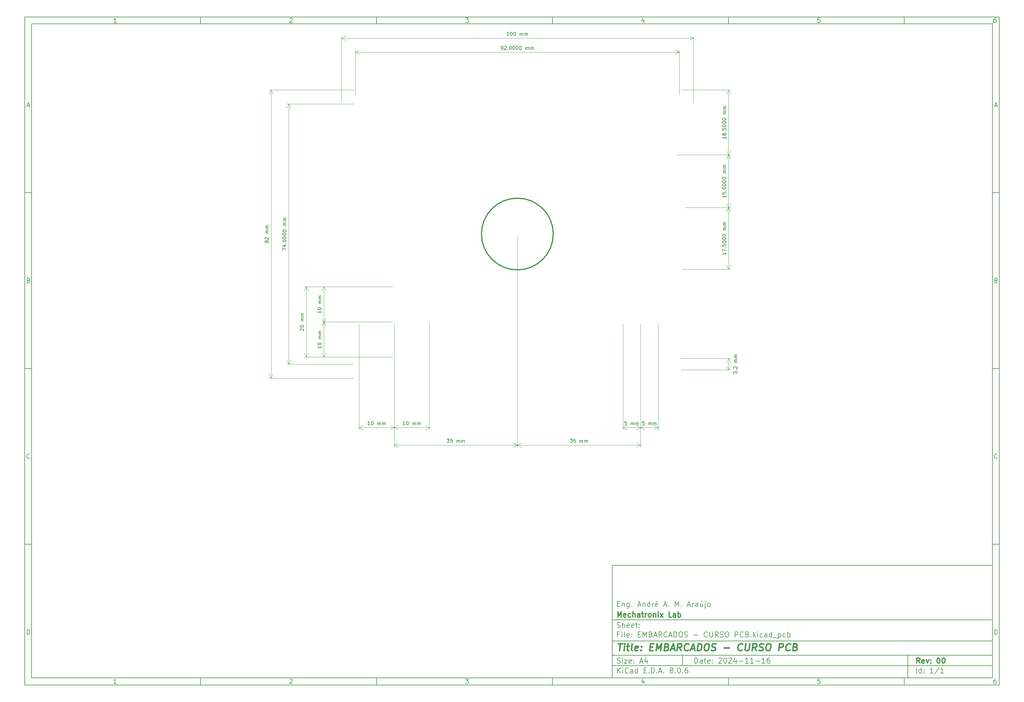
<source format=gbr>
%TF.GenerationSoftware,KiCad,Pcbnew,8.0.6*%
%TF.CreationDate,2024-11-24T18:55:18-03:00*%
%TF.ProjectId,EMBARCADOS - CURSO PCB,454d4241-5243-4414-944f-53202d204355,00*%
%TF.SameCoordinates,Original*%
%TF.FileFunction,OtherDrawing,Comment*%
%FSLAX46Y46*%
G04 Gerber Fmt 4.6, Leading zero omitted, Abs format (unit mm)*
G04 Created by KiCad (PCBNEW 8.0.6) date 2024-11-24 18:55:18*
%MOMM*%
%LPD*%
G01*
G04 APERTURE LIST*
%ADD10C,0.100000*%
%ADD11C,0.150000*%
%ADD12C,0.300000*%
%ADD13C,0.400000*%
G04 APERTURE END LIST*
D10*
D11*
X177002200Y-166007200D02*
X285002200Y-166007200D01*
X285002200Y-198007200D01*
X177002200Y-198007200D01*
X177002200Y-166007200D01*
D10*
D11*
X10000000Y-10000000D02*
X287002200Y-10000000D01*
X287002200Y-200007200D01*
X10000000Y-200007200D01*
X10000000Y-10000000D01*
D10*
D11*
X12000000Y-12000000D02*
X285002200Y-12000000D01*
X285002200Y-198007200D01*
X12000000Y-198007200D01*
X12000000Y-12000000D01*
D10*
D11*
X60000000Y-12000000D02*
X60000000Y-10000000D01*
D10*
D11*
X110000000Y-12000000D02*
X110000000Y-10000000D01*
D10*
D11*
X160000000Y-12000000D02*
X160000000Y-10000000D01*
D10*
D11*
X210000000Y-12000000D02*
X210000000Y-10000000D01*
D10*
D11*
X260000000Y-12000000D02*
X260000000Y-10000000D01*
D10*
D11*
X36089160Y-11593604D02*
X35346303Y-11593604D01*
X35717731Y-11593604D02*
X35717731Y-10293604D01*
X35717731Y-10293604D02*
X35593922Y-10479319D01*
X35593922Y-10479319D02*
X35470112Y-10603128D01*
X35470112Y-10603128D02*
X35346303Y-10665033D01*
D10*
D11*
X85346303Y-10417414D02*
X85408207Y-10355509D01*
X85408207Y-10355509D02*
X85532017Y-10293604D01*
X85532017Y-10293604D02*
X85841541Y-10293604D01*
X85841541Y-10293604D02*
X85965350Y-10355509D01*
X85965350Y-10355509D02*
X86027255Y-10417414D01*
X86027255Y-10417414D02*
X86089160Y-10541223D01*
X86089160Y-10541223D02*
X86089160Y-10665033D01*
X86089160Y-10665033D02*
X86027255Y-10850747D01*
X86027255Y-10850747D02*
X85284398Y-11593604D01*
X85284398Y-11593604D02*
X86089160Y-11593604D01*
D10*
D11*
X135284398Y-10293604D02*
X136089160Y-10293604D01*
X136089160Y-10293604D02*
X135655826Y-10788842D01*
X135655826Y-10788842D02*
X135841541Y-10788842D01*
X135841541Y-10788842D02*
X135965350Y-10850747D01*
X135965350Y-10850747D02*
X136027255Y-10912652D01*
X136027255Y-10912652D02*
X136089160Y-11036461D01*
X136089160Y-11036461D02*
X136089160Y-11345985D01*
X136089160Y-11345985D02*
X136027255Y-11469795D01*
X136027255Y-11469795D02*
X135965350Y-11531700D01*
X135965350Y-11531700D02*
X135841541Y-11593604D01*
X135841541Y-11593604D02*
X135470112Y-11593604D01*
X135470112Y-11593604D02*
X135346303Y-11531700D01*
X135346303Y-11531700D02*
X135284398Y-11469795D01*
D10*
D11*
X185965350Y-10726938D02*
X185965350Y-11593604D01*
X185655826Y-10231700D02*
X185346303Y-11160271D01*
X185346303Y-11160271D02*
X186151064Y-11160271D01*
D10*
D11*
X236027255Y-10293604D02*
X235408207Y-10293604D01*
X235408207Y-10293604D02*
X235346303Y-10912652D01*
X235346303Y-10912652D02*
X235408207Y-10850747D01*
X235408207Y-10850747D02*
X235532017Y-10788842D01*
X235532017Y-10788842D02*
X235841541Y-10788842D01*
X235841541Y-10788842D02*
X235965350Y-10850747D01*
X235965350Y-10850747D02*
X236027255Y-10912652D01*
X236027255Y-10912652D02*
X236089160Y-11036461D01*
X236089160Y-11036461D02*
X236089160Y-11345985D01*
X236089160Y-11345985D02*
X236027255Y-11469795D01*
X236027255Y-11469795D02*
X235965350Y-11531700D01*
X235965350Y-11531700D02*
X235841541Y-11593604D01*
X235841541Y-11593604D02*
X235532017Y-11593604D01*
X235532017Y-11593604D02*
X235408207Y-11531700D01*
X235408207Y-11531700D02*
X235346303Y-11469795D01*
D10*
D11*
X285965350Y-10293604D02*
X285717731Y-10293604D01*
X285717731Y-10293604D02*
X285593922Y-10355509D01*
X285593922Y-10355509D02*
X285532017Y-10417414D01*
X285532017Y-10417414D02*
X285408207Y-10603128D01*
X285408207Y-10603128D02*
X285346303Y-10850747D01*
X285346303Y-10850747D02*
X285346303Y-11345985D01*
X285346303Y-11345985D02*
X285408207Y-11469795D01*
X285408207Y-11469795D02*
X285470112Y-11531700D01*
X285470112Y-11531700D02*
X285593922Y-11593604D01*
X285593922Y-11593604D02*
X285841541Y-11593604D01*
X285841541Y-11593604D02*
X285965350Y-11531700D01*
X285965350Y-11531700D02*
X286027255Y-11469795D01*
X286027255Y-11469795D02*
X286089160Y-11345985D01*
X286089160Y-11345985D02*
X286089160Y-11036461D01*
X286089160Y-11036461D02*
X286027255Y-10912652D01*
X286027255Y-10912652D02*
X285965350Y-10850747D01*
X285965350Y-10850747D02*
X285841541Y-10788842D01*
X285841541Y-10788842D02*
X285593922Y-10788842D01*
X285593922Y-10788842D02*
X285470112Y-10850747D01*
X285470112Y-10850747D02*
X285408207Y-10912652D01*
X285408207Y-10912652D02*
X285346303Y-11036461D01*
D10*
D11*
X60000000Y-198007200D02*
X60000000Y-200007200D01*
D10*
D11*
X110000000Y-198007200D02*
X110000000Y-200007200D01*
D10*
D11*
X160000000Y-198007200D02*
X160000000Y-200007200D01*
D10*
D11*
X210000000Y-198007200D02*
X210000000Y-200007200D01*
D10*
D11*
X260000000Y-198007200D02*
X260000000Y-200007200D01*
D10*
D11*
X36089160Y-199600804D02*
X35346303Y-199600804D01*
X35717731Y-199600804D02*
X35717731Y-198300804D01*
X35717731Y-198300804D02*
X35593922Y-198486519D01*
X35593922Y-198486519D02*
X35470112Y-198610328D01*
X35470112Y-198610328D02*
X35346303Y-198672233D01*
D10*
D11*
X85346303Y-198424614D02*
X85408207Y-198362709D01*
X85408207Y-198362709D02*
X85532017Y-198300804D01*
X85532017Y-198300804D02*
X85841541Y-198300804D01*
X85841541Y-198300804D02*
X85965350Y-198362709D01*
X85965350Y-198362709D02*
X86027255Y-198424614D01*
X86027255Y-198424614D02*
X86089160Y-198548423D01*
X86089160Y-198548423D02*
X86089160Y-198672233D01*
X86089160Y-198672233D02*
X86027255Y-198857947D01*
X86027255Y-198857947D02*
X85284398Y-199600804D01*
X85284398Y-199600804D02*
X86089160Y-199600804D01*
D10*
D11*
X135284398Y-198300804D02*
X136089160Y-198300804D01*
X136089160Y-198300804D02*
X135655826Y-198796042D01*
X135655826Y-198796042D02*
X135841541Y-198796042D01*
X135841541Y-198796042D02*
X135965350Y-198857947D01*
X135965350Y-198857947D02*
X136027255Y-198919852D01*
X136027255Y-198919852D02*
X136089160Y-199043661D01*
X136089160Y-199043661D02*
X136089160Y-199353185D01*
X136089160Y-199353185D02*
X136027255Y-199476995D01*
X136027255Y-199476995D02*
X135965350Y-199538900D01*
X135965350Y-199538900D02*
X135841541Y-199600804D01*
X135841541Y-199600804D02*
X135470112Y-199600804D01*
X135470112Y-199600804D02*
X135346303Y-199538900D01*
X135346303Y-199538900D02*
X135284398Y-199476995D01*
D10*
D11*
X185965350Y-198734138D02*
X185965350Y-199600804D01*
X185655826Y-198238900D02*
X185346303Y-199167471D01*
X185346303Y-199167471D02*
X186151064Y-199167471D01*
D10*
D11*
X236027255Y-198300804D02*
X235408207Y-198300804D01*
X235408207Y-198300804D02*
X235346303Y-198919852D01*
X235346303Y-198919852D02*
X235408207Y-198857947D01*
X235408207Y-198857947D02*
X235532017Y-198796042D01*
X235532017Y-198796042D02*
X235841541Y-198796042D01*
X235841541Y-198796042D02*
X235965350Y-198857947D01*
X235965350Y-198857947D02*
X236027255Y-198919852D01*
X236027255Y-198919852D02*
X236089160Y-199043661D01*
X236089160Y-199043661D02*
X236089160Y-199353185D01*
X236089160Y-199353185D02*
X236027255Y-199476995D01*
X236027255Y-199476995D02*
X235965350Y-199538900D01*
X235965350Y-199538900D02*
X235841541Y-199600804D01*
X235841541Y-199600804D02*
X235532017Y-199600804D01*
X235532017Y-199600804D02*
X235408207Y-199538900D01*
X235408207Y-199538900D02*
X235346303Y-199476995D01*
D10*
D11*
X285965350Y-198300804D02*
X285717731Y-198300804D01*
X285717731Y-198300804D02*
X285593922Y-198362709D01*
X285593922Y-198362709D02*
X285532017Y-198424614D01*
X285532017Y-198424614D02*
X285408207Y-198610328D01*
X285408207Y-198610328D02*
X285346303Y-198857947D01*
X285346303Y-198857947D02*
X285346303Y-199353185D01*
X285346303Y-199353185D02*
X285408207Y-199476995D01*
X285408207Y-199476995D02*
X285470112Y-199538900D01*
X285470112Y-199538900D02*
X285593922Y-199600804D01*
X285593922Y-199600804D02*
X285841541Y-199600804D01*
X285841541Y-199600804D02*
X285965350Y-199538900D01*
X285965350Y-199538900D02*
X286027255Y-199476995D01*
X286027255Y-199476995D02*
X286089160Y-199353185D01*
X286089160Y-199353185D02*
X286089160Y-199043661D01*
X286089160Y-199043661D02*
X286027255Y-198919852D01*
X286027255Y-198919852D02*
X285965350Y-198857947D01*
X285965350Y-198857947D02*
X285841541Y-198796042D01*
X285841541Y-198796042D02*
X285593922Y-198796042D01*
X285593922Y-198796042D02*
X285470112Y-198857947D01*
X285470112Y-198857947D02*
X285408207Y-198919852D01*
X285408207Y-198919852D02*
X285346303Y-199043661D01*
D10*
D11*
X10000000Y-60000000D02*
X12000000Y-60000000D01*
D10*
D11*
X10000000Y-110000000D02*
X12000000Y-110000000D01*
D10*
D11*
X10000000Y-160000000D02*
X12000000Y-160000000D01*
D10*
D11*
X10690476Y-35222176D02*
X11309523Y-35222176D01*
X10566666Y-35593604D02*
X10999999Y-34293604D01*
X10999999Y-34293604D02*
X11433333Y-35593604D01*
D10*
D11*
X11092857Y-84912652D02*
X11278571Y-84974557D01*
X11278571Y-84974557D02*
X11340476Y-85036461D01*
X11340476Y-85036461D02*
X11402380Y-85160271D01*
X11402380Y-85160271D02*
X11402380Y-85345985D01*
X11402380Y-85345985D02*
X11340476Y-85469795D01*
X11340476Y-85469795D02*
X11278571Y-85531700D01*
X11278571Y-85531700D02*
X11154761Y-85593604D01*
X11154761Y-85593604D02*
X10659523Y-85593604D01*
X10659523Y-85593604D02*
X10659523Y-84293604D01*
X10659523Y-84293604D02*
X11092857Y-84293604D01*
X11092857Y-84293604D02*
X11216666Y-84355509D01*
X11216666Y-84355509D02*
X11278571Y-84417414D01*
X11278571Y-84417414D02*
X11340476Y-84541223D01*
X11340476Y-84541223D02*
X11340476Y-84665033D01*
X11340476Y-84665033D02*
X11278571Y-84788842D01*
X11278571Y-84788842D02*
X11216666Y-84850747D01*
X11216666Y-84850747D02*
X11092857Y-84912652D01*
X11092857Y-84912652D02*
X10659523Y-84912652D01*
D10*
D11*
X11402380Y-135469795D02*
X11340476Y-135531700D01*
X11340476Y-135531700D02*
X11154761Y-135593604D01*
X11154761Y-135593604D02*
X11030952Y-135593604D01*
X11030952Y-135593604D02*
X10845238Y-135531700D01*
X10845238Y-135531700D02*
X10721428Y-135407890D01*
X10721428Y-135407890D02*
X10659523Y-135284080D01*
X10659523Y-135284080D02*
X10597619Y-135036461D01*
X10597619Y-135036461D02*
X10597619Y-134850747D01*
X10597619Y-134850747D02*
X10659523Y-134603128D01*
X10659523Y-134603128D02*
X10721428Y-134479319D01*
X10721428Y-134479319D02*
X10845238Y-134355509D01*
X10845238Y-134355509D02*
X11030952Y-134293604D01*
X11030952Y-134293604D02*
X11154761Y-134293604D01*
X11154761Y-134293604D02*
X11340476Y-134355509D01*
X11340476Y-134355509D02*
X11402380Y-134417414D01*
D10*
D11*
X10659523Y-185593604D02*
X10659523Y-184293604D01*
X10659523Y-184293604D02*
X10969047Y-184293604D01*
X10969047Y-184293604D02*
X11154761Y-184355509D01*
X11154761Y-184355509D02*
X11278571Y-184479319D01*
X11278571Y-184479319D02*
X11340476Y-184603128D01*
X11340476Y-184603128D02*
X11402380Y-184850747D01*
X11402380Y-184850747D02*
X11402380Y-185036461D01*
X11402380Y-185036461D02*
X11340476Y-185284080D01*
X11340476Y-185284080D02*
X11278571Y-185407890D01*
X11278571Y-185407890D02*
X11154761Y-185531700D01*
X11154761Y-185531700D02*
X10969047Y-185593604D01*
X10969047Y-185593604D02*
X10659523Y-185593604D01*
D10*
D11*
X287002200Y-60000000D02*
X285002200Y-60000000D01*
D10*
D11*
X287002200Y-110000000D02*
X285002200Y-110000000D01*
D10*
D11*
X287002200Y-160000000D02*
X285002200Y-160000000D01*
D10*
D11*
X285692676Y-35222176D02*
X286311723Y-35222176D01*
X285568866Y-35593604D02*
X286002199Y-34293604D01*
X286002199Y-34293604D02*
X286435533Y-35593604D01*
D10*
D11*
X286095057Y-84912652D02*
X286280771Y-84974557D01*
X286280771Y-84974557D02*
X286342676Y-85036461D01*
X286342676Y-85036461D02*
X286404580Y-85160271D01*
X286404580Y-85160271D02*
X286404580Y-85345985D01*
X286404580Y-85345985D02*
X286342676Y-85469795D01*
X286342676Y-85469795D02*
X286280771Y-85531700D01*
X286280771Y-85531700D02*
X286156961Y-85593604D01*
X286156961Y-85593604D02*
X285661723Y-85593604D01*
X285661723Y-85593604D02*
X285661723Y-84293604D01*
X285661723Y-84293604D02*
X286095057Y-84293604D01*
X286095057Y-84293604D02*
X286218866Y-84355509D01*
X286218866Y-84355509D02*
X286280771Y-84417414D01*
X286280771Y-84417414D02*
X286342676Y-84541223D01*
X286342676Y-84541223D02*
X286342676Y-84665033D01*
X286342676Y-84665033D02*
X286280771Y-84788842D01*
X286280771Y-84788842D02*
X286218866Y-84850747D01*
X286218866Y-84850747D02*
X286095057Y-84912652D01*
X286095057Y-84912652D02*
X285661723Y-84912652D01*
D10*
D11*
X286404580Y-135469795D02*
X286342676Y-135531700D01*
X286342676Y-135531700D02*
X286156961Y-135593604D01*
X286156961Y-135593604D02*
X286033152Y-135593604D01*
X286033152Y-135593604D02*
X285847438Y-135531700D01*
X285847438Y-135531700D02*
X285723628Y-135407890D01*
X285723628Y-135407890D02*
X285661723Y-135284080D01*
X285661723Y-135284080D02*
X285599819Y-135036461D01*
X285599819Y-135036461D02*
X285599819Y-134850747D01*
X285599819Y-134850747D02*
X285661723Y-134603128D01*
X285661723Y-134603128D02*
X285723628Y-134479319D01*
X285723628Y-134479319D02*
X285847438Y-134355509D01*
X285847438Y-134355509D02*
X286033152Y-134293604D01*
X286033152Y-134293604D02*
X286156961Y-134293604D01*
X286156961Y-134293604D02*
X286342676Y-134355509D01*
X286342676Y-134355509D02*
X286404580Y-134417414D01*
D10*
D11*
X285661723Y-185593604D02*
X285661723Y-184293604D01*
X285661723Y-184293604D02*
X285971247Y-184293604D01*
X285971247Y-184293604D02*
X286156961Y-184355509D01*
X286156961Y-184355509D02*
X286280771Y-184479319D01*
X286280771Y-184479319D02*
X286342676Y-184603128D01*
X286342676Y-184603128D02*
X286404580Y-184850747D01*
X286404580Y-184850747D02*
X286404580Y-185036461D01*
X286404580Y-185036461D02*
X286342676Y-185284080D01*
X286342676Y-185284080D02*
X286280771Y-185407890D01*
X286280771Y-185407890D02*
X286156961Y-185531700D01*
X286156961Y-185531700D02*
X285971247Y-185593604D01*
X285971247Y-185593604D02*
X285661723Y-185593604D01*
D10*
D11*
X200458026Y-193793328D02*
X200458026Y-192293328D01*
X200458026Y-192293328D02*
X200815169Y-192293328D01*
X200815169Y-192293328D02*
X201029455Y-192364757D01*
X201029455Y-192364757D02*
X201172312Y-192507614D01*
X201172312Y-192507614D02*
X201243741Y-192650471D01*
X201243741Y-192650471D02*
X201315169Y-192936185D01*
X201315169Y-192936185D02*
X201315169Y-193150471D01*
X201315169Y-193150471D02*
X201243741Y-193436185D01*
X201243741Y-193436185D02*
X201172312Y-193579042D01*
X201172312Y-193579042D02*
X201029455Y-193721900D01*
X201029455Y-193721900D02*
X200815169Y-193793328D01*
X200815169Y-193793328D02*
X200458026Y-193793328D01*
X202600884Y-193793328D02*
X202600884Y-193007614D01*
X202600884Y-193007614D02*
X202529455Y-192864757D01*
X202529455Y-192864757D02*
X202386598Y-192793328D01*
X202386598Y-192793328D02*
X202100884Y-192793328D01*
X202100884Y-192793328D02*
X201958026Y-192864757D01*
X202600884Y-193721900D02*
X202458026Y-193793328D01*
X202458026Y-193793328D02*
X202100884Y-193793328D01*
X202100884Y-193793328D02*
X201958026Y-193721900D01*
X201958026Y-193721900D02*
X201886598Y-193579042D01*
X201886598Y-193579042D02*
X201886598Y-193436185D01*
X201886598Y-193436185D02*
X201958026Y-193293328D01*
X201958026Y-193293328D02*
X202100884Y-193221900D01*
X202100884Y-193221900D02*
X202458026Y-193221900D01*
X202458026Y-193221900D02*
X202600884Y-193150471D01*
X203100884Y-192793328D02*
X203672312Y-192793328D01*
X203315169Y-192293328D02*
X203315169Y-193579042D01*
X203315169Y-193579042D02*
X203386598Y-193721900D01*
X203386598Y-193721900D02*
X203529455Y-193793328D01*
X203529455Y-193793328D02*
X203672312Y-193793328D01*
X204743741Y-193721900D02*
X204600884Y-193793328D01*
X204600884Y-193793328D02*
X204315170Y-193793328D01*
X204315170Y-193793328D02*
X204172312Y-193721900D01*
X204172312Y-193721900D02*
X204100884Y-193579042D01*
X204100884Y-193579042D02*
X204100884Y-193007614D01*
X204100884Y-193007614D02*
X204172312Y-192864757D01*
X204172312Y-192864757D02*
X204315170Y-192793328D01*
X204315170Y-192793328D02*
X204600884Y-192793328D01*
X204600884Y-192793328D02*
X204743741Y-192864757D01*
X204743741Y-192864757D02*
X204815170Y-193007614D01*
X204815170Y-193007614D02*
X204815170Y-193150471D01*
X204815170Y-193150471D02*
X204100884Y-193293328D01*
X205458026Y-193650471D02*
X205529455Y-193721900D01*
X205529455Y-193721900D02*
X205458026Y-193793328D01*
X205458026Y-193793328D02*
X205386598Y-193721900D01*
X205386598Y-193721900D02*
X205458026Y-193650471D01*
X205458026Y-193650471D02*
X205458026Y-193793328D01*
X205458026Y-192864757D02*
X205529455Y-192936185D01*
X205529455Y-192936185D02*
X205458026Y-193007614D01*
X205458026Y-193007614D02*
X205386598Y-192936185D01*
X205386598Y-192936185D02*
X205458026Y-192864757D01*
X205458026Y-192864757D02*
X205458026Y-193007614D01*
X207243741Y-192436185D02*
X207315169Y-192364757D01*
X207315169Y-192364757D02*
X207458027Y-192293328D01*
X207458027Y-192293328D02*
X207815169Y-192293328D01*
X207815169Y-192293328D02*
X207958027Y-192364757D01*
X207958027Y-192364757D02*
X208029455Y-192436185D01*
X208029455Y-192436185D02*
X208100884Y-192579042D01*
X208100884Y-192579042D02*
X208100884Y-192721900D01*
X208100884Y-192721900D02*
X208029455Y-192936185D01*
X208029455Y-192936185D02*
X207172312Y-193793328D01*
X207172312Y-193793328D02*
X208100884Y-193793328D01*
X209029455Y-192293328D02*
X209172312Y-192293328D01*
X209172312Y-192293328D02*
X209315169Y-192364757D01*
X209315169Y-192364757D02*
X209386598Y-192436185D01*
X209386598Y-192436185D02*
X209458026Y-192579042D01*
X209458026Y-192579042D02*
X209529455Y-192864757D01*
X209529455Y-192864757D02*
X209529455Y-193221900D01*
X209529455Y-193221900D02*
X209458026Y-193507614D01*
X209458026Y-193507614D02*
X209386598Y-193650471D01*
X209386598Y-193650471D02*
X209315169Y-193721900D01*
X209315169Y-193721900D02*
X209172312Y-193793328D01*
X209172312Y-193793328D02*
X209029455Y-193793328D01*
X209029455Y-193793328D02*
X208886598Y-193721900D01*
X208886598Y-193721900D02*
X208815169Y-193650471D01*
X208815169Y-193650471D02*
X208743740Y-193507614D01*
X208743740Y-193507614D02*
X208672312Y-193221900D01*
X208672312Y-193221900D02*
X208672312Y-192864757D01*
X208672312Y-192864757D02*
X208743740Y-192579042D01*
X208743740Y-192579042D02*
X208815169Y-192436185D01*
X208815169Y-192436185D02*
X208886598Y-192364757D01*
X208886598Y-192364757D02*
X209029455Y-192293328D01*
X210100883Y-192436185D02*
X210172311Y-192364757D01*
X210172311Y-192364757D02*
X210315169Y-192293328D01*
X210315169Y-192293328D02*
X210672311Y-192293328D01*
X210672311Y-192293328D02*
X210815169Y-192364757D01*
X210815169Y-192364757D02*
X210886597Y-192436185D01*
X210886597Y-192436185D02*
X210958026Y-192579042D01*
X210958026Y-192579042D02*
X210958026Y-192721900D01*
X210958026Y-192721900D02*
X210886597Y-192936185D01*
X210886597Y-192936185D02*
X210029454Y-193793328D01*
X210029454Y-193793328D02*
X210958026Y-193793328D01*
X212243740Y-192793328D02*
X212243740Y-193793328D01*
X211886597Y-192221900D02*
X211529454Y-193293328D01*
X211529454Y-193293328D02*
X212458025Y-193293328D01*
X213029453Y-193221900D02*
X214172311Y-193221900D01*
X215672311Y-193793328D02*
X214815168Y-193793328D01*
X215243739Y-193793328D02*
X215243739Y-192293328D01*
X215243739Y-192293328D02*
X215100882Y-192507614D01*
X215100882Y-192507614D02*
X214958025Y-192650471D01*
X214958025Y-192650471D02*
X214815168Y-192721900D01*
X217100882Y-193793328D02*
X216243739Y-193793328D01*
X216672310Y-193793328D02*
X216672310Y-192293328D01*
X216672310Y-192293328D02*
X216529453Y-192507614D01*
X216529453Y-192507614D02*
X216386596Y-192650471D01*
X216386596Y-192650471D02*
X216243739Y-192721900D01*
X217743738Y-193221900D02*
X218886596Y-193221900D01*
X220386596Y-193793328D02*
X219529453Y-193793328D01*
X219958024Y-193793328D02*
X219958024Y-192293328D01*
X219958024Y-192293328D02*
X219815167Y-192507614D01*
X219815167Y-192507614D02*
X219672310Y-192650471D01*
X219672310Y-192650471D02*
X219529453Y-192721900D01*
X221672310Y-192293328D02*
X221386595Y-192293328D01*
X221386595Y-192293328D02*
X221243738Y-192364757D01*
X221243738Y-192364757D02*
X221172310Y-192436185D01*
X221172310Y-192436185D02*
X221029452Y-192650471D01*
X221029452Y-192650471D02*
X220958024Y-192936185D01*
X220958024Y-192936185D02*
X220958024Y-193507614D01*
X220958024Y-193507614D02*
X221029452Y-193650471D01*
X221029452Y-193650471D02*
X221100881Y-193721900D01*
X221100881Y-193721900D02*
X221243738Y-193793328D01*
X221243738Y-193793328D02*
X221529452Y-193793328D01*
X221529452Y-193793328D02*
X221672310Y-193721900D01*
X221672310Y-193721900D02*
X221743738Y-193650471D01*
X221743738Y-193650471D02*
X221815167Y-193507614D01*
X221815167Y-193507614D02*
X221815167Y-193150471D01*
X221815167Y-193150471D02*
X221743738Y-193007614D01*
X221743738Y-193007614D02*
X221672310Y-192936185D01*
X221672310Y-192936185D02*
X221529452Y-192864757D01*
X221529452Y-192864757D02*
X221243738Y-192864757D01*
X221243738Y-192864757D02*
X221100881Y-192936185D01*
X221100881Y-192936185D02*
X221029452Y-193007614D01*
X221029452Y-193007614D02*
X220958024Y-193150471D01*
D10*
D11*
X177002200Y-194507200D02*
X285002200Y-194507200D01*
D10*
D11*
X178458026Y-196593328D02*
X178458026Y-195093328D01*
X179315169Y-196593328D02*
X178672312Y-195736185D01*
X179315169Y-195093328D02*
X178458026Y-195950471D01*
X179958026Y-196593328D02*
X179958026Y-195593328D01*
X179958026Y-195093328D02*
X179886598Y-195164757D01*
X179886598Y-195164757D02*
X179958026Y-195236185D01*
X179958026Y-195236185D02*
X180029455Y-195164757D01*
X180029455Y-195164757D02*
X179958026Y-195093328D01*
X179958026Y-195093328D02*
X179958026Y-195236185D01*
X181529455Y-196450471D02*
X181458027Y-196521900D01*
X181458027Y-196521900D02*
X181243741Y-196593328D01*
X181243741Y-196593328D02*
X181100884Y-196593328D01*
X181100884Y-196593328D02*
X180886598Y-196521900D01*
X180886598Y-196521900D02*
X180743741Y-196379042D01*
X180743741Y-196379042D02*
X180672312Y-196236185D01*
X180672312Y-196236185D02*
X180600884Y-195950471D01*
X180600884Y-195950471D02*
X180600884Y-195736185D01*
X180600884Y-195736185D02*
X180672312Y-195450471D01*
X180672312Y-195450471D02*
X180743741Y-195307614D01*
X180743741Y-195307614D02*
X180886598Y-195164757D01*
X180886598Y-195164757D02*
X181100884Y-195093328D01*
X181100884Y-195093328D02*
X181243741Y-195093328D01*
X181243741Y-195093328D02*
X181458027Y-195164757D01*
X181458027Y-195164757D02*
X181529455Y-195236185D01*
X182815170Y-196593328D02*
X182815170Y-195807614D01*
X182815170Y-195807614D02*
X182743741Y-195664757D01*
X182743741Y-195664757D02*
X182600884Y-195593328D01*
X182600884Y-195593328D02*
X182315170Y-195593328D01*
X182315170Y-195593328D02*
X182172312Y-195664757D01*
X182815170Y-196521900D02*
X182672312Y-196593328D01*
X182672312Y-196593328D02*
X182315170Y-196593328D01*
X182315170Y-196593328D02*
X182172312Y-196521900D01*
X182172312Y-196521900D02*
X182100884Y-196379042D01*
X182100884Y-196379042D02*
X182100884Y-196236185D01*
X182100884Y-196236185D02*
X182172312Y-196093328D01*
X182172312Y-196093328D02*
X182315170Y-196021900D01*
X182315170Y-196021900D02*
X182672312Y-196021900D01*
X182672312Y-196021900D02*
X182815170Y-195950471D01*
X184172313Y-196593328D02*
X184172313Y-195093328D01*
X184172313Y-196521900D02*
X184029455Y-196593328D01*
X184029455Y-196593328D02*
X183743741Y-196593328D01*
X183743741Y-196593328D02*
X183600884Y-196521900D01*
X183600884Y-196521900D02*
X183529455Y-196450471D01*
X183529455Y-196450471D02*
X183458027Y-196307614D01*
X183458027Y-196307614D02*
X183458027Y-195879042D01*
X183458027Y-195879042D02*
X183529455Y-195736185D01*
X183529455Y-195736185D02*
X183600884Y-195664757D01*
X183600884Y-195664757D02*
X183743741Y-195593328D01*
X183743741Y-195593328D02*
X184029455Y-195593328D01*
X184029455Y-195593328D02*
X184172313Y-195664757D01*
X186029455Y-195807614D02*
X186529455Y-195807614D01*
X186743741Y-196593328D02*
X186029455Y-196593328D01*
X186029455Y-196593328D02*
X186029455Y-195093328D01*
X186029455Y-195093328D02*
X186743741Y-195093328D01*
X187386598Y-196450471D02*
X187458027Y-196521900D01*
X187458027Y-196521900D02*
X187386598Y-196593328D01*
X187386598Y-196593328D02*
X187315170Y-196521900D01*
X187315170Y-196521900D02*
X187386598Y-196450471D01*
X187386598Y-196450471D02*
X187386598Y-196593328D01*
X188100884Y-196593328D02*
X188100884Y-195093328D01*
X188100884Y-195093328D02*
X188458027Y-195093328D01*
X188458027Y-195093328D02*
X188672313Y-195164757D01*
X188672313Y-195164757D02*
X188815170Y-195307614D01*
X188815170Y-195307614D02*
X188886599Y-195450471D01*
X188886599Y-195450471D02*
X188958027Y-195736185D01*
X188958027Y-195736185D02*
X188958027Y-195950471D01*
X188958027Y-195950471D02*
X188886599Y-196236185D01*
X188886599Y-196236185D02*
X188815170Y-196379042D01*
X188815170Y-196379042D02*
X188672313Y-196521900D01*
X188672313Y-196521900D02*
X188458027Y-196593328D01*
X188458027Y-196593328D02*
X188100884Y-196593328D01*
X189600884Y-196450471D02*
X189672313Y-196521900D01*
X189672313Y-196521900D02*
X189600884Y-196593328D01*
X189600884Y-196593328D02*
X189529456Y-196521900D01*
X189529456Y-196521900D02*
X189600884Y-196450471D01*
X189600884Y-196450471D02*
X189600884Y-196593328D01*
X190243742Y-196164757D02*
X190958028Y-196164757D01*
X190100885Y-196593328D02*
X190600885Y-195093328D01*
X190600885Y-195093328D02*
X191100885Y-196593328D01*
X191600884Y-196450471D02*
X191672313Y-196521900D01*
X191672313Y-196521900D02*
X191600884Y-196593328D01*
X191600884Y-196593328D02*
X191529456Y-196521900D01*
X191529456Y-196521900D02*
X191600884Y-196450471D01*
X191600884Y-196450471D02*
X191600884Y-196593328D01*
X193672313Y-195736185D02*
X193529456Y-195664757D01*
X193529456Y-195664757D02*
X193458027Y-195593328D01*
X193458027Y-195593328D02*
X193386599Y-195450471D01*
X193386599Y-195450471D02*
X193386599Y-195379042D01*
X193386599Y-195379042D02*
X193458027Y-195236185D01*
X193458027Y-195236185D02*
X193529456Y-195164757D01*
X193529456Y-195164757D02*
X193672313Y-195093328D01*
X193672313Y-195093328D02*
X193958027Y-195093328D01*
X193958027Y-195093328D02*
X194100885Y-195164757D01*
X194100885Y-195164757D02*
X194172313Y-195236185D01*
X194172313Y-195236185D02*
X194243742Y-195379042D01*
X194243742Y-195379042D02*
X194243742Y-195450471D01*
X194243742Y-195450471D02*
X194172313Y-195593328D01*
X194172313Y-195593328D02*
X194100885Y-195664757D01*
X194100885Y-195664757D02*
X193958027Y-195736185D01*
X193958027Y-195736185D02*
X193672313Y-195736185D01*
X193672313Y-195736185D02*
X193529456Y-195807614D01*
X193529456Y-195807614D02*
X193458027Y-195879042D01*
X193458027Y-195879042D02*
X193386599Y-196021900D01*
X193386599Y-196021900D02*
X193386599Y-196307614D01*
X193386599Y-196307614D02*
X193458027Y-196450471D01*
X193458027Y-196450471D02*
X193529456Y-196521900D01*
X193529456Y-196521900D02*
X193672313Y-196593328D01*
X193672313Y-196593328D02*
X193958027Y-196593328D01*
X193958027Y-196593328D02*
X194100885Y-196521900D01*
X194100885Y-196521900D02*
X194172313Y-196450471D01*
X194172313Y-196450471D02*
X194243742Y-196307614D01*
X194243742Y-196307614D02*
X194243742Y-196021900D01*
X194243742Y-196021900D02*
X194172313Y-195879042D01*
X194172313Y-195879042D02*
X194100885Y-195807614D01*
X194100885Y-195807614D02*
X193958027Y-195736185D01*
X194886598Y-196450471D02*
X194958027Y-196521900D01*
X194958027Y-196521900D02*
X194886598Y-196593328D01*
X194886598Y-196593328D02*
X194815170Y-196521900D01*
X194815170Y-196521900D02*
X194886598Y-196450471D01*
X194886598Y-196450471D02*
X194886598Y-196593328D01*
X195886599Y-195093328D02*
X196029456Y-195093328D01*
X196029456Y-195093328D02*
X196172313Y-195164757D01*
X196172313Y-195164757D02*
X196243742Y-195236185D01*
X196243742Y-195236185D02*
X196315170Y-195379042D01*
X196315170Y-195379042D02*
X196386599Y-195664757D01*
X196386599Y-195664757D02*
X196386599Y-196021900D01*
X196386599Y-196021900D02*
X196315170Y-196307614D01*
X196315170Y-196307614D02*
X196243742Y-196450471D01*
X196243742Y-196450471D02*
X196172313Y-196521900D01*
X196172313Y-196521900D02*
X196029456Y-196593328D01*
X196029456Y-196593328D02*
X195886599Y-196593328D01*
X195886599Y-196593328D02*
X195743742Y-196521900D01*
X195743742Y-196521900D02*
X195672313Y-196450471D01*
X195672313Y-196450471D02*
X195600884Y-196307614D01*
X195600884Y-196307614D02*
X195529456Y-196021900D01*
X195529456Y-196021900D02*
X195529456Y-195664757D01*
X195529456Y-195664757D02*
X195600884Y-195379042D01*
X195600884Y-195379042D02*
X195672313Y-195236185D01*
X195672313Y-195236185D02*
X195743742Y-195164757D01*
X195743742Y-195164757D02*
X195886599Y-195093328D01*
X197029455Y-196450471D02*
X197100884Y-196521900D01*
X197100884Y-196521900D02*
X197029455Y-196593328D01*
X197029455Y-196593328D02*
X196958027Y-196521900D01*
X196958027Y-196521900D02*
X197029455Y-196450471D01*
X197029455Y-196450471D02*
X197029455Y-196593328D01*
X198386599Y-195093328D02*
X198100884Y-195093328D01*
X198100884Y-195093328D02*
X197958027Y-195164757D01*
X197958027Y-195164757D02*
X197886599Y-195236185D01*
X197886599Y-195236185D02*
X197743741Y-195450471D01*
X197743741Y-195450471D02*
X197672313Y-195736185D01*
X197672313Y-195736185D02*
X197672313Y-196307614D01*
X197672313Y-196307614D02*
X197743741Y-196450471D01*
X197743741Y-196450471D02*
X197815170Y-196521900D01*
X197815170Y-196521900D02*
X197958027Y-196593328D01*
X197958027Y-196593328D02*
X198243741Y-196593328D01*
X198243741Y-196593328D02*
X198386599Y-196521900D01*
X198386599Y-196521900D02*
X198458027Y-196450471D01*
X198458027Y-196450471D02*
X198529456Y-196307614D01*
X198529456Y-196307614D02*
X198529456Y-195950471D01*
X198529456Y-195950471D02*
X198458027Y-195807614D01*
X198458027Y-195807614D02*
X198386599Y-195736185D01*
X198386599Y-195736185D02*
X198243741Y-195664757D01*
X198243741Y-195664757D02*
X197958027Y-195664757D01*
X197958027Y-195664757D02*
X197815170Y-195736185D01*
X197815170Y-195736185D02*
X197743741Y-195807614D01*
X197743741Y-195807614D02*
X197672313Y-195950471D01*
D10*
D11*
X177002200Y-191507200D02*
X285002200Y-191507200D01*
D10*
D12*
X264413853Y-193785528D02*
X263913853Y-193071242D01*
X263556710Y-193785528D02*
X263556710Y-192285528D01*
X263556710Y-192285528D02*
X264128139Y-192285528D01*
X264128139Y-192285528D02*
X264270996Y-192356957D01*
X264270996Y-192356957D02*
X264342425Y-192428385D01*
X264342425Y-192428385D02*
X264413853Y-192571242D01*
X264413853Y-192571242D02*
X264413853Y-192785528D01*
X264413853Y-192785528D02*
X264342425Y-192928385D01*
X264342425Y-192928385D02*
X264270996Y-192999814D01*
X264270996Y-192999814D02*
X264128139Y-193071242D01*
X264128139Y-193071242D02*
X263556710Y-193071242D01*
X265628139Y-193714100D02*
X265485282Y-193785528D01*
X265485282Y-193785528D02*
X265199568Y-193785528D01*
X265199568Y-193785528D02*
X265056710Y-193714100D01*
X265056710Y-193714100D02*
X264985282Y-193571242D01*
X264985282Y-193571242D02*
X264985282Y-192999814D01*
X264985282Y-192999814D02*
X265056710Y-192856957D01*
X265056710Y-192856957D02*
X265199568Y-192785528D01*
X265199568Y-192785528D02*
X265485282Y-192785528D01*
X265485282Y-192785528D02*
X265628139Y-192856957D01*
X265628139Y-192856957D02*
X265699568Y-192999814D01*
X265699568Y-192999814D02*
X265699568Y-193142671D01*
X265699568Y-193142671D02*
X264985282Y-193285528D01*
X266199567Y-192785528D02*
X266556710Y-193785528D01*
X266556710Y-193785528D02*
X266913853Y-192785528D01*
X267485281Y-193642671D02*
X267556710Y-193714100D01*
X267556710Y-193714100D02*
X267485281Y-193785528D01*
X267485281Y-193785528D02*
X267413853Y-193714100D01*
X267413853Y-193714100D02*
X267485281Y-193642671D01*
X267485281Y-193642671D02*
X267485281Y-193785528D01*
X267485281Y-192856957D02*
X267556710Y-192928385D01*
X267556710Y-192928385D02*
X267485281Y-192999814D01*
X267485281Y-192999814D02*
X267413853Y-192928385D01*
X267413853Y-192928385D02*
X267485281Y-192856957D01*
X267485281Y-192856957D02*
X267485281Y-192999814D01*
X269628139Y-192285528D02*
X269770996Y-192285528D01*
X269770996Y-192285528D02*
X269913853Y-192356957D01*
X269913853Y-192356957D02*
X269985282Y-192428385D01*
X269985282Y-192428385D02*
X270056710Y-192571242D01*
X270056710Y-192571242D02*
X270128139Y-192856957D01*
X270128139Y-192856957D02*
X270128139Y-193214100D01*
X270128139Y-193214100D02*
X270056710Y-193499814D01*
X270056710Y-193499814D02*
X269985282Y-193642671D01*
X269985282Y-193642671D02*
X269913853Y-193714100D01*
X269913853Y-193714100D02*
X269770996Y-193785528D01*
X269770996Y-193785528D02*
X269628139Y-193785528D01*
X269628139Y-193785528D02*
X269485282Y-193714100D01*
X269485282Y-193714100D02*
X269413853Y-193642671D01*
X269413853Y-193642671D02*
X269342424Y-193499814D01*
X269342424Y-193499814D02*
X269270996Y-193214100D01*
X269270996Y-193214100D02*
X269270996Y-192856957D01*
X269270996Y-192856957D02*
X269342424Y-192571242D01*
X269342424Y-192571242D02*
X269413853Y-192428385D01*
X269413853Y-192428385D02*
X269485282Y-192356957D01*
X269485282Y-192356957D02*
X269628139Y-192285528D01*
X271056710Y-192285528D02*
X271199567Y-192285528D01*
X271199567Y-192285528D02*
X271342424Y-192356957D01*
X271342424Y-192356957D02*
X271413853Y-192428385D01*
X271413853Y-192428385D02*
X271485281Y-192571242D01*
X271485281Y-192571242D02*
X271556710Y-192856957D01*
X271556710Y-192856957D02*
X271556710Y-193214100D01*
X271556710Y-193214100D02*
X271485281Y-193499814D01*
X271485281Y-193499814D02*
X271413853Y-193642671D01*
X271413853Y-193642671D02*
X271342424Y-193714100D01*
X271342424Y-193714100D02*
X271199567Y-193785528D01*
X271199567Y-193785528D02*
X271056710Y-193785528D01*
X271056710Y-193785528D02*
X270913853Y-193714100D01*
X270913853Y-193714100D02*
X270842424Y-193642671D01*
X270842424Y-193642671D02*
X270770995Y-193499814D01*
X270770995Y-193499814D02*
X270699567Y-193214100D01*
X270699567Y-193214100D02*
X270699567Y-192856957D01*
X270699567Y-192856957D02*
X270770995Y-192571242D01*
X270770995Y-192571242D02*
X270842424Y-192428385D01*
X270842424Y-192428385D02*
X270913853Y-192356957D01*
X270913853Y-192356957D02*
X271056710Y-192285528D01*
D10*
D11*
X178386598Y-193721900D02*
X178600884Y-193793328D01*
X178600884Y-193793328D02*
X178958026Y-193793328D01*
X178958026Y-193793328D02*
X179100884Y-193721900D01*
X179100884Y-193721900D02*
X179172312Y-193650471D01*
X179172312Y-193650471D02*
X179243741Y-193507614D01*
X179243741Y-193507614D02*
X179243741Y-193364757D01*
X179243741Y-193364757D02*
X179172312Y-193221900D01*
X179172312Y-193221900D02*
X179100884Y-193150471D01*
X179100884Y-193150471D02*
X178958026Y-193079042D01*
X178958026Y-193079042D02*
X178672312Y-193007614D01*
X178672312Y-193007614D02*
X178529455Y-192936185D01*
X178529455Y-192936185D02*
X178458026Y-192864757D01*
X178458026Y-192864757D02*
X178386598Y-192721900D01*
X178386598Y-192721900D02*
X178386598Y-192579042D01*
X178386598Y-192579042D02*
X178458026Y-192436185D01*
X178458026Y-192436185D02*
X178529455Y-192364757D01*
X178529455Y-192364757D02*
X178672312Y-192293328D01*
X178672312Y-192293328D02*
X179029455Y-192293328D01*
X179029455Y-192293328D02*
X179243741Y-192364757D01*
X179886597Y-193793328D02*
X179886597Y-192793328D01*
X179886597Y-192293328D02*
X179815169Y-192364757D01*
X179815169Y-192364757D02*
X179886597Y-192436185D01*
X179886597Y-192436185D02*
X179958026Y-192364757D01*
X179958026Y-192364757D02*
X179886597Y-192293328D01*
X179886597Y-192293328D02*
X179886597Y-192436185D01*
X180458026Y-192793328D02*
X181243741Y-192793328D01*
X181243741Y-192793328D02*
X180458026Y-193793328D01*
X180458026Y-193793328D02*
X181243741Y-193793328D01*
X182386598Y-193721900D02*
X182243741Y-193793328D01*
X182243741Y-193793328D02*
X181958027Y-193793328D01*
X181958027Y-193793328D02*
X181815169Y-193721900D01*
X181815169Y-193721900D02*
X181743741Y-193579042D01*
X181743741Y-193579042D02*
X181743741Y-193007614D01*
X181743741Y-193007614D02*
X181815169Y-192864757D01*
X181815169Y-192864757D02*
X181958027Y-192793328D01*
X181958027Y-192793328D02*
X182243741Y-192793328D01*
X182243741Y-192793328D02*
X182386598Y-192864757D01*
X182386598Y-192864757D02*
X182458027Y-193007614D01*
X182458027Y-193007614D02*
X182458027Y-193150471D01*
X182458027Y-193150471D02*
X181743741Y-193293328D01*
X183100883Y-193650471D02*
X183172312Y-193721900D01*
X183172312Y-193721900D02*
X183100883Y-193793328D01*
X183100883Y-193793328D02*
X183029455Y-193721900D01*
X183029455Y-193721900D02*
X183100883Y-193650471D01*
X183100883Y-193650471D02*
X183100883Y-193793328D01*
X183100883Y-192864757D02*
X183172312Y-192936185D01*
X183172312Y-192936185D02*
X183100883Y-193007614D01*
X183100883Y-193007614D02*
X183029455Y-192936185D01*
X183029455Y-192936185D02*
X183100883Y-192864757D01*
X183100883Y-192864757D02*
X183100883Y-193007614D01*
X184886598Y-193364757D02*
X185600884Y-193364757D01*
X184743741Y-193793328D02*
X185243741Y-192293328D01*
X185243741Y-192293328D02*
X185743741Y-193793328D01*
X186886598Y-192793328D02*
X186886598Y-193793328D01*
X186529455Y-192221900D02*
X186172312Y-193293328D01*
X186172312Y-193293328D02*
X187100883Y-193293328D01*
D10*
D11*
X263458026Y-196593328D02*
X263458026Y-195093328D01*
X264815170Y-196593328D02*
X264815170Y-195093328D01*
X264815170Y-196521900D02*
X264672312Y-196593328D01*
X264672312Y-196593328D02*
X264386598Y-196593328D01*
X264386598Y-196593328D02*
X264243741Y-196521900D01*
X264243741Y-196521900D02*
X264172312Y-196450471D01*
X264172312Y-196450471D02*
X264100884Y-196307614D01*
X264100884Y-196307614D02*
X264100884Y-195879042D01*
X264100884Y-195879042D02*
X264172312Y-195736185D01*
X264172312Y-195736185D02*
X264243741Y-195664757D01*
X264243741Y-195664757D02*
X264386598Y-195593328D01*
X264386598Y-195593328D02*
X264672312Y-195593328D01*
X264672312Y-195593328D02*
X264815170Y-195664757D01*
X265529455Y-196450471D02*
X265600884Y-196521900D01*
X265600884Y-196521900D02*
X265529455Y-196593328D01*
X265529455Y-196593328D02*
X265458027Y-196521900D01*
X265458027Y-196521900D02*
X265529455Y-196450471D01*
X265529455Y-196450471D02*
X265529455Y-196593328D01*
X265529455Y-195664757D02*
X265600884Y-195736185D01*
X265600884Y-195736185D02*
X265529455Y-195807614D01*
X265529455Y-195807614D02*
X265458027Y-195736185D01*
X265458027Y-195736185D02*
X265529455Y-195664757D01*
X265529455Y-195664757D02*
X265529455Y-195807614D01*
X268172313Y-196593328D02*
X267315170Y-196593328D01*
X267743741Y-196593328D02*
X267743741Y-195093328D01*
X267743741Y-195093328D02*
X267600884Y-195307614D01*
X267600884Y-195307614D02*
X267458027Y-195450471D01*
X267458027Y-195450471D02*
X267315170Y-195521900D01*
X269886598Y-195021900D02*
X268600884Y-196950471D01*
X271172313Y-196593328D02*
X270315170Y-196593328D01*
X270743741Y-196593328D02*
X270743741Y-195093328D01*
X270743741Y-195093328D02*
X270600884Y-195307614D01*
X270600884Y-195307614D02*
X270458027Y-195450471D01*
X270458027Y-195450471D02*
X270315170Y-195521900D01*
D10*
D11*
X177002200Y-187507200D02*
X285002200Y-187507200D01*
D10*
D13*
X178693928Y-188211638D02*
X179836785Y-188211638D01*
X179015357Y-190211638D02*
X179265357Y-188211638D01*
X180253452Y-190211638D02*
X180420119Y-188878304D01*
X180503452Y-188211638D02*
X180396309Y-188306876D01*
X180396309Y-188306876D02*
X180479643Y-188402114D01*
X180479643Y-188402114D02*
X180586786Y-188306876D01*
X180586786Y-188306876D02*
X180503452Y-188211638D01*
X180503452Y-188211638D02*
X180479643Y-188402114D01*
X181086786Y-188878304D02*
X181848690Y-188878304D01*
X181455833Y-188211638D02*
X181241548Y-189925923D01*
X181241548Y-189925923D02*
X181312976Y-190116400D01*
X181312976Y-190116400D02*
X181491548Y-190211638D01*
X181491548Y-190211638D02*
X181682024Y-190211638D01*
X182634405Y-190211638D02*
X182455833Y-190116400D01*
X182455833Y-190116400D02*
X182384405Y-189925923D01*
X182384405Y-189925923D02*
X182598690Y-188211638D01*
X184170119Y-190116400D02*
X183967738Y-190211638D01*
X183967738Y-190211638D02*
X183586785Y-190211638D01*
X183586785Y-190211638D02*
X183408214Y-190116400D01*
X183408214Y-190116400D02*
X183336785Y-189925923D01*
X183336785Y-189925923D02*
X183432024Y-189164019D01*
X183432024Y-189164019D02*
X183551071Y-188973542D01*
X183551071Y-188973542D02*
X183753452Y-188878304D01*
X183753452Y-188878304D02*
X184134404Y-188878304D01*
X184134404Y-188878304D02*
X184312976Y-188973542D01*
X184312976Y-188973542D02*
X184384404Y-189164019D01*
X184384404Y-189164019D02*
X184360595Y-189354495D01*
X184360595Y-189354495D02*
X183384404Y-189544971D01*
X185134405Y-190021161D02*
X185217738Y-190116400D01*
X185217738Y-190116400D02*
X185110595Y-190211638D01*
X185110595Y-190211638D02*
X185027262Y-190116400D01*
X185027262Y-190116400D02*
X185134405Y-190021161D01*
X185134405Y-190021161D02*
X185110595Y-190211638D01*
X185265357Y-188973542D02*
X185348690Y-189068780D01*
X185348690Y-189068780D02*
X185241548Y-189164019D01*
X185241548Y-189164019D02*
X185158214Y-189068780D01*
X185158214Y-189068780D02*
X185265357Y-188973542D01*
X185265357Y-188973542D02*
X185241548Y-189164019D01*
X187717739Y-189164019D02*
X188384405Y-189164019D01*
X188539167Y-190211638D02*
X187586786Y-190211638D01*
X187586786Y-190211638D02*
X187836786Y-188211638D01*
X187836786Y-188211638D02*
X188789167Y-188211638D01*
X189396310Y-190211638D02*
X189646310Y-188211638D01*
X189646310Y-188211638D02*
X190134405Y-189640209D01*
X190134405Y-189640209D02*
X190979644Y-188211638D01*
X190979644Y-188211638D02*
X190729644Y-190211638D01*
X192479643Y-189164019D02*
X192753453Y-189259257D01*
X192753453Y-189259257D02*
X192836786Y-189354495D01*
X192836786Y-189354495D02*
X192908215Y-189544971D01*
X192908215Y-189544971D02*
X192872500Y-189830685D01*
X192872500Y-189830685D02*
X192753453Y-190021161D01*
X192753453Y-190021161D02*
X192646310Y-190116400D01*
X192646310Y-190116400D02*
X192443929Y-190211638D01*
X192443929Y-190211638D02*
X191682024Y-190211638D01*
X191682024Y-190211638D02*
X191932024Y-188211638D01*
X191932024Y-188211638D02*
X192598691Y-188211638D01*
X192598691Y-188211638D02*
X192777262Y-188306876D01*
X192777262Y-188306876D02*
X192860596Y-188402114D01*
X192860596Y-188402114D02*
X192932024Y-188592590D01*
X192932024Y-188592590D02*
X192908215Y-188783066D01*
X192908215Y-188783066D02*
X192789167Y-188973542D01*
X192789167Y-188973542D02*
X192682024Y-189068780D01*
X192682024Y-189068780D02*
X192479643Y-189164019D01*
X192479643Y-189164019D02*
X191812977Y-189164019D01*
X193658215Y-189640209D02*
X194610596Y-189640209D01*
X193396310Y-190211638D02*
X194312977Y-188211638D01*
X194312977Y-188211638D02*
X194729643Y-190211638D01*
X196539167Y-190211638D02*
X195991548Y-189259257D01*
X195396310Y-190211638D02*
X195646310Y-188211638D01*
X195646310Y-188211638D02*
X196408215Y-188211638D01*
X196408215Y-188211638D02*
X196586786Y-188306876D01*
X196586786Y-188306876D02*
X196670120Y-188402114D01*
X196670120Y-188402114D02*
X196741548Y-188592590D01*
X196741548Y-188592590D02*
X196705834Y-188878304D01*
X196705834Y-188878304D02*
X196586786Y-189068780D01*
X196586786Y-189068780D02*
X196479644Y-189164019D01*
X196479644Y-189164019D02*
X196277263Y-189259257D01*
X196277263Y-189259257D02*
X195515358Y-189259257D01*
X198562977Y-190021161D02*
X198455834Y-190116400D01*
X198455834Y-190116400D02*
X198158215Y-190211638D01*
X198158215Y-190211638D02*
X197967739Y-190211638D01*
X197967739Y-190211638D02*
X197693929Y-190116400D01*
X197693929Y-190116400D02*
X197527263Y-189925923D01*
X197527263Y-189925923D02*
X197455834Y-189735447D01*
X197455834Y-189735447D02*
X197408215Y-189354495D01*
X197408215Y-189354495D02*
X197443929Y-189068780D01*
X197443929Y-189068780D02*
X197586786Y-188687828D01*
X197586786Y-188687828D02*
X197705834Y-188497352D01*
X197705834Y-188497352D02*
X197920120Y-188306876D01*
X197920120Y-188306876D02*
X198217739Y-188211638D01*
X198217739Y-188211638D02*
X198408215Y-188211638D01*
X198408215Y-188211638D02*
X198682025Y-188306876D01*
X198682025Y-188306876D02*
X198765358Y-188402114D01*
X199372501Y-189640209D02*
X200324882Y-189640209D01*
X199110596Y-190211638D02*
X200027263Y-188211638D01*
X200027263Y-188211638D02*
X200443929Y-190211638D01*
X201110596Y-190211638D02*
X201360596Y-188211638D01*
X201360596Y-188211638D02*
X201836787Y-188211638D01*
X201836787Y-188211638D02*
X202110596Y-188306876D01*
X202110596Y-188306876D02*
X202277263Y-188497352D01*
X202277263Y-188497352D02*
X202348691Y-188687828D01*
X202348691Y-188687828D02*
X202396311Y-189068780D01*
X202396311Y-189068780D02*
X202360596Y-189354495D01*
X202360596Y-189354495D02*
X202217739Y-189735447D01*
X202217739Y-189735447D02*
X202098691Y-189925923D01*
X202098691Y-189925923D02*
X201884406Y-190116400D01*
X201884406Y-190116400D02*
X201586787Y-190211638D01*
X201586787Y-190211638D02*
X201110596Y-190211638D01*
X203741549Y-188211638D02*
X204122501Y-188211638D01*
X204122501Y-188211638D02*
X204301072Y-188306876D01*
X204301072Y-188306876D02*
X204467739Y-188497352D01*
X204467739Y-188497352D02*
X204515358Y-188878304D01*
X204515358Y-188878304D02*
X204432025Y-189544971D01*
X204432025Y-189544971D02*
X204289168Y-189925923D01*
X204289168Y-189925923D02*
X204074882Y-190116400D01*
X204074882Y-190116400D02*
X203872501Y-190211638D01*
X203872501Y-190211638D02*
X203491549Y-190211638D01*
X203491549Y-190211638D02*
X203312977Y-190116400D01*
X203312977Y-190116400D02*
X203146311Y-189925923D01*
X203146311Y-189925923D02*
X203098691Y-189544971D01*
X203098691Y-189544971D02*
X203182025Y-188878304D01*
X203182025Y-188878304D02*
X203324882Y-188497352D01*
X203324882Y-188497352D02*
X203539168Y-188306876D01*
X203539168Y-188306876D02*
X203741549Y-188211638D01*
X205122501Y-190116400D02*
X205396310Y-190211638D01*
X205396310Y-190211638D02*
X205872501Y-190211638D01*
X205872501Y-190211638D02*
X206074882Y-190116400D01*
X206074882Y-190116400D02*
X206182025Y-190021161D01*
X206182025Y-190021161D02*
X206301072Y-189830685D01*
X206301072Y-189830685D02*
X206324882Y-189640209D01*
X206324882Y-189640209D02*
X206253453Y-189449733D01*
X206253453Y-189449733D02*
X206170120Y-189354495D01*
X206170120Y-189354495D02*
X205991549Y-189259257D01*
X205991549Y-189259257D02*
X205622501Y-189164019D01*
X205622501Y-189164019D02*
X205443929Y-189068780D01*
X205443929Y-189068780D02*
X205360596Y-188973542D01*
X205360596Y-188973542D02*
X205289168Y-188783066D01*
X205289168Y-188783066D02*
X205312977Y-188592590D01*
X205312977Y-188592590D02*
X205432025Y-188402114D01*
X205432025Y-188402114D02*
X205539168Y-188306876D01*
X205539168Y-188306876D02*
X205741549Y-188211638D01*
X205741549Y-188211638D02*
X206217739Y-188211638D01*
X206217739Y-188211638D02*
X206491549Y-188306876D01*
X208729644Y-189449733D02*
X210253454Y-189449733D01*
X213801073Y-190021161D02*
X213693930Y-190116400D01*
X213693930Y-190116400D02*
X213396311Y-190211638D01*
X213396311Y-190211638D02*
X213205835Y-190211638D01*
X213205835Y-190211638D02*
X212932025Y-190116400D01*
X212932025Y-190116400D02*
X212765359Y-189925923D01*
X212765359Y-189925923D02*
X212693930Y-189735447D01*
X212693930Y-189735447D02*
X212646311Y-189354495D01*
X212646311Y-189354495D02*
X212682025Y-189068780D01*
X212682025Y-189068780D02*
X212824882Y-188687828D01*
X212824882Y-188687828D02*
X212943930Y-188497352D01*
X212943930Y-188497352D02*
X213158216Y-188306876D01*
X213158216Y-188306876D02*
X213455835Y-188211638D01*
X213455835Y-188211638D02*
X213646311Y-188211638D01*
X213646311Y-188211638D02*
X213920121Y-188306876D01*
X213920121Y-188306876D02*
X214003454Y-188402114D01*
X214884406Y-188211638D02*
X214682025Y-189830685D01*
X214682025Y-189830685D02*
X214753454Y-190021161D01*
X214753454Y-190021161D02*
X214836787Y-190116400D01*
X214836787Y-190116400D02*
X215015359Y-190211638D01*
X215015359Y-190211638D02*
X215396311Y-190211638D01*
X215396311Y-190211638D02*
X215598692Y-190116400D01*
X215598692Y-190116400D02*
X215705835Y-190021161D01*
X215705835Y-190021161D02*
X215824882Y-189830685D01*
X215824882Y-189830685D02*
X216027263Y-188211638D01*
X217872501Y-190211638D02*
X217324882Y-189259257D01*
X216729644Y-190211638D02*
X216979644Y-188211638D01*
X216979644Y-188211638D02*
X217741549Y-188211638D01*
X217741549Y-188211638D02*
X217920120Y-188306876D01*
X217920120Y-188306876D02*
X218003454Y-188402114D01*
X218003454Y-188402114D02*
X218074882Y-188592590D01*
X218074882Y-188592590D02*
X218039168Y-188878304D01*
X218039168Y-188878304D02*
X217920120Y-189068780D01*
X217920120Y-189068780D02*
X217812978Y-189164019D01*
X217812978Y-189164019D02*
X217610597Y-189259257D01*
X217610597Y-189259257D02*
X216848692Y-189259257D01*
X218646311Y-190116400D02*
X218920120Y-190211638D01*
X218920120Y-190211638D02*
X219396311Y-190211638D01*
X219396311Y-190211638D02*
X219598692Y-190116400D01*
X219598692Y-190116400D02*
X219705835Y-190021161D01*
X219705835Y-190021161D02*
X219824882Y-189830685D01*
X219824882Y-189830685D02*
X219848692Y-189640209D01*
X219848692Y-189640209D02*
X219777263Y-189449733D01*
X219777263Y-189449733D02*
X219693930Y-189354495D01*
X219693930Y-189354495D02*
X219515359Y-189259257D01*
X219515359Y-189259257D02*
X219146311Y-189164019D01*
X219146311Y-189164019D02*
X218967739Y-189068780D01*
X218967739Y-189068780D02*
X218884406Y-188973542D01*
X218884406Y-188973542D02*
X218812978Y-188783066D01*
X218812978Y-188783066D02*
X218836787Y-188592590D01*
X218836787Y-188592590D02*
X218955835Y-188402114D01*
X218955835Y-188402114D02*
X219062978Y-188306876D01*
X219062978Y-188306876D02*
X219265359Y-188211638D01*
X219265359Y-188211638D02*
X219741549Y-188211638D01*
X219741549Y-188211638D02*
X220015359Y-188306876D01*
X221265359Y-188211638D02*
X221646311Y-188211638D01*
X221646311Y-188211638D02*
X221824882Y-188306876D01*
X221824882Y-188306876D02*
X221991549Y-188497352D01*
X221991549Y-188497352D02*
X222039168Y-188878304D01*
X222039168Y-188878304D02*
X221955835Y-189544971D01*
X221955835Y-189544971D02*
X221812978Y-189925923D01*
X221812978Y-189925923D02*
X221598692Y-190116400D01*
X221598692Y-190116400D02*
X221396311Y-190211638D01*
X221396311Y-190211638D02*
X221015359Y-190211638D01*
X221015359Y-190211638D02*
X220836787Y-190116400D01*
X220836787Y-190116400D02*
X220670121Y-189925923D01*
X220670121Y-189925923D02*
X220622501Y-189544971D01*
X220622501Y-189544971D02*
X220705835Y-188878304D01*
X220705835Y-188878304D02*
X220848692Y-188497352D01*
X220848692Y-188497352D02*
X221062978Y-188306876D01*
X221062978Y-188306876D02*
X221265359Y-188211638D01*
X224253454Y-190211638D02*
X224503454Y-188211638D01*
X224503454Y-188211638D02*
X225265359Y-188211638D01*
X225265359Y-188211638D02*
X225443930Y-188306876D01*
X225443930Y-188306876D02*
X225527264Y-188402114D01*
X225527264Y-188402114D02*
X225598692Y-188592590D01*
X225598692Y-188592590D02*
X225562978Y-188878304D01*
X225562978Y-188878304D02*
X225443930Y-189068780D01*
X225443930Y-189068780D02*
X225336788Y-189164019D01*
X225336788Y-189164019D02*
X225134407Y-189259257D01*
X225134407Y-189259257D02*
X224372502Y-189259257D01*
X227420121Y-190021161D02*
X227312978Y-190116400D01*
X227312978Y-190116400D02*
X227015359Y-190211638D01*
X227015359Y-190211638D02*
X226824883Y-190211638D01*
X226824883Y-190211638D02*
X226551073Y-190116400D01*
X226551073Y-190116400D02*
X226384407Y-189925923D01*
X226384407Y-189925923D02*
X226312978Y-189735447D01*
X226312978Y-189735447D02*
X226265359Y-189354495D01*
X226265359Y-189354495D02*
X226301073Y-189068780D01*
X226301073Y-189068780D02*
X226443930Y-188687828D01*
X226443930Y-188687828D02*
X226562978Y-188497352D01*
X226562978Y-188497352D02*
X226777264Y-188306876D01*
X226777264Y-188306876D02*
X227074883Y-188211638D01*
X227074883Y-188211638D02*
X227265359Y-188211638D01*
X227265359Y-188211638D02*
X227539169Y-188306876D01*
X227539169Y-188306876D02*
X227622502Y-188402114D01*
X229051073Y-189164019D02*
X229324883Y-189259257D01*
X229324883Y-189259257D02*
X229408216Y-189354495D01*
X229408216Y-189354495D02*
X229479645Y-189544971D01*
X229479645Y-189544971D02*
X229443930Y-189830685D01*
X229443930Y-189830685D02*
X229324883Y-190021161D01*
X229324883Y-190021161D02*
X229217740Y-190116400D01*
X229217740Y-190116400D02*
X229015359Y-190211638D01*
X229015359Y-190211638D02*
X228253454Y-190211638D01*
X228253454Y-190211638D02*
X228503454Y-188211638D01*
X228503454Y-188211638D02*
X229170121Y-188211638D01*
X229170121Y-188211638D02*
X229348692Y-188306876D01*
X229348692Y-188306876D02*
X229432026Y-188402114D01*
X229432026Y-188402114D02*
X229503454Y-188592590D01*
X229503454Y-188592590D02*
X229479645Y-188783066D01*
X229479645Y-188783066D02*
X229360597Y-188973542D01*
X229360597Y-188973542D02*
X229253454Y-189068780D01*
X229253454Y-189068780D02*
X229051073Y-189164019D01*
X229051073Y-189164019D02*
X228384407Y-189164019D01*
D10*
D11*
X178958026Y-185607614D02*
X178458026Y-185607614D01*
X178458026Y-186393328D02*
X178458026Y-184893328D01*
X178458026Y-184893328D02*
X179172312Y-184893328D01*
X179743740Y-186393328D02*
X179743740Y-185393328D01*
X179743740Y-184893328D02*
X179672312Y-184964757D01*
X179672312Y-184964757D02*
X179743740Y-185036185D01*
X179743740Y-185036185D02*
X179815169Y-184964757D01*
X179815169Y-184964757D02*
X179743740Y-184893328D01*
X179743740Y-184893328D02*
X179743740Y-185036185D01*
X180672312Y-186393328D02*
X180529455Y-186321900D01*
X180529455Y-186321900D02*
X180458026Y-186179042D01*
X180458026Y-186179042D02*
X180458026Y-184893328D01*
X181815169Y-186321900D02*
X181672312Y-186393328D01*
X181672312Y-186393328D02*
X181386598Y-186393328D01*
X181386598Y-186393328D02*
X181243740Y-186321900D01*
X181243740Y-186321900D02*
X181172312Y-186179042D01*
X181172312Y-186179042D02*
X181172312Y-185607614D01*
X181172312Y-185607614D02*
X181243740Y-185464757D01*
X181243740Y-185464757D02*
X181386598Y-185393328D01*
X181386598Y-185393328D02*
X181672312Y-185393328D01*
X181672312Y-185393328D02*
X181815169Y-185464757D01*
X181815169Y-185464757D02*
X181886598Y-185607614D01*
X181886598Y-185607614D02*
X181886598Y-185750471D01*
X181886598Y-185750471D02*
X181172312Y-185893328D01*
X182529454Y-186250471D02*
X182600883Y-186321900D01*
X182600883Y-186321900D02*
X182529454Y-186393328D01*
X182529454Y-186393328D02*
X182458026Y-186321900D01*
X182458026Y-186321900D02*
X182529454Y-186250471D01*
X182529454Y-186250471D02*
X182529454Y-186393328D01*
X182529454Y-185464757D02*
X182600883Y-185536185D01*
X182600883Y-185536185D02*
X182529454Y-185607614D01*
X182529454Y-185607614D02*
X182458026Y-185536185D01*
X182458026Y-185536185D02*
X182529454Y-185464757D01*
X182529454Y-185464757D02*
X182529454Y-185607614D01*
X184386597Y-185607614D02*
X184886597Y-185607614D01*
X185100883Y-186393328D02*
X184386597Y-186393328D01*
X184386597Y-186393328D02*
X184386597Y-184893328D01*
X184386597Y-184893328D02*
X185100883Y-184893328D01*
X185743740Y-186393328D02*
X185743740Y-184893328D01*
X185743740Y-184893328D02*
X186243740Y-185964757D01*
X186243740Y-185964757D02*
X186743740Y-184893328D01*
X186743740Y-184893328D02*
X186743740Y-186393328D01*
X187958026Y-185607614D02*
X188172312Y-185679042D01*
X188172312Y-185679042D02*
X188243741Y-185750471D01*
X188243741Y-185750471D02*
X188315169Y-185893328D01*
X188315169Y-185893328D02*
X188315169Y-186107614D01*
X188315169Y-186107614D02*
X188243741Y-186250471D01*
X188243741Y-186250471D02*
X188172312Y-186321900D01*
X188172312Y-186321900D02*
X188029455Y-186393328D01*
X188029455Y-186393328D02*
X187458026Y-186393328D01*
X187458026Y-186393328D02*
X187458026Y-184893328D01*
X187458026Y-184893328D02*
X187958026Y-184893328D01*
X187958026Y-184893328D02*
X188100884Y-184964757D01*
X188100884Y-184964757D02*
X188172312Y-185036185D01*
X188172312Y-185036185D02*
X188243741Y-185179042D01*
X188243741Y-185179042D02*
X188243741Y-185321900D01*
X188243741Y-185321900D02*
X188172312Y-185464757D01*
X188172312Y-185464757D02*
X188100884Y-185536185D01*
X188100884Y-185536185D02*
X187958026Y-185607614D01*
X187958026Y-185607614D02*
X187458026Y-185607614D01*
X188886598Y-185964757D02*
X189600884Y-185964757D01*
X188743741Y-186393328D02*
X189243741Y-184893328D01*
X189243741Y-184893328D02*
X189743741Y-186393328D01*
X191100883Y-186393328D02*
X190600883Y-185679042D01*
X190243740Y-186393328D02*
X190243740Y-184893328D01*
X190243740Y-184893328D02*
X190815169Y-184893328D01*
X190815169Y-184893328D02*
X190958026Y-184964757D01*
X190958026Y-184964757D02*
X191029455Y-185036185D01*
X191029455Y-185036185D02*
X191100883Y-185179042D01*
X191100883Y-185179042D02*
X191100883Y-185393328D01*
X191100883Y-185393328D02*
X191029455Y-185536185D01*
X191029455Y-185536185D02*
X190958026Y-185607614D01*
X190958026Y-185607614D02*
X190815169Y-185679042D01*
X190815169Y-185679042D02*
X190243740Y-185679042D01*
X192600883Y-186250471D02*
X192529455Y-186321900D01*
X192529455Y-186321900D02*
X192315169Y-186393328D01*
X192315169Y-186393328D02*
X192172312Y-186393328D01*
X192172312Y-186393328D02*
X191958026Y-186321900D01*
X191958026Y-186321900D02*
X191815169Y-186179042D01*
X191815169Y-186179042D02*
X191743740Y-186036185D01*
X191743740Y-186036185D02*
X191672312Y-185750471D01*
X191672312Y-185750471D02*
X191672312Y-185536185D01*
X191672312Y-185536185D02*
X191743740Y-185250471D01*
X191743740Y-185250471D02*
X191815169Y-185107614D01*
X191815169Y-185107614D02*
X191958026Y-184964757D01*
X191958026Y-184964757D02*
X192172312Y-184893328D01*
X192172312Y-184893328D02*
X192315169Y-184893328D01*
X192315169Y-184893328D02*
X192529455Y-184964757D01*
X192529455Y-184964757D02*
X192600883Y-185036185D01*
X193172312Y-185964757D02*
X193886598Y-185964757D01*
X193029455Y-186393328D02*
X193529455Y-184893328D01*
X193529455Y-184893328D02*
X194029455Y-186393328D01*
X194529454Y-186393328D02*
X194529454Y-184893328D01*
X194529454Y-184893328D02*
X194886597Y-184893328D01*
X194886597Y-184893328D02*
X195100883Y-184964757D01*
X195100883Y-184964757D02*
X195243740Y-185107614D01*
X195243740Y-185107614D02*
X195315169Y-185250471D01*
X195315169Y-185250471D02*
X195386597Y-185536185D01*
X195386597Y-185536185D02*
X195386597Y-185750471D01*
X195386597Y-185750471D02*
X195315169Y-186036185D01*
X195315169Y-186036185D02*
X195243740Y-186179042D01*
X195243740Y-186179042D02*
X195100883Y-186321900D01*
X195100883Y-186321900D02*
X194886597Y-186393328D01*
X194886597Y-186393328D02*
X194529454Y-186393328D01*
X196315169Y-184893328D02*
X196600883Y-184893328D01*
X196600883Y-184893328D02*
X196743740Y-184964757D01*
X196743740Y-184964757D02*
X196886597Y-185107614D01*
X196886597Y-185107614D02*
X196958026Y-185393328D01*
X196958026Y-185393328D02*
X196958026Y-185893328D01*
X196958026Y-185893328D02*
X196886597Y-186179042D01*
X196886597Y-186179042D02*
X196743740Y-186321900D01*
X196743740Y-186321900D02*
X196600883Y-186393328D01*
X196600883Y-186393328D02*
X196315169Y-186393328D01*
X196315169Y-186393328D02*
X196172312Y-186321900D01*
X196172312Y-186321900D02*
X196029454Y-186179042D01*
X196029454Y-186179042D02*
X195958026Y-185893328D01*
X195958026Y-185893328D02*
X195958026Y-185393328D01*
X195958026Y-185393328D02*
X196029454Y-185107614D01*
X196029454Y-185107614D02*
X196172312Y-184964757D01*
X196172312Y-184964757D02*
X196315169Y-184893328D01*
X197529455Y-186321900D02*
X197743741Y-186393328D01*
X197743741Y-186393328D02*
X198100883Y-186393328D01*
X198100883Y-186393328D02*
X198243741Y-186321900D01*
X198243741Y-186321900D02*
X198315169Y-186250471D01*
X198315169Y-186250471D02*
X198386598Y-186107614D01*
X198386598Y-186107614D02*
X198386598Y-185964757D01*
X198386598Y-185964757D02*
X198315169Y-185821900D01*
X198315169Y-185821900D02*
X198243741Y-185750471D01*
X198243741Y-185750471D02*
X198100883Y-185679042D01*
X198100883Y-185679042D02*
X197815169Y-185607614D01*
X197815169Y-185607614D02*
X197672312Y-185536185D01*
X197672312Y-185536185D02*
X197600883Y-185464757D01*
X197600883Y-185464757D02*
X197529455Y-185321900D01*
X197529455Y-185321900D02*
X197529455Y-185179042D01*
X197529455Y-185179042D02*
X197600883Y-185036185D01*
X197600883Y-185036185D02*
X197672312Y-184964757D01*
X197672312Y-184964757D02*
X197815169Y-184893328D01*
X197815169Y-184893328D02*
X198172312Y-184893328D01*
X198172312Y-184893328D02*
X198386598Y-184964757D01*
X200172311Y-185821900D02*
X201315169Y-185821900D01*
X204029454Y-186250471D02*
X203958026Y-186321900D01*
X203958026Y-186321900D02*
X203743740Y-186393328D01*
X203743740Y-186393328D02*
X203600883Y-186393328D01*
X203600883Y-186393328D02*
X203386597Y-186321900D01*
X203386597Y-186321900D02*
X203243740Y-186179042D01*
X203243740Y-186179042D02*
X203172311Y-186036185D01*
X203172311Y-186036185D02*
X203100883Y-185750471D01*
X203100883Y-185750471D02*
X203100883Y-185536185D01*
X203100883Y-185536185D02*
X203172311Y-185250471D01*
X203172311Y-185250471D02*
X203243740Y-185107614D01*
X203243740Y-185107614D02*
X203386597Y-184964757D01*
X203386597Y-184964757D02*
X203600883Y-184893328D01*
X203600883Y-184893328D02*
X203743740Y-184893328D01*
X203743740Y-184893328D02*
X203958026Y-184964757D01*
X203958026Y-184964757D02*
X204029454Y-185036185D01*
X204672311Y-184893328D02*
X204672311Y-186107614D01*
X204672311Y-186107614D02*
X204743740Y-186250471D01*
X204743740Y-186250471D02*
X204815169Y-186321900D01*
X204815169Y-186321900D02*
X204958026Y-186393328D01*
X204958026Y-186393328D02*
X205243740Y-186393328D01*
X205243740Y-186393328D02*
X205386597Y-186321900D01*
X205386597Y-186321900D02*
X205458026Y-186250471D01*
X205458026Y-186250471D02*
X205529454Y-186107614D01*
X205529454Y-186107614D02*
X205529454Y-184893328D01*
X207100883Y-186393328D02*
X206600883Y-185679042D01*
X206243740Y-186393328D02*
X206243740Y-184893328D01*
X206243740Y-184893328D02*
X206815169Y-184893328D01*
X206815169Y-184893328D02*
X206958026Y-184964757D01*
X206958026Y-184964757D02*
X207029455Y-185036185D01*
X207029455Y-185036185D02*
X207100883Y-185179042D01*
X207100883Y-185179042D02*
X207100883Y-185393328D01*
X207100883Y-185393328D02*
X207029455Y-185536185D01*
X207029455Y-185536185D02*
X206958026Y-185607614D01*
X206958026Y-185607614D02*
X206815169Y-185679042D01*
X206815169Y-185679042D02*
X206243740Y-185679042D01*
X207672312Y-186321900D02*
X207886598Y-186393328D01*
X207886598Y-186393328D02*
X208243740Y-186393328D01*
X208243740Y-186393328D02*
X208386598Y-186321900D01*
X208386598Y-186321900D02*
X208458026Y-186250471D01*
X208458026Y-186250471D02*
X208529455Y-186107614D01*
X208529455Y-186107614D02*
X208529455Y-185964757D01*
X208529455Y-185964757D02*
X208458026Y-185821900D01*
X208458026Y-185821900D02*
X208386598Y-185750471D01*
X208386598Y-185750471D02*
X208243740Y-185679042D01*
X208243740Y-185679042D02*
X207958026Y-185607614D01*
X207958026Y-185607614D02*
X207815169Y-185536185D01*
X207815169Y-185536185D02*
X207743740Y-185464757D01*
X207743740Y-185464757D02*
X207672312Y-185321900D01*
X207672312Y-185321900D02*
X207672312Y-185179042D01*
X207672312Y-185179042D02*
X207743740Y-185036185D01*
X207743740Y-185036185D02*
X207815169Y-184964757D01*
X207815169Y-184964757D02*
X207958026Y-184893328D01*
X207958026Y-184893328D02*
X208315169Y-184893328D01*
X208315169Y-184893328D02*
X208529455Y-184964757D01*
X209458026Y-184893328D02*
X209743740Y-184893328D01*
X209743740Y-184893328D02*
X209886597Y-184964757D01*
X209886597Y-184964757D02*
X210029454Y-185107614D01*
X210029454Y-185107614D02*
X210100883Y-185393328D01*
X210100883Y-185393328D02*
X210100883Y-185893328D01*
X210100883Y-185893328D02*
X210029454Y-186179042D01*
X210029454Y-186179042D02*
X209886597Y-186321900D01*
X209886597Y-186321900D02*
X209743740Y-186393328D01*
X209743740Y-186393328D02*
X209458026Y-186393328D01*
X209458026Y-186393328D02*
X209315169Y-186321900D01*
X209315169Y-186321900D02*
X209172311Y-186179042D01*
X209172311Y-186179042D02*
X209100883Y-185893328D01*
X209100883Y-185893328D02*
X209100883Y-185393328D01*
X209100883Y-185393328D02*
X209172311Y-185107614D01*
X209172311Y-185107614D02*
X209315169Y-184964757D01*
X209315169Y-184964757D02*
X209458026Y-184893328D01*
X211886597Y-186393328D02*
X211886597Y-184893328D01*
X211886597Y-184893328D02*
X212458026Y-184893328D01*
X212458026Y-184893328D02*
X212600883Y-184964757D01*
X212600883Y-184964757D02*
X212672312Y-185036185D01*
X212672312Y-185036185D02*
X212743740Y-185179042D01*
X212743740Y-185179042D02*
X212743740Y-185393328D01*
X212743740Y-185393328D02*
X212672312Y-185536185D01*
X212672312Y-185536185D02*
X212600883Y-185607614D01*
X212600883Y-185607614D02*
X212458026Y-185679042D01*
X212458026Y-185679042D02*
X211886597Y-185679042D01*
X214243740Y-186250471D02*
X214172312Y-186321900D01*
X214172312Y-186321900D02*
X213958026Y-186393328D01*
X213958026Y-186393328D02*
X213815169Y-186393328D01*
X213815169Y-186393328D02*
X213600883Y-186321900D01*
X213600883Y-186321900D02*
X213458026Y-186179042D01*
X213458026Y-186179042D02*
X213386597Y-186036185D01*
X213386597Y-186036185D02*
X213315169Y-185750471D01*
X213315169Y-185750471D02*
X213315169Y-185536185D01*
X213315169Y-185536185D02*
X213386597Y-185250471D01*
X213386597Y-185250471D02*
X213458026Y-185107614D01*
X213458026Y-185107614D02*
X213600883Y-184964757D01*
X213600883Y-184964757D02*
X213815169Y-184893328D01*
X213815169Y-184893328D02*
X213958026Y-184893328D01*
X213958026Y-184893328D02*
X214172312Y-184964757D01*
X214172312Y-184964757D02*
X214243740Y-185036185D01*
X215386597Y-185607614D02*
X215600883Y-185679042D01*
X215600883Y-185679042D02*
X215672312Y-185750471D01*
X215672312Y-185750471D02*
X215743740Y-185893328D01*
X215743740Y-185893328D02*
X215743740Y-186107614D01*
X215743740Y-186107614D02*
X215672312Y-186250471D01*
X215672312Y-186250471D02*
X215600883Y-186321900D01*
X215600883Y-186321900D02*
X215458026Y-186393328D01*
X215458026Y-186393328D02*
X214886597Y-186393328D01*
X214886597Y-186393328D02*
X214886597Y-184893328D01*
X214886597Y-184893328D02*
X215386597Y-184893328D01*
X215386597Y-184893328D02*
X215529455Y-184964757D01*
X215529455Y-184964757D02*
X215600883Y-185036185D01*
X215600883Y-185036185D02*
X215672312Y-185179042D01*
X215672312Y-185179042D02*
X215672312Y-185321900D01*
X215672312Y-185321900D02*
X215600883Y-185464757D01*
X215600883Y-185464757D02*
X215529455Y-185536185D01*
X215529455Y-185536185D02*
X215386597Y-185607614D01*
X215386597Y-185607614D02*
X214886597Y-185607614D01*
X216386597Y-186250471D02*
X216458026Y-186321900D01*
X216458026Y-186321900D02*
X216386597Y-186393328D01*
X216386597Y-186393328D02*
X216315169Y-186321900D01*
X216315169Y-186321900D02*
X216386597Y-186250471D01*
X216386597Y-186250471D02*
X216386597Y-186393328D01*
X217100883Y-186393328D02*
X217100883Y-184893328D01*
X217243741Y-185821900D02*
X217672312Y-186393328D01*
X217672312Y-185393328D02*
X217100883Y-185964757D01*
X218315169Y-186393328D02*
X218315169Y-185393328D01*
X218315169Y-184893328D02*
X218243741Y-184964757D01*
X218243741Y-184964757D02*
X218315169Y-185036185D01*
X218315169Y-185036185D02*
X218386598Y-184964757D01*
X218386598Y-184964757D02*
X218315169Y-184893328D01*
X218315169Y-184893328D02*
X218315169Y-185036185D01*
X219672313Y-186321900D02*
X219529455Y-186393328D01*
X219529455Y-186393328D02*
X219243741Y-186393328D01*
X219243741Y-186393328D02*
X219100884Y-186321900D01*
X219100884Y-186321900D02*
X219029455Y-186250471D01*
X219029455Y-186250471D02*
X218958027Y-186107614D01*
X218958027Y-186107614D02*
X218958027Y-185679042D01*
X218958027Y-185679042D02*
X219029455Y-185536185D01*
X219029455Y-185536185D02*
X219100884Y-185464757D01*
X219100884Y-185464757D02*
X219243741Y-185393328D01*
X219243741Y-185393328D02*
X219529455Y-185393328D01*
X219529455Y-185393328D02*
X219672313Y-185464757D01*
X220958027Y-186393328D02*
X220958027Y-185607614D01*
X220958027Y-185607614D02*
X220886598Y-185464757D01*
X220886598Y-185464757D02*
X220743741Y-185393328D01*
X220743741Y-185393328D02*
X220458027Y-185393328D01*
X220458027Y-185393328D02*
X220315169Y-185464757D01*
X220958027Y-186321900D02*
X220815169Y-186393328D01*
X220815169Y-186393328D02*
X220458027Y-186393328D01*
X220458027Y-186393328D02*
X220315169Y-186321900D01*
X220315169Y-186321900D02*
X220243741Y-186179042D01*
X220243741Y-186179042D02*
X220243741Y-186036185D01*
X220243741Y-186036185D02*
X220315169Y-185893328D01*
X220315169Y-185893328D02*
X220458027Y-185821900D01*
X220458027Y-185821900D02*
X220815169Y-185821900D01*
X220815169Y-185821900D02*
X220958027Y-185750471D01*
X222315170Y-186393328D02*
X222315170Y-184893328D01*
X222315170Y-186321900D02*
X222172312Y-186393328D01*
X222172312Y-186393328D02*
X221886598Y-186393328D01*
X221886598Y-186393328D02*
X221743741Y-186321900D01*
X221743741Y-186321900D02*
X221672312Y-186250471D01*
X221672312Y-186250471D02*
X221600884Y-186107614D01*
X221600884Y-186107614D02*
X221600884Y-185679042D01*
X221600884Y-185679042D02*
X221672312Y-185536185D01*
X221672312Y-185536185D02*
X221743741Y-185464757D01*
X221743741Y-185464757D02*
X221886598Y-185393328D01*
X221886598Y-185393328D02*
X222172312Y-185393328D01*
X222172312Y-185393328D02*
X222315170Y-185464757D01*
X222672313Y-186536185D02*
X223815170Y-186536185D01*
X224172312Y-185393328D02*
X224172312Y-186893328D01*
X224172312Y-185464757D02*
X224315170Y-185393328D01*
X224315170Y-185393328D02*
X224600884Y-185393328D01*
X224600884Y-185393328D02*
X224743741Y-185464757D01*
X224743741Y-185464757D02*
X224815170Y-185536185D01*
X224815170Y-185536185D02*
X224886598Y-185679042D01*
X224886598Y-185679042D02*
X224886598Y-186107614D01*
X224886598Y-186107614D02*
X224815170Y-186250471D01*
X224815170Y-186250471D02*
X224743741Y-186321900D01*
X224743741Y-186321900D02*
X224600884Y-186393328D01*
X224600884Y-186393328D02*
X224315170Y-186393328D01*
X224315170Y-186393328D02*
X224172312Y-186321900D01*
X226172313Y-186321900D02*
X226029455Y-186393328D01*
X226029455Y-186393328D02*
X225743741Y-186393328D01*
X225743741Y-186393328D02*
X225600884Y-186321900D01*
X225600884Y-186321900D02*
X225529455Y-186250471D01*
X225529455Y-186250471D02*
X225458027Y-186107614D01*
X225458027Y-186107614D02*
X225458027Y-185679042D01*
X225458027Y-185679042D02*
X225529455Y-185536185D01*
X225529455Y-185536185D02*
X225600884Y-185464757D01*
X225600884Y-185464757D02*
X225743741Y-185393328D01*
X225743741Y-185393328D02*
X226029455Y-185393328D01*
X226029455Y-185393328D02*
X226172313Y-185464757D01*
X226815169Y-186393328D02*
X226815169Y-184893328D01*
X226815169Y-185464757D02*
X226958027Y-185393328D01*
X226958027Y-185393328D02*
X227243741Y-185393328D01*
X227243741Y-185393328D02*
X227386598Y-185464757D01*
X227386598Y-185464757D02*
X227458027Y-185536185D01*
X227458027Y-185536185D02*
X227529455Y-185679042D01*
X227529455Y-185679042D02*
X227529455Y-186107614D01*
X227529455Y-186107614D02*
X227458027Y-186250471D01*
X227458027Y-186250471D02*
X227386598Y-186321900D01*
X227386598Y-186321900D02*
X227243741Y-186393328D01*
X227243741Y-186393328D02*
X226958027Y-186393328D01*
X226958027Y-186393328D02*
X226815169Y-186321900D01*
D10*
D11*
X177002200Y-181507200D02*
X285002200Y-181507200D01*
D10*
D11*
X178386598Y-183621900D02*
X178600884Y-183693328D01*
X178600884Y-183693328D02*
X178958026Y-183693328D01*
X178958026Y-183693328D02*
X179100884Y-183621900D01*
X179100884Y-183621900D02*
X179172312Y-183550471D01*
X179172312Y-183550471D02*
X179243741Y-183407614D01*
X179243741Y-183407614D02*
X179243741Y-183264757D01*
X179243741Y-183264757D02*
X179172312Y-183121900D01*
X179172312Y-183121900D02*
X179100884Y-183050471D01*
X179100884Y-183050471D02*
X178958026Y-182979042D01*
X178958026Y-182979042D02*
X178672312Y-182907614D01*
X178672312Y-182907614D02*
X178529455Y-182836185D01*
X178529455Y-182836185D02*
X178458026Y-182764757D01*
X178458026Y-182764757D02*
X178386598Y-182621900D01*
X178386598Y-182621900D02*
X178386598Y-182479042D01*
X178386598Y-182479042D02*
X178458026Y-182336185D01*
X178458026Y-182336185D02*
X178529455Y-182264757D01*
X178529455Y-182264757D02*
X178672312Y-182193328D01*
X178672312Y-182193328D02*
X179029455Y-182193328D01*
X179029455Y-182193328D02*
X179243741Y-182264757D01*
X179886597Y-183693328D02*
X179886597Y-182193328D01*
X180529455Y-183693328D02*
X180529455Y-182907614D01*
X180529455Y-182907614D02*
X180458026Y-182764757D01*
X180458026Y-182764757D02*
X180315169Y-182693328D01*
X180315169Y-182693328D02*
X180100883Y-182693328D01*
X180100883Y-182693328D02*
X179958026Y-182764757D01*
X179958026Y-182764757D02*
X179886597Y-182836185D01*
X181815169Y-183621900D02*
X181672312Y-183693328D01*
X181672312Y-183693328D02*
X181386598Y-183693328D01*
X181386598Y-183693328D02*
X181243740Y-183621900D01*
X181243740Y-183621900D02*
X181172312Y-183479042D01*
X181172312Y-183479042D02*
X181172312Y-182907614D01*
X181172312Y-182907614D02*
X181243740Y-182764757D01*
X181243740Y-182764757D02*
X181386598Y-182693328D01*
X181386598Y-182693328D02*
X181672312Y-182693328D01*
X181672312Y-182693328D02*
X181815169Y-182764757D01*
X181815169Y-182764757D02*
X181886598Y-182907614D01*
X181886598Y-182907614D02*
X181886598Y-183050471D01*
X181886598Y-183050471D02*
X181172312Y-183193328D01*
X183100883Y-183621900D02*
X182958026Y-183693328D01*
X182958026Y-183693328D02*
X182672312Y-183693328D01*
X182672312Y-183693328D02*
X182529454Y-183621900D01*
X182529454Y-183621900D02*
X182458026Y-183479042D01*
X182458026Y-183479042D02*
X182458026Y-182907614D01*
X182458026Y-182907614D02*
X182529454Y-182764757D01*
X182529454Y-182764757D02*
X182672312Y-182693328D01*
X182672312Y-182693328D02*
X182958026Y-182693328D01*
X182958026Y-182693328D02*
X183100883Y-182764757D01*
X183100883Y-182764757D02*
X183172312Y-182907614D01*
X183172312Y-182907614D02*
X183172312Y-183050471D01*
X183172312Y-183050471D02*
X182458026Y-183193328D01*
X183600883Y-182693328D02*
X184172311Y-182693328D01*
X183815168Y-182193328D02*
X183815168Y-183479042D01*
X183815168Y-183479042D02*
X183886597Y-183621900D01*
X183886597Y-183621900D02*
X184029454Y-183693328D01*
X184029454Y-183693328D02*
X184172311Y-183693328D01*
X184672311Y-183550471D02*
X184743740Y-183621900D01*
X184743740Y-183621900D02*
X184672311Y-183693328D01*
X184672311Y-183693328D02*
X184600883Y-183621900D01*
X184600883Y-183621900D02*
X184672311Y-183550471D01*
X184672311Y-183550471D02*
X184672311Y-183693328D01*
X184672311Y-182764757D02*
X184743740Y-182836185D01*
X184743740Y-182836185D02*
X184672311Y-182907614D01*
X184672311Y-182907614D02*
X184600883Y-182836185D01*
X184600883Y-182836185D02*
X184672311Y-182764757D01*
X184672311Y-182764757D02*
X184672311Y-182907614D01*
D10*
D12*
X178556710Y-180685528D02*
X178556710Y-179185528D01*
X178556710Y-179185528D02*
X179056710Y-180256957D01*
X179056710Y-180256957D02*
X179556710Y-179185528D01*
X179556710Y-179185528D02*
X179556710Y-180685528D01*
X180842425Y-180614100D02*
X180699568Y-180685528D01*
X180699568Y-180685528D02*
X180413854Y-180685528D01*
X180413854Y-180685528D02*
X180270996Y-180614100D01*
X180270996Y-180614100D02*
X180199568Y-180471242D01*
X180199568Y-180471242D02*
X180199568Y-179899814D01*
X180199568Y-179899814D02*
X180270996Y-179756957D01*
X180270996Y-179756957D02*
X180413854Y-179685528D01*
X180413854Y-179685528D02*
X180699568Y-179685528D01*
X180699568Y-179685528D02*
X180842425Y-179756957D01*
X180842425Y-179756957D02*
X180913854Y-179899814D01*
X180913854Y-179899814D02*
X180913854Y-180042671D01*
X180913854Y-180042671D02*
X180199568Y-180185528D01*
X182199568Y-180614100D02*
X182056710Y-180685528D01*
X182056710Y-180685528D02*
X181770996Y-180685528D01*
X181770996Y-180685528D02*
X181628139Y-180614100D01*
X181628139Y-180614100D02*
X181556710Y-180542671D01*
X181556710Y-180542671D02*
X181485282Y-180399814D01*
X181485282Y-180399814D02*
X181485282Y-179971242D01*
X181485282Y-179971242D02*
X181556710Y-179828385D01*
X181556710Y-179828385D02*
X181628139Y-179756957D01*
X181628139Y-179756957D02*
X181770996Y-179685528D01*
X181770996Y-179685528D02*
X182056710Y-179685528D01*
X182056710Y-179685528D02*
X182199568Y-179756957D01*
X182842424Y-180685528D02*
X182842424Y-179185528D01*
X183485282Y-180685528D02*
X183485282Y-179899814D01*
X183485282Y-179899814D02*
X183413853Y-179756957D01*
X183413853Y-179756957D02*
X183270996Y-179685528D01*
X183270996Y-179685528D02*
X183056710Y-179685528D01*
X183056710Y-179685528D02*
X182913853Y-179756957D01*
X182913853Y-179756957D02*
X182842424Y-179828385D01*
X184842425Y-180685528D02*
X184842425Y-179899814D01*
X184842425Y-179899814D02*
X184770996Y-179756957D01*
X184770996Y-179756957D02*
X184628139Y-179685528D01*
X184628139Y-179685528D02*
X184342425Y-179685528D01*
X184342425Y-179685528D02*
X184199567Y-179756957D01*
X184842425Y-180614100D02*
X184699567Y-180685528D01*
X184699567Y-180685528D02*
X184342425Y-180685528D01*
X184342425Y-180685528D02*
X184199567Y-180614100D01*
X184199567Y-180614100D02*
X184128139Y-180471242D01*
X184128139Y-180471242D02*
X184128139Y-180328385D01*
X184128139Y-180328385D02*
X184199567Y-180185528D01*
X184199567Y-180185528D02*
X184342425Y-180114100D01*
X184342425Y-180114100D02*
X184699567Y-180114100D01*
X184699567Y-180114100D02*
X184842425Y-180042671D01*
X185342425Y-179685528D02*
X185913853Y-179685528D01*
X185556710Y-179185528D02*
X185556710Y-180471242D01*
X185556710Y-180471242D02*
X185628139Y-180614100D01*
X185628139Y-180614100D02*
X185770996Y-180685528D01*
X185770996Y-180685528D02*
X185913853Y-180685528D01*
X186413853Y-180685528D02*
X186413853Y-179685528D01*
X186413853Y-179971242D02*
X186485282Y-179828385D01*
X186485282Y-179828385D02*
X186556711Y-179756957D01*
X186556711Y-179756957D02*
X186699568Y-179685528D01*
X186699568Y-179685528D02*
X186842425Y-179685528D01*
X187556710Y-180685528D02*
X187413853Y-180614100D01*
X187413853Y-180614100D02*
X187342424Y-180542671D01*
X187342424Y-180542671D02*
X187270996Y-180399814D01*
X187270996Y-180399814D02*
X187270996Y-179971242D01*
X187270996Y-179971242D02*
X187342424Y-179828385D01*
X187342424Y-179828385D02*
X187413853Y-179756957D01*
X187413853Y-179756957D02*
X187556710Y-179685528D01*
X187556710Y-179685528D02*
X187770996Y-179685528D01*
X187770996Y-179685528D02*
X187913853Y-179756957D01*
X187913853Y-179756957D02*
X187985282Y-179828385D01*
X187985282Y-179828385D02*
X188056710Y-179971242D01*
X188056710Y-179971242D02*
X188056710Y-180399814D01*
X188056710Y-180399814D02*
X187985282Y-180542671D01*
X187985282Y-180542671D02*
X187913853Y-180614100D01*
X187913853Y-180614100D02*
X187770996Y-180685528D01*
X187770996Y-180685528D02*
X187556710Y-180685528D01*
X188699567Y-179685528D02*
X188699567Y-180685528D01*
X188699567Y-179828385D02*
X188770996Y-179756957D01*
X188770996Y-179756957D02*
X188913853Y-179685528D01*
X188913853Y-179685528D02*
X189128139Y-179685528D01*
X189128139Y-179685528D02*
X189270996Y-179756957D01*
X189270996Y-179756957D02*
X189342425Y-179899814D01*
X189342425Y-179899814D02*
X189342425Y-180685528D01*
X190056710Y-180685528D02*
X190056710Y-179685528D01*
X190056710Y-179185528D02*
X189985282Y-179256957D01*
X189985282Y-179256957D02*
X190056710Y-179328385D01*
X190056710Y-179328385D02*
X190128139Y-179256957D01*
X190128139Y-179256957D02*
X190056710Y-179185528D01*
X190056710Y-179185528D02*
X190056710Y-179328385D01*
X190628139Y-180685528D02*
X191413854Y-179685528D01*
X190628139Y-179685528D02*
X191413854Y-180685528D01*
X193842425Y-180685528D02*
X193128139Y-180685528D01*
X193128139Y-180685528D02*
X193128139Y-179185528D01*
X194985283Y-180685528D02*
X194985283Y-179899814D01*
X194985283Y-179899814D02*
X194913854Y-179756957D01*
X194913854Y-179756957D02*
X194770997Y-179685528D01*
X194770997Y-179685528D02*
X194485283Y-179685528D01*
X194485283Y-179685528D02*
X194342425Y-179756957D01*
X194985283Y-180614100D02*
X194842425Y-180685528D01*
X194842425Y-180685528D02*
X194485283Y-180685528D01*
X194485283Y-180685528D02*
X194342425Y-180614100D01*
X194342425Y-180614100D02*
X194270997Y-180471242D01*
X194270997Y-180471242D02*
X194270997Y-180328385D01*
X194270997Y-180328385D02*
X194342425Y-180185528D01*
X194342425Y-180185528D02*
X194485283Y-180114100D01*
X194485283Y-180114100D02*
X194842425Y-180114100D01*
X194842425Y-180114100D02*
X194985283Y-180042671D01*
X195699568Y-180685528D02*
X195699568Y-179185528D01*
X195699568Y-179756957D02*
X195842426Y-179685528D01*
X195842426Y-179685528D02*
X196128140Y-179685528D01*
X196128140Y-179685528D02*
X196270997Y-179756957D01*
X196270997Y-179756957D02*
X196342426Y-179828385D01*
X196342426Y-179828385D02*
X196413854Y-179971242D01*
X196413854Y-179971242D02*
X196413854Y-180399814D01*
X196413854Y-180399814D02*
X196342426Y-180542671D01*
X196342426Y-180542671D02*
X196270997Y-180614100D01*
X196270997Y-180614100D02*
X196128140Y-180685528D01*
X196128140Y-180685528D02*
X195842426Y-180685528D01*
X195842426Y-180685528D02*
X195699568Y-180614100D01*
D10*
D11*
X178458026Y-176907614D02*
X178958026Y-176907614D01*
X179172312Y-177693328D02*
X178458026Y-177693328D01*
X178458026Y-177693328D02*
X178458026Y-176193328D01*
X178458026Y-176193328D02*
X179172312Y-176193328D01*
X179815169Y-176693328D02*
X179815169Y-177693328D01*
X179815169Y-176836185D02*
X179886598Y-176764757D01*
X179886598Y-176764757D02*
X180029455Y-176693328D01*
X180029455Y-176693328D02*
X180243741Y-176693328D01*
X180243741Y-176693328D02*
X180386598Y-176764757D01*
X180386598Y-176764757D02*
X180458027Y-176907614D01*
X180458027Y-176907614D02*
X180458027Y-177693328D01*
X181815170Y-176693328D02*
X181815170Y-177907614D01*
X181815170Y-177907614D02*
X181743741Y-178050471D01*
X181743741Y-178050471D02*
X181672312Y-178121900D01*
X181672312Y-178121900D02*
X181529455Y-178193328D01*
X181529455Y-178193328D02*
X181315170Y-178193328D01*
X181315170Y-178193328D02*
X181172312Y-178121900D01*
X181815170Y-177621900D02*
X181672312Y-177693328D01*
X181672312Y-177693328D02*
X181386598Y-177693328D01*
X181386598Y-177693328D02*
X181243741Y-177621900D01*
X181243741Y-177621900D02*
X181172312Y-177550471D01*
X181172312Y-177550471D02*
X181100884Y-177407614D01*
X181100884Y-177407614D02*
X181100884Y-176979042D01*
X181100884Y-176979042D02*
X181172312Y-176836185D01*
X181172312Y-176836185D02*
X181243741Y-176764757D01*
X181243741Y-176764757D02*
X181386598Y-176693328D01*
X181386598Y-176693328D02*
X181672312Y-176693328D01*
X181672312Y-176693328D02*
X181815170Y-176764757D01*
X182529455Y-177550471D02*
X182600884Y-177621900D01*
X182600884Y-177621900D02*
X182529455Y-177693328D01*
X182529455Y-177693328D02*
X182458027Y-177621900D01*
X182458027Y-177621900D02*
X182529455Y-177550471D01*
X182529455Y-177550471D02*
X182529455Y-177693328D01*
X184315170Y-177264757D02*
X185029456Y-177264757D01*
X184172313Y-177693328D02*
X184672313Y-176193328D01*
X184672313Y-176193328D02*
X185172313Y-177693328D01*
X185672312Y-176693328D02*
X185672312Y-177693328D01*
X185672312Y-176836185D02*
X185743741Y-176764757D01*
X185743741Y-176764757D02*
X185886598Y-176693328D01*
X185886598Y-176693328D02*
X186100884Y-176693328D01*
X186100884Y-176693328D02*
X186243741Y-176764757D01*
X186243741Y-176764757D02*
X186315170Y-176907614D01*
X186315170Y-176907614D02*
X186315170Y-177693328D01*
X187672313Y-177693328D02*
X187672313Y-176193328D01*
X187672313Y-177621900D02*
X187529455Y-177693328D01*
X187529455Y-177693328D02*
X187243741Y-177693328D01*
X187243741Y-177693328D02*
X187100884Y-177621900D01*
X187100884Y-177621900D02*
X187029455Y-177550471D01*
X187029455Y-177550471D02*
X186958027Y-177407614D01*
X186958027Y-177407614D02*
X186958027Y-176979042D01*
X186958027Y-176979042D02*
X187029455Y-176836185D01*
X187029455Y-176836185D02*
X187100884Y-176764757D01*
X187100884Y-176764757D02*
X187243741Y-176693328D01*
X187243741Y-176693328D02*
X187529455Y-176693328D01*
X187529455Y-176693328D02*
X187672313Y-176764757D01*
X188386598Y-177693328D02*
X188386598Y-176693328D01*
X188386598Y-176979042D02*
X188458027Y-176836185D01*
X188458027Y-176836185D02*
X188529456Y-176764757D01*
X188529456Y-176764757D02*
X188672313Y-176693328D01*
X188672313Y-176693328D02*
X188815170Y-176693328D01*
X189886598Y-177621900D02*
X189743741Y-177693328D01*
X189743741Y-177693328D02*
X189458027Y-177693328D01*
X189458027Y-177693328D02*
X189315169Y-177621900D01*
X189315169Y-177621900D02*
X189243741Y-177479042D01*
X189243741Y-177479042D02*
X189243741Y-176907614D01*
X189243741Y-176907614D02*
X189315169Y-176764757D01*
X189315169Y-176764757D02*
X189458027Y-176693328D01*
X189458027Y-176693328D02*
X189743741Y-176693328D01*
X189743741Y-176693328D02*
X189886598Y-176764757D01*
X189886598Y-176764757D02*
X189958027Y-176907614D01*
X189958027Y-176907614D02*
X189958027Y-177050471D01*
X189958027Y-177050471D02*
X189243741Y-177193328D01*
X189743741Y-176121900D02*
X189529455Y-176336185D01*
X191672312Y-177264757D02*
X192386598Y-177264757D01*
X191529455Y-177693328D02*
X192029455Y-176193328D01*
X192029455Y-176193328D02*
X192529455Y-177693328D01*
X193029454Y-177550471D02*
X193100883Y-177621900D01*
X193100883Y-177621900D02*
X193029454Y-177693328D01*
X193029454Y-177693328D02*
X192958026Y-177621900D01*
X192958026Y-177621900D02*
X193029454Y-177550471D01*
X193029454Y-177550471D02*
X193029454Y-177693328D01*
X194886597Y-177693328D02*
X194886597Y-176193328D01*
X194886597Y-176193328D02*
X195386597Y-177264757D01*
X195386597Y-177264757D02*
X195886597Y-176193328D01*
X195886597Y-176193328D02*
X195886597Y-177693328D01*
X196600883Y-177550471D02*
X196672312Y-177621900D01*
X196672312Y-177621900D02*
X196600883Y-177693328D01*
X196600883Y-177693328D02*
X196529455Y-177621900D01*
X196529455Y-177621900D02*
X196600883Y-177550471D01*
X196600883Y-177550471D02*
X196600883Y-177693328D01*
X198386598Y-177264757D02*
X199100884Y-177264757D01*
X198243741Y-177693328D02*
X198743741Y-176193328D01*
X198743741Y-176193328D02*
X199243741Y-177693328D01*
X199743740Y-177693328D02*
X199743740Y-176693328D01*
X199743740Y-176979042D02*
X199815169Y-176836185D01*
X199815169Y-176836185D02*
X199886598Y-176764757D01*
X199886598Y-176764757D02*
X200029455Y-176693328D01*
X200029455Y-176693328D02*
X200172312Y-176693328D01*
X201315169Y-177693328D02*
X201315169Y-176907614D01*
X201315169Y-176907614D02*
X201243740Y-176764757D01*
X201243740Y-176764757D02*
X201100883Y-176693328D01*
X201100883Y-176693328D02*
X200815169Y-176693328D01*
X200815169Y-176693328D02*
X200672311Y-176764757D01*
X201315169Y-177621900D02*
X201172311Y-177693328D01*
X201172311Y-177693328D02*
X200815169Y-177693328D01*
X200815169Y-177693328D02*
X200672311Y-177621900D01*
X200672311Y-177621900D02*
X200600883Y-177479042D01*
X200600883Y-177479042D02*
X200600883Y-177336185D01*
X200600883Y-177336185D02*
X200672311Y-177193328D01*
X200672311Y-177193328D02*
X200815169Y-177121900D01*
X200815169Y-177121900D02*
X201172311Y-177121900D01*
X201172311Y-177121900D02*
X201315169Y-177050471D01*
X202672312Y-176693328D02*
X202672312Y-177693328D01*
X202029454Y-176693328D02*
X202029454Y-177479042D01*
X202029454Y-177479042D02*
X202100883Y-177621900D01*
X202100883Y-177621900D02*
X202243740Y-177693328D01*
X202243740Y-177693328D02*
X202458026Y-177693328D01*
X202458026Y-177693328D02*
X202600883Y-177621900D01*
X202600883Y-177621900D02*
X202672312Y-177550471D01*
X202529454Y-176121900D02*
X202315169Y-176336185D01*
X203386597Y-176693328D02*
X203386597Y-177979042D01*
X203386597Y-177979042D02*
X203315169Y-178121900D01*
X203315169Y-178121900D02*
X203172312Y-178193328D01*
X203172312Y-178193328D02*
X203100883Y-178193328D01*
X203386597Y-176193328D02*
X203315169Y-176264757D01*
X203315169Y-176264757D02*
X203386597Y-176336185D01*
X203386597Y-176336185D02*
X203458026Y-176264757D01*
X203458026Y-176264757D02*
X203386597Y-176193328D01*
X203386597Y-176193328D02*
X203386597Y-176336185D01*
X204315169Y-177693328D02*
X204172312Y-177621900D01*
X204172312Y-177621900D02*
X204100883Y-177550471D01*
X204100883Y-177550471D02*
X204029455Y-177407614D01*
X204029455Y-177407614D02*
X204029455Y-176979042D01*
X204029455Y-176979042D02*
X204100883Y-176836185D01*
X204100883Y-176836185D02*
X204172312Y-176764757D01*
X204172312Y-176764757D02*
X204315169Y-176693328D01*
X204315169Y-176693328D02*
X204529455Y-176693328D01*
X204529455Y-176693328D02*
X204672312Y-176764757D01*
X204672312Y-176764757D02*
X204743741Y-176836185D01*
X204743741Y-176836185D02*
X204815169Y-176979042D01*
X204815169Y-176979042D02*
X204815169Y-177407614D01*
X204815169Y-177407614D02*
X204743741Y-177550471D01*
X204743741Y-177550471D02*
X204672312Y-177621900D01*
X204672312Y-177621900D02*
X204529455Y-177693328D01*
X204529455Y-177693328D02*
X204315169Y-177693328D01*
D10*
D11*
X197002200Y-191507200D02*
X197002200Y-194507200D01*
D10*
D11*
X261002200Y-191507200D02*
X261002200Y-198007200D01*
X209304819Y-77038243D02*
X209304819Y-77609671D01*
X209304819Y-77323957D02*
X208304819Y-77323957D01*
X208304819Y-77323957D02*
X208447676Y-77419195D01*
X208447676Y-77419195D02*
X208542914Y-77514433D01*
X208542914Y-77514433D02*
X208590533Y-77609671D01*
X208304819Y-76704909D02*
X208304819Y-76038243D01*
X208304819Y-76038243D02*
X209304819Y-76466814D01*
X209209580Y-75657290D02*
X209257200Y-75609671D01*
X209257200Y-75609671D02*
X209304819Y-75657290D01*
X209304819Y-75657290D02*
X209257200Y-75704909D01*
X209257200Y-75704909D02*
X209209580Y-75657290D01*
X209209580Y-75657290D02*
X209304819Y-75657290D01*
X208304819Y-74704910D02*
X208304819Y-75181100D01*
X208304819Y-75181100D02*
X208781009Y-75228719D01*
X208781009Y-75228719D02*
X208733390Y-75181100D01*
X208733390Y-75181100D02*
X208685771Y-75085862D01*
X208685771Y-75085862D02*
X208685771Y-74847767D01*
X208685771Y-74847767D02*
X208733390Y-74752529D01*
X208733390Y-74752529D02*
X208781009Y-74704910D01*
X208781009Y-74704910D02*
X208876247Y-74657291D01*
X208876247Y-74657291D02*
X209114342Y-74657291D01*
X209114342Y-74657291D02*
X209209580Y-74704910D01*
X209209580Y-74704910D02*
X209257200Y-74752529D01*
X209257200Y-74752529D02*
X209304819Y-74847767D01*
X209304819Y-74847767D02*
X209304819Y-75085862D01*
X209304819Y-75085862D02*
X209257200Y-75181100D01*
X209257200Y-75181100D02*
X209209580Y-75228719D01*
X208304819Y-74038243D02*
X208304819Y-73943005D01*
X208304819Y-73943005D02*
X208352438Y-73847767D01*
X208352438Y-73847767D02*
X208400057Y-73800148D01*
X208400057Y-73800148D02*
X208495295Y-73752529D01*
X208495295Y-73752529D02*
X208685771Y-73704910D01*
X208685771Y-73704910D02*
X208923866Y-73704910D01*
X208923866Y-73704910D02*
X209114342Y-73752529D01*
X209114342Y-73752529D02*
X209209580Y-73800148D01*
X209209580Y-73800148D02*
X209257200Y-73847767D01*
X209257200Y-73847767D02*
X209304819Y-73943005D01*
X209304819Y-73943005D02*
X209304819Y-74038243D01*
X209304819Y-74038243D02*
X209257200Y-74133481D01*
X209257200Y-74133481D02*
X209209580Y-74181100D01*
X209209580Y-74181100D02*
X209114342Y-74228719D01*
X209114342Y-74228719D02*
X208923866Y-74276338D01*
X208923866Y-74276338D02*
X208685771Y-74276338D01*
X208685771Y-74276338D02*
X208495295Y-74228719D01*
X208495295Y-74228719D02*
X208400057Y-74181100D01*
X208400057Y-74181100D02*
X208352438Y-74133481D01*
X208352438Y-74133481D02*
X208304819Y-74038243D01*
X208304819Y-73085862D02*
X208304819Y-72990624D01*
X208304819Y-72990624D02*
X208352438Y-72895386D01*
X208352438Y-72895386D02*
X208400057Y-72847767D01*
X208400057Y-72847767D02*
X208495295Y-72800148D01*
X208495295Y-72800148D02*
X208685771Y-72752529D01*
X208685771Y-72752529D02*
X208923866Y-72752529D01*
X208923866Y-72752529D02*
X209114342Y-72800148D01*
X209114342Y-72800148D02*
X209209580Y-72847767D01*
X209209580Y-72847767D02*
X209257200Y-72895386D01*
X209257200Y-72895386D02*
X209304819Y-72990624D01*
X209304819Y-72990624D02*
X209304819Y-73085862D01*
X209304819Y-73085862D02*
X209257200Y-73181100D01*
X209257200Y-73181100D02*
X209209580Y-73228719D01*
X209209580Y-73228719D02*
X209114342Y-73276338D01*
X209114342Y-73276338D02*
X208923866Y-73323957D01*
X208923866Y-73323957D02*
X208685771Y-73323957D01*
X208685771Y-73323957D02*
X208495295Y-73276338D01*
X208495295Y-73276338D02*
X208400057Y-73228719D01*
X208400057Y-73228719D02*
X208352438Y-73181100D01*
X208352438Y-73181100D02*
X208304819Y-73085862D01*
X208304819Y-72133481D02*
X208304819Y-72038243D01*
X208304819Y-72038243D02*
X208352438Y-71943005D01*
X208352438Y-71943005D02*
X208400057Y-71895386D01*
X208400057Y-71895386D02*
X208495295Y-71847767D01*
X208495295Y-71847767D02*
X208685771Y-71800148D01*
X208685771Y-71800148D02*
X208923866Y-71800148D01*
X208923866Y-71800148D02*
X209114342Y-71847767D01*
X209114342Y-71847767D02*
X209209580Y-71895386D01*
X209209580Y-71895386D02*
X209257200Y-71943005D01*
X209257200Y-71943005D02*
X209304819Y-72038243D01*
X209304819Y-72038243D02*
X209304819Y-72133481D01*
X209304819Y-72133481D02*
X209257200Y-72228719D01*
X209257200Y-72228719D02*
X209209580Y-72276338D01*
X209209580Y-72276338D02*
X209114342Y-72323957D01*
X209114342Y-72323957D02*
X208923866Y-72371576D01*
X208923866Y-72371576D02*
X208685771Y-72371576D01*
X208685771Y-72371576D02*
X208495295Y-72323957D01*
X208495295Y-72323957D02*
X208400057Y-72276338D01*
X208400057Y-72276338D02*
X208352438Y-72228719D01*
X208352438Y-72228719D02*
X208304819Y-72133481D01*
X209304819Y-70609671D02*
X208638152Y-70609671D01*
X208733390Y-70609671D02*
X208685771Y-70562052D01*
X208685771Y-70562052D02*
X208638152Y-70466814D01*
X208638152Y-70466814D02*
X208638152Y-70323957D01*
X208638152Y-70323957D02*
X208685771Y-70228719D01*
X208685771Y-70228719D02*
X208781009Y-70181100D01*
X208781009Y-70181100D02*
X209304819Y-70181100D01*
X208781009Y-70181100D02*
X208685771Y-70133481D01*
X208685771Y-70133481D02*
X208638152Y-70038243D01*
X208638152Y-70038243D02*
X208638152Y-69895386D01*
X208638152Y-69895386D02*
X208685771Y-69800147D01*
X208685771Y-69800147D02*
X208781009Y-69752528D01*
X208781009Y-69752528D02*
X209304819Y-69752528D01*
X209304819Y-69276338D02*
X208638152Y-69276338D01*
X208733390Y-69276338D02*
X208685771Y-69228719D01*
X208685771Y-69228719D02*
X208638152Y-69133481D01*
X208638152Y-69133481D02*
X208638152Y-68990624D01*
X208638152Y-68990624D02*
X208685771Y-68895386D01*
X208685771Y-68895386D02*
X208781009Y-68847767D01*
X208781009Y-68847767D02*
X209304819Y-68847767D01*
X208781009Y-68847767D02*
X208685771Y-68800148D01*
X208685771Y-68800148D02*
X208638152Y-68704910D01*
X208638152Y-68704910D02*
X208638152Y-68562053D01*
X208638152Y-68562053D02*
X208685771Y-68466814D01*
X208685771Y-68466814D02*
X208781009Y-68419195D01*
X208781009Y-68419195D02*
X209304819Y-68419195D01*
D10*
X197770000Y-64240625D02*
X210586420Y-64240625D01*
X210586420Y-81740625D02*
X196770000Y-81740625D01*
X210000000Y-64240625D02*
X210000000Y-81740625D01*
X210000000Y-64240625D02*
X210000000Y-81740625D01*
X210000000Y-64240625D02*
X210586421Y-65367129D01*
X210000000Y-64240625D02*
X209413579Y-65367129D01*
X210000000Y-81740625D02*
X209413579Y-80614121D01*
X210000000Y-81740625D02*
X210586421Y-80614121D01*
D11*
X209304819Y-60788243D02*
X209304819Y-61359671D01*
X209304819Y-61073957D02*
X208304819Y-61073957D01*
X208304819Y-61073957D02*
X208447676Y-61169195D01*
X208447676Y-61169195D02*
X208542914Y-61264433D01*
X208542914Y-61264433D02*
X208590533Y-61359671D01*
X208304819Y-59883481D02*
X208304819Y-60359671D01*
X208304819Y-60359671D02*
X208781009Y-60407290D01*
X208781009Y-60407290D02*
X208733390Y-60359671D01*
X208733390Y-60359671D02*
X208685771Y-60264433D01*
X208685771Y-60264433D02*
X208685771Y-60026338D01*
X208685771Y-60026338D02*
X208733390Y-59931100D01*
X208733390Y-59931100D02*
X208781009Y-59883481D01*
X208781009Y-59883481D02*
X208876247Y-59835862D01*
X208876247Y-59835862D02*
X209114342Y-59835862D01*
X209114342Y-59835862D02*
X209209580Y-59883481D01*
X209209580Y-59883481D02*
X209257200Y-59931100D01*
X209257200Y-59931100D02*
X209304819Y-60026338D01*
X209304819Y-60026338D02*
X209304819Y-60264433D01*
X209304819Y-60264433D02*
X209257200Y-60359671D01*
X209257200Y-60359671D02*
X209209580Y-60407290D01*
X209209580Y-59407290D02*
X209257200Y-59359671D01*
X209257200Y-59359671D02*
X209304819Y-59407290D01*
X209304819Y-59407290D02*
X209257200Y-59454909D01*
X209257200Y-59454909D02*
X209209580Y-59407290D01*
X209209580Y-59407290D02*
X209304819Y-59407290D01*
X208304819Y-58740624D02*
X208304819Y-58645386D01*
X208304819Y-58645386D02*
X208352438Y-58550148D01*
X208352438Y-58550148D02*
X208400057Y-58502529D01*
X208400057Y-58502529D02*
X208495295Y-58454910D01*
X208495295Y-58454910D02*
X208685771Y-58407291D01*
X208685771Y-58407291D02*
X208923866Y-58407291D01*
X208923866Y-58407291D02*
X209114342Y-58454910D01*
X209114342Y-58454910D02*
X209209580Y-58502529D01*
X209209580Y-58502529D02*
X209257200Y-58550148D01*
X209257200Y-58550148D02*
X209304819Y-58645386D01*
X209304819Y-58645386D02*
X209304819Y-58740624D01*
X209304819Y-58740624D02*
X209257200Y-58835862D01*
X209257200Y-58835862D02*
X209209580Y-58883481D01*
X209209580Y-58883481D02*
X209114342Y-58931100D01*
X209114342Y-58931100D02*
X208923866Y-58978719D01*
X208923866Y-58978719D02*
X208685771Y-58978719D01*
X208685771Y-58978719D02*
X208495295Y-58931100D01*
X208495295Y-58931100D02*
X208400057Y-58883481D01*
X208400057Y-58883481D02*
X208352438Y-58835862D01*
X208352438Y-58835862D02*
X208304819Y-58740624D01*
X208304819Y-57788243D02*
X208304819Y-57693005D01*
X208304819Y-57693005D02*
X208352438Y-57597767D01*
X208352438Y-57597767D02*
X208400057Y-57550148D01*
X208400057Y-57550148D02*
X208495295Y-57502529D01*
X208495295Y-57502529D02*
X208685771Y-57454910D01*
X208685771Y-57454910D02*
X208923866Y-57454910D01*
X208923866Y-57454910D02*
X209114342Y-57502529D01*
X209114342Y-57502529D02*
X209209580Y-57550148D01*
X209209580Y-57550148D02*
X209257200Y-57597767D01*
X209257200Y-57597767D02*
X209304819Y-57693005D01*
X209304819Y-57693005D02*
X209304819Y-57788243D01*
X209304819Y-57788243D02*
X209257200Y-57883481D01*
X209257200Y-57883481D02*
X209209580Y-57931100D01*
X209209580Y-57931100D02*
X209114342Y-57978719D01*
X209114342Y-57978719D02*
X208923866Y-58026338D01*
X208923866Y-58026338D02*
X208685771Y-58026338D01*
X208685771Y-58026338D02*
X208495295Y-57978719D01*
X208495295Y-57978719D02*
X208400057Y-57931100D01*
X208400057Y-57931100D02*
X208352438Y-57883481D01*
X208352438Y-57883481D02*
X208304819Y-57788243D01*
X208304819Y-56835862D02*
X208304819Y-56740624D01*
X208304819Y-56740624D02*
X208352438Y-56645386D01*
X208352438Y-56645386D02*
X208400057Y-56597767D01*
X208400057Y-56597767D02*
X208495295Y-56550148D01*
X208495295Y-56550148D02*
X208685771Y-56502529D01*
X208685771Y-56502529D02*
X208923866Y-56502529D01*
X208923866Y-56502529D02*
X209114342Y-56550148D01*
X209114342Y-56550148D02*
X209209580Y-56597767D01*
X209209580Y-56597767D02*
X209257200Y-56645386D01*
X209257200Y-56645386D02*
X209304819Y-56740624D01*
X209304819Y-56740624D02*
X209304819Y-56835862D01*
X209304819Y-56835862D02*
X209257200Y-56931100D01*
X209257200Y-56931100D02*
X209209580Y-56978719D01*
X209209580Y-56978719D02*
X209114342Y-57026338D01*
X209114342Y-57026338D02*
X208923866Y-57073957D01*
X208923866Y-57073957D02*
X208685771Y-57073957D01*
X208685771Y-57073957D02*
X208495295Y-57026338D01*
X208495295Y-57026338D02*
X208400057Y-56978719D01*
X208400057Y-56978719D02*
X208352438Y-56931100D01*
X208352438Y-56931100D02*
X208304819Y-56835862D01*
X208304819Y-55883481D02*
X208304819Y-55788243D01*
X208304819Y-55788243D02*
X208352438Y-55693005D01*
X208352438Y-55693005D02*
X208400057Y-55645386D01*
X208400057Y-55645386D02*
X208495295Y-55597767D01*
X208495295Y-55597767D02*
X208685771Y-55550148D01*
X208685771Y-55550148D02*
X208923866Y-55550148D01*
X208923866Y-55550148D02*
X209114342Y-55597767D01*
X209114342Y-55597767D02*
X209209580Y-55645386D01*
X209209580Y-55645386D02*
X209257200Y-55693005D01*
X209257200Y-55693005D02*
X209304819Y-55788243D01*
X209304819Y-55788243D02*
X209304819Y-55883481D01*
X209304819Y-55883481D02*
X209257200Y-55978719D01*
X209257200Y-55978719D02*
X209209580Y-56026338D01*
X209209580Y-56026338D02*
X209114342Y-56073957D01*
X209114342Y-56073957D02*
X208923866Y-56121576D01*
X208923866Y-56121576D02*
X208685771Y-56121576D01*
X208685771Y-56121576D02*
X208495295Y-56073957D01*
X208495295Y-56073957D02*
X208400057Y-56026338D01*
X208400057Y-56026338D02*
X208352438Y-55978719D01*
X208352438Y-55978719D02*
X208304819Y-55883481D01*
X209304819Y-54359671D02*
X208638152Y-54359671D01*
X208733390Y-54359671D02*
X208685771Y-54312052D01*
X208685771Y-54312052D02*
X208638152Y-54216814D01*
X208638152Y-54216814D02*
X208638152Y-54073957D01*
X208638152Y-54073957D02*
X208685771Y-53978719D01*
X208685771Y-53978719D02*
X208781009Y-53931100D01*
X208781009Y-53931100D02*
X209304819Y-53931100D01*
X208781009Y-53931100D02*
X208685771Y-53883481D01*
X208685771Y-53883481D02*
X208638152Y-53788243D01*
X208638152Y-53788243D02*
X208638152Y-53645386D01*
X208638152Y-53645386D02*
X208685771Y-53550147D01*
X208685771Y-53550147D02*
X208781009Y-53502528D01*
X208781009Y-53502528D02*
X209304819Y-53502528D01*
X209304819Y-53026338D02*
X208638152Y-53026338D01*
X208733390Y-53026338D02*
X208685771Y-52978719D01*
X208685771Y-52978719D02*
X208638152Y-52883481D01*
X208638152Y-52883481D02*
X208638152Y-52740624D01*
X208638152Y-52740624D02*
X208685771Y-52645386D01*
X208685771Y-52645386D02*
X208781009Y-52597767D01*
X208781009Y-52597767D02*
X209304819Y-52597767D01*
X208781009Y-52597767D02*
X208685771Y-52550148D01*
X208685771Y-52550148D02*
X208638152Y-52454910D01*
X208638152Y-52454910D02*
X208638152Y-52312053D01*
X208638152Y-52312053D02*
X208685771Y-52216814D01*
X208685771Y-52216814D02*
X208781009Y-52169195D01*
X208781009Y-52169195D02*
X209304819Y-52169195D01*
D10*
X195320000Y-49240625D02*
X210586420Y-49240625D01*
X210586420Y-64240625D02*
X197770000Y-64240625D01*
X210000000Y-49240625D02*
X210000000Y-64240625D01*
X210000000Y-49240625D02*
X210000000Y-64240625D01*
X210000000Y-49240625D02*
X210586421Y-50367129D01*
X210000000Y-49240625D02*
X209413579Y-50367129D01*
X210000000Y-64240625D02*
X209413579Y-63114121D01*
X210000000Y-64240625D02*
X210586421Y-63114121D01*
D11*
X209304819Y-44038243D02*
X209304819Y-44609671D01*
X209304819Y-44323957D02*
X208304819Y-44323957D01*
X208304819Y-44323957D02*
X208447676Y-44419195D01*
X208447676Y-44419195D02*
X208542914Y-44514433D01*
X208542914Y-44514433D02*
X208590533Y-44609671D01*
X208733390Y-43466814D02*
X208685771Y-43562052D01*
X208685771Y-43562052D02*
X208638152Y-43609671D01*
X208638152Y-43609671D02*
X208542914Y-43657290D01*
X208542914Y-43657290D02*
X208495295Y-43657290D01*
X208495295Y-43657290D02*
X208400057Y-43609671D01*
X208400057Y-43609671D02*
X208352438Y-43562052D01*
X208352438Y-43562052D02*
X208304819Y-43466814D01*
X208304819Y-43466814D02*
X208304819Y-43276338D01*
X208304819Y-43276338D02*
X208352438Y-43181100D01*
X208352438Y-43181100D02*
X208400057Y-43133481D01*
X208400057Y-43133481D02*
X208495295Y-43085862D01*
X208495295Y-43085862D02*
X208542914Y-43085862D01*
X208542914Y-43085862D02*
X208638152Y-43133481D01*
X208638152Y-43133481D02*
X208685771Y-43181100D01*
X208685771Y-43181100D02*
X208733390Y-43276338D01*
X208733390Y-43276338D02*
X208733390Y-43466814D01*
X208733390Y-43466814D02*
X208781009Y-43562052D01*
X208781009Y-43562052D02*
X208828628Y-43609671D01*
X208828628Y-43609671D02*
X208923866Y-43657290D01*
X208923866Y-43657290D02*
X209114342Y-43657290D01*
X209114342Y-43657290D02*
X209209580Y-43609671D01*
X209209580Y-43609671D02*
X209257200Y-43562052D01*
X209257200Y-43562052D02*
X209304819Y-43466814D01*
X209304819Y-43466814D02*
X209304819Y-43276338D01*
X209304819Y-43276338D02*
X209257200Y-43181100D01*
X209257200Y-43181100D02*
X209209580Y-43133481D01*
X209209580Y-43133481D02*
X209114342Y-43085862D01*
X209114342Y-43085862D02*
X208923866Y-43085862D01*
X208923866Y-43085862D02*
X208828628Y-43133481D01*
X208828628Y-43133481D02*
X208781009Y-43181100D01*
X208781009Y-43181100D02*
X208733390Y-43276338D01*
X209209580Y-42657290D02*
X209257200Y-42609671D01*
X209257200Y-42609671D02*
X209304819Y-42657290D01*
X209304819Y-42657290D02*
X209257200Y-42704909D01*
X209257200Y-42704909D02*
X209209580Y-42657290D01*
X209209580Y-42657290D02*
X209304819Y-42657290D01*
X208304819Y-41704910D02*
X208304819Y-42181100D01*
X208304819Y-42181100D02*
X208781009Y-42228719D01*
X208781009Y-42228719D02*
X208733390Y-42181100D01*
X208733390Y-42181100D02*
X208685771Y-42085862D01*
X208685771Y-42085862D02*
X208685771Y-41847767D01*
X208685771Y-41847767D02*
X208733390Y-41752529D01*
X208733390Y-41752529D02*
X208781009Y-41704910D01*
X208781009Y-41704910D02*
X208876247Y-41657291D01*
X208876247Y-41657291D02*
X209114342Y-41657291D01*
X209114342Y-41657291D02*
X209209580Y-41704910D01*
X209209580Y-41704910D02*
X209257200Y-41752529D01*
X209257200Y-41752529D02*
X209304819Y-41847767D01*
X209304819Y-41847767D02*
X209304819Y-42085862D01*
X209304819Y-42085862D02*
X209257200Y-42181100D01*
X209257200Y-42181100D02*
X209209580Y-42228719D01*
X208304819Y-41038243D02*
X208304819Y-40943005D01*
X208304819Y-40943005D02*
X208352438Y-40847767D01*
X208352438Y-40847767D02*
X208400057Y-40800148D01*
X208400057Y-40800148D02*
X208495295Y-40752529D01*
X208495295Y-40752529D02*
X208685771Y-40704910D01*
X208685771Y-40704910D02*
X208923866Y-40704910D01*
X208923866Y-40704910D02*
X209114342Y-40752529D01*
X209114342Y-40752529D02*
X209209580Y-40800148D01*
X209209580Y-40800148D02*
X209257200Y-40847767D01*
X209257200Y-40847767D02*
X209304819Y-40943005D01*
X209304819Y-40943005D02*
X209304819Y-41038243D01*
X209304819Y-41038243D02*
X209257200Y-41133481D01*
X209257200Y-41133481D02*
X209209580Y-41181100D01*
X209209580Y-41181100D02*
X209114342Y-41228719D01*
X209114342Y-41228719D02*
X208923866Y-41276338D01*
X208923866Y-41276338D02*
X208685771Y-41276338D01*
X208685771Y-41276338D02*
X208495295Y-41228719D01*
X208495295Y-41228719D02*
X208400057Y-41181100D01*
X208400057Y-41181100D02*
X208352438Y-41133481D01*
X208352438Y-41133481D02*
X208304819Y-41038243D01*
X208304819Y-40085862D02*
X208304819Y-39990624D01*
X208304819Y-39990624D02*
X208352438Y-39895386D01*
X208352438Y-39895386D02*
X208400057Y-39847767D01*
X208400057Y-39847767D02*
X208495295Y-39800148D01*
X208495295Y-39800148D02*
X208685771Y-39752529D01*
X208685771Y-39752529D02*
X208923866Y-39752529D01*
X208923866Y-39752529D02*
X209114342Y-39800148D01*
X209114342Y-39800148D02*
X209209580Y-39847767D01*
X209209580Y-39847767D02*
X209257200Y-39895386D01*
X209257200Y-39895386D02*
X209304819Y-39990624D01*
X209304819Y-39990624D02*
X209304819Y-40085862D01*
X209304819Y-40085862D02*
X209257200Y-40181100D01*
X209257200Y-40181100D02*
X209209580Y-40228719D01*
X209209580Y-40228719D02*
X209114342Y-40276338D01*
X209114342Y-40276338D02*
X208923866Y-40323957D01*
X208923866Y-40323957D02*
X208685771Y-40323957D01*
X208685771Y-40323957D02*
X208495295Y-40276338D01*
X208495295Y-40276338D02*
X208400057Y-40228719D01*
X208400057Y-40228719D02*
X208352438Y-40181100D01*
X208352438Y-40181100D02*
X208304819Y-40085862D01*
X208304819Y-39133481D02*
X208304819Y-39038243D01*
X208304819Y-39038243D02*
X208352438Y-38943005D01*
X208352438Y-38943005D02*
X208400057Y-38895386D01*
X208400057Y-38895386D02*
X208495295Y-38847767D01*
X208495295Y-38847767D02*
X208685771Y-38800148D01*
X208685771Y-38800148D02*
X208923866Y-38800148D01*
X208923866Y-38800148D02*
X209114342Y-38847767D01*
X209114342Y-38847767D02*
X209209580Y-38895386D01*
X209209580Y-38895386D02*
X209257200Y-38943005D01*
X209257200Y-38943005D02*
X209304819Y-39038243D01*
X209304819Y-39038243D02*
X209304819Y-39133481D01*
X209304819Y-39133481D02*
X209257200Y-39228719D01*
X209257200Y-39228719D02*
X209209580Y-39276338D01*
X209209580Y-39276338D02*
X209114342Y-39323957D01*
X209114342Y-39323957D02*
X208923866Y-39371576D01*
X208923866Y-39371576D02*
X208685771Y-39371576D01*
X208685771Y-39371576D02*
X208495295Y-39323957D01*
X208495295Y-39323957D02*
X208400057Y-39276338D01*
X208400057Y-39276338D02*
X208352438Y-39228719D01*
X208352438Y-39228719D02*
X208304819Y-39133481D01*
X209304819Y-37609671D02*
X208638152Y-37609671D01*
X208733390Y-37609671D02*
X208685771Y-37562052D01*
X208685771Y-37562052D02*
X208638152Y-37466814D01*
X208638152Y-37466814D02*
X208638152Y-37323957D01*
X208638152Y-37323957D02*
X208685771Y-37228719D01*
X208685771Y-37228719D02*
X208781009Y-37181100D01*
X208781009Y-37181100D02*
X209304819Y-37181100D01*
X208781009Y-37181100D02*
X208685771Y-37133481D01*
X208685771Y-37133481D02*
X208638152Y-37038243D01*
X208638152Y-37038243D02*
X208638152Y-36895386D01*
X208638152Y-36895386D02*
X208685771Y-36800147D01*
X208685771Y-36800147D02*
X208781009Y-36752528D01*
X208781009Y-36752528D02*
X209304819Y-36752528D01*
X209304819Y-36276338D02*
X208638152Y-36276338D01*
X208733390Y-36276338D02*
X208685771Y-36228719D01*
X208685771Y-36228719D02*
X208638152Y-36133481D01*
X208638152Y-36133481D02*
X208638152Y-35990624D01*
X208638152Y-35990624D02*
X208685771Y-35895386D01*
X208685771Y-35895386D02*
X208781009Y-35847767D01*
X208781009Y-35847767D02*
X209304819Y-35847767D01*
X208781009Y-35847767D02*
X208685771Y-35800148D01*
X208685771Y-35800148D02*
X208638152Y-35704910D01*
X208638152Y-35704910D02*
X208638152Y-35562053D01*
X208638152Y-35562053D02*
X208685771Y-35466814D01*
X208685771Y-35466814D02*
X208781009Y-35419195D01*
X208781009Y-35419195D02*
X209304819Y-35419195D01*
D10*
X196520000Y-30740625D02*
X210586420Y-30740625D01*
X210586420Y-49240625D02*
X195320000Y-49240625D01*
X210000000Y-30740625D02*
X210000000Y-49240625D01*
X210000000Y-30740625D02*
X210000000Y-49240625D01*
X210000000Y-30740625D02*
X210586421Y-31867129D01*
X210000000Y-30740625D02*
X209413579Y-31867129D01*
X210000000Y-49240625D02*
X209413579Y-48114121D01*
X210000000Y-49240625D02*
X210586421Y-48114121D01*
D11*
X145476191Y-19304819D02*
X145666667Y-19304819D01*
X145666667Y-19304819D02*
X145761905Y-19257200D01*
X145761905Y-19257200D02*
X145809524Y-19209580D01*
X145809524Y-19209580D02*
X145904762Y-19066723D01*
X145904762Y-19066723D02*
X145952381Y-18876247D01*
X145952381Y-18876247D02*
X145952381Y-18495295D01*
X145952381Y-18495295D02*
X145904762Y-18400057D01*
X145904762Y-18400057D02*
X145857143Y-18352438D01*
X145857143Y-18352438D02*
X145761905Y-18304819D01*
X145761905Y-18304819D02*
X145571429Y-18304819D01*
X145571429Y-18304819D02*
X145476191Y-18352438D01*
X145476191Y-18352438D02*
X145428572Y-18400057D01*
X145428572Y-18400057D02*
X145380953Y-18495295D01*
X145380953Y-18495295D02*
X145380953Y-18733390D01*
X145380953Y-18733390D02*
X145428572Y-18828628D01*
X145428572Y-18828628D02*
X145476191Y-18876247D01*
X145476191Y-18876247D02*
X145571429Y-18923866D01*
X145571429Y-18923866D02*
X145761905Y-18923866D01*
X145761905Y-18923866D02*
X145857143Y-18876247D01*
X145857143Y-18876247D02*
X145904762Y-18828628D01*
X145904762Y-18828628D02*
X145952381Y-18733390D01*
X146333334Y-18400057D02*
X146380953Y-18352438D01*
X146380953Y-18352438D02*
X146476191Y-18304819D01*
X146476191Y-18304819D02*
X146714286Y-18304819D01*
X146714286Y-18304819D02*
X146809524Y-18352438D01*
X146809524Y-18352438D02*
X146857143Y-18400057D01*
X146857143Y-18400057D02*
X146904762Y-18495295D01*
X146904762Y-18495295D02*
X146904762Y-18590533D01*
X146904762Y-18590533D02*
X146857143Y-18733390D01*
X146857143Y-18733390D02*
X146285715Y-19304819D01*
X146285715Y-19304819D02*
X146904762Y-19304819D01*
X147333334Y-19209580D02*
X147380953Y-19257200D01*
X147380953Y-19257200D02*
X147333334Y-19304819D01*
X147333334Y-19304819D02*
X147285715Y-19257200D01*
X147285715Y-19257200D02*
X147333334Y-19209580D01*
X147333334Y-19209580D02*
X147333334Y-19304819D01*
X148000000Y-18304819D02*
X148095238Y-18304819D01*
X148095238Y-18304819D02*
X148190476Y-18352438D01*
X148190476Y-18352438D02*
X148238095Y-18400057D01*
X148238095Y-18400057D02*
X148285714Y-18495295D01*
X148285714Y-18495295D02*
X148333333Y-18685771D01*
X148333333Y-18685771D02*
X148333333Y-18923866D01*
X148333333Y-18923866D02*
X148285714Y-19114342D01*
X148285714Y-19114342D02*
X148238095Y-19209580D01*
X148238095Y-19209580D02*
X148190476Y-19257200D01*
X148190476Y-19257200D02*
X148095238Y-19304819D01*
X148095238Y-19304819D02*
X148000000Y-19304819D01*
X148000000Y-19304819D02*
X147904762Y-19257200D01*
X147904762Y-19257200D02*
X147857143Y-19209580D01*
X147857143Y-19209580D02*
X147809524Y-19114342D01*
X147809524Y-19114342D02*
X147761905Y-18923866D01*
X147761905Y-18923866D02*
X147761905Y-18685771D01*
X147761905Y-18685771D02*
X147809524Y-18495295D01*
X147809524Y-18495295D02*
X147857143Y-18400057D01*
X147857143Y-18400057D02*
X147904762Y-18352438D01*
X147904762Y-18352438D02*
X148000000Y-18304819D01*
X148952381Y-18304819D02*
X149047619Y-18304819D01*
X149047619Y-18304819D02*
X149142857Y-18352438D01*
X149142857Y-18352438D02*
X149190476Y-18400057D01*
X149190476Y-18400057D02*
X149238095Y-18495295D01*
X149238095Y-18495295D02*
X149285714Y-18685771D01*
X149285714Y-18685771D02*
X149285714Y-18923866D01*
X149285714Y-18923866D02*
X149238095Y-19114342D01*
X149238095Y-19114342D02*
X149190476Y-19209580D01*
X149190476Y-19209580D02*
X149142857Y-19257200D01*
X149142857Y-19257200D02*
X149047619Y-19304819D01*
X149047619Y-19304819D02*
X148952381Y-19304819D01*
X148952381Y-19304819D02*
X148857143Y-19257200D01*
X148857143Y-19257200D02*
X148809524Y-19209580D01*
X148809524Y-19209580D02*
X148761905Y-19114342D01*
X148761905Y-19114342D02*
X148714286Y-18923866D01*
X148714286Y-18923866D02*
X148714286Y-18685771D01*
X148714286Y-18685771D02*
X148761905Y-18495295D01*
X148761905Y-18495295D02*
X148809524Y-18400057D01*
X148809524Y-18400057D02*
X148857143Y-18352438D01*
X148857143Y-18352438D02*
X148952381Y-18304819D01*
X149904762Y-18304819D02*
X150000000Y-18304819D01*
X150000000Y-18304819D02*
X150095238Y-18352438D01*
X150095238Y-18352438D02*
X150142857Y-18400057D01*
X150142857Y-18400057D02*
X150190476Y-18495295D01*
X150190476Y-18495295D02*
X150238095Y-18685771D01*
X150238095Y-18685771D02*
X150238095Y-18923866D01*
X150238095Y-18923866D02*
X150190476Y-19114342D01*
X150190476Y-19114342D02*
X150142857Y-19209580D01*
X150142857Y-19209580D02*
X150095238Y-19257200D01*
X150095238Y-19257200D02*
X150000000Y-19304819D01*
X150000000Y-19304819D02*
X149904762Y-19304819D01*
X149904762Y-19304819D02*
X149809524Y-19257200D01*
X149809524Y-19257200D02*
X149761905Y-19209580D01*
X149761905Y-19209580D02*
X149714286Y-19114342D01*
X149714286Y-19114342D02*
X149666667Y-18923866D01*
X149666667Y-18923866D02*
X149666667Y-18685771D01*
X149666667Y-18685771D02*
X149714286Y-18495295D01*
X149714286Y-18495295D02*
X149761905Y-18400057D01*
X149761905Y-18400057D02*
X149809524Y-18352438D01*
X149809524Y-18352438D02*
X149904762Y-18304819D01*
X150857143Y-18304819D02*
X150952381Y-18304819D01*
X150952381Y-18304819D02*
X151047619Y-18352438D01*
X151047619Y-18352438D02*
X151095238Y-18400057D01*
X151095238Y-18400057D02*
X151142857Y-18495295D01*
X151142857Y-18495295D02*
X151190476Y-18685771D01*
X151190476Y-18685771D02*
X151190476Y-18923866D01*
X151190476Y-18923866D02*
X151142857Y-19114342D01*
X151142857Y-19114342D02*
X151095238Y-19209580D01*
X151095238Y-19209580D02*
X151047619Y-19257200D01*
X151047619Y-19257200D02*
X150952381Y-19304819D01*
X150952381Y-19304819D02*
X150857143Y-19304819D01*
X150857143Y-19304819D02*
X150761905Y-19257200D01*
X150761905Y-19257200D02*
X150714286Y-19209580D01*
X150714286Y-19209580D02*
X150666667Y-19114342D01*
X150666667Y-19114342D02*
X150619048Y-18923866D01*
X150619048Y-18923866D02*
X150619048Y-18685771D01*
X150619048Y-18685771D02*
X150666667Y-18495295D01*
X150666667Y-18495295D02*
X150714286Y-18400057D01*
X150714286Y-18400057D02*
X150761905Y-18352438D01*
X150761905Y-18352438D02*
X150857143Y-18304819D01*
X152380953Y-19304819D02*
X152380953Y-18638152D01*
X152380953Y-18733390D02*
X152428572Y-18685771D01*
X152428572Y-18685771D02*
X152523810Y-18638152D01*
X152523810Y-18638152D02*
X152666667Y-18638152D01*
X152666667Y-18638152D02*
X152761905Y-18685771D01*
X152761905Y-18685771D02*
X152809524Y-18781009D01*
X152809524Y-18781009D02*
X152809524Y-19304819D01*
X152809524Y-18781009D02*
X152857143Y-18685771D01*
X152857143Y-18685771D02*
X152952381Y-18638152D01*
X152952381Y-18638152D02*
X153095238Y-18638152D01*
X153095238Y-18638152D02*
X153190477Y-18685771D01*
X153190477Y-18685771D02*
X153238096Y-18781009D01*
X153238096Y-18781009D02*
X153238096Y-19304819D01*
X153714286Y-19304819D02*
X153714286Y-18638152D01*
X153714286Y-18733390D02*
X153761905Y-18685771D01*
X153761905Y-18685771D02*
X153857143Y-18638152D01*
X153857143Y-18638152D02*
X154000000Y-18638152D01*
X154000000Y-18638152D02*
X154095238Y-18685771D01*
X154095238Y-18685771D02*
X154142857Y-18781009D01*
X154142857Y-18781009D02*
X154142857Y-19304819D01*
X154142857Y-18781009D02*
X154190476Y-18685771D01*
X154190476Y-18685771D02*
X154285714Y-18638152D01*
X154285714Y-18638152D02*
X154428571Y-18638152D01*
X154428571Y-18638152D02*
X154523810Y-18685771D01*
X154523810Y-18685771D02*
X154571429Y-18781009D01*
X154571429Y-18781009D02*
X154571429Y-19304819D01*
D10*
X104000000Y-32240625D02*
X104000000Y-19413580D01*
X196000000Y-32240625D02*
X196000000Y-19413580D01*
X104000000Y-20000000D02*
X196000000Y-20000000D01*
X104000000Y-20000000D02*
X196000000Y-20000000D01*
X104000000Y-20000000D02*
X105126504Y-19413579D01*
X104000000Y-20000000D02*
X105126504Y-20586421D01*
X196000000Y-20000000D02*
X194873496Y-20586421D01*
X196000000Y-20000000D02*
X194873496Y-19413579D01*
D11*
X83304819Y-76407290D02*
X83304819Y-75740624D01*
X83304819Y-75740624D02*
X84304819Y-76169195D01*
X83638152Y-74931100D02*
X84304819Y-74931100D01*
X83257200Y-75169195D02*
X83971485Y-75407290D01*
X83971485Y-75407290D02*
X83971485Y-74788243D01*
X84209580Y-74407290D02*
X84257200Y-74359671D01*
X84257200Y-74359671D02*
X84304819Y-74407290D01*
X84304819Y-74407290D02*
X84257200Y-74454909D01*
X84257200Y-74454909D02*
X84209580Y-74407290D01*
X84209580Y-74407290D02*
X84304819Y-74407290D01*
X83304819Y-73740624D02*
X83304819Y-73645386D01*
X83304819Y-73645386D02*
X83352438Y-73550148D01*
X83352438Y-73550148D02*
X83400057Y-73502529D01*
X83400057Y-73502529D02*
X83495295Y-73454910D01*
X83495295Y-73454910D02*
X83685771Y-73407291D01*
X83685771Y-73407291D02*
X83923866Y-73407291D01*
X83923866Y-73407291D02*
X84114342Y-73454910D01*
X84114342Y-73454910D02*
X84209580Y-73502529D01*
X84209580Y-73502529D02*
X84257200Y-73550148D01*
X84257200Y-73550148D02*
X84304819Y-73645386D01*
X84304819Y-73645386D02*
X84304819Y-73740624D01*
X84304819Y-73740624D02*
X84257200Y-73835862D01*
X84257200Y-73835862D02*
X84209580Y-73883481D01*
X84209580Y-73883481D02*
X84114342Y-73931100D01*
X84114342Y-73931100D02*
X83923866Y-73978719D01*
X83923866Y-73978719D02*
X83685771Y-73978719D01*
X83685771Y-73978719D02*
X83495295Y-73931100D01*
X83495295Y-73931100D02*
X83400057Y-73883481D01*
X83400057Y-73883481D02*
X83352438Y-73835862D01*
X83352438Y-73835862D02*
X83304819Y-73740624D01*
X83304819Y-72788243D02*
X83304819Y-72693005D01*
X83304819Y-72693005D02*
X83352438Y-72597767D01*
X83352438Y-72597767D02*
X83400057Y-72550148D01*
X83400057Y-72550148D02*
X83495295Y-72502529D01*
X83495295Y-72502529D02*
X83685771Y-72454910D01*
X83685771Y-72454910D02*
X83923866Y-72454910D01*
X83923866Y-72454910D02*
X84114342Y-72502529D01*
X84114342Y-72502529D02*
X84209580Y-72550148D01*
X84209580Y-72550148D02*
X84257200Y-72597767D01*
X84257200Y-72597767D02*
X84304819Y-72693005D01*
X84304819Y-72693005D02*
X84304819Y-72788243D01*
X84304819Y-72788243D02*
X84257200Y-72883481D01*
X84257200Y-72883481D02*
X84209580Y-72931100D01*
X84209580Y-72931100D02*
X84114342Y-72978719D01*
X84114342Y-72978719D02*
X83923866Y-73026338D01*
X83923866Y-73026338D02*
X83685771Y-73026338D01*
X83685771Y-73026338D02*
X83495295Y-72978719D01*
X83495295Y-72978719D02*
X83400057Y-72931100D01*
X83400057Y-72931100D02*
X83352438Y-72883481D01*
X83352438Y-72883481D02*
X83304819Y-72788243D01*
X83304819Y-71835862D02*
X83304819Y-71740624D01*
X83304819Y-71740624D02*
X83352438Y-71645386D01*
X83352438Y-71645386D02*
X83400057Y-71597767D01*
X83400057Y-71597767D02*
X83495295Y-71550148D01*
X83495295Y-71550148D02*
X83685771Y-71502529D01*
X83685771Y-71502529D02*
X83923866Y-71502529D01*
X83923866Y-71502529D02*
X84114342Y-71550148D01*
X84114342Y-71550148D02*
X84209580Y-71597767D01*
X84209580Y-71597767D02*
X84257200Y-71645386D01*
X84257200Y-71645386D02*
X84304819Y-71740624D01*
X84304819Y-71740624D02*
X84304819Y-71835862D01*
X84304819Y-71835862D02*
X84257200Y-71931100D01*
X84257200Y-71931100D02*
X84209580Y-71978719D01*
X84209580Y-71978719D02*
X84114342Y-72026338D01*
X84114342Y-72026338D02*
X83923866Y-72073957D01*
X83923866Y-72073957D02*
X83685771Y-72073957D01*
X83685771Y-72073957D02*
X83495295Y-72026338D01*
X83495295Y-72026338D02*
X83400057Y-71978719D01*
X83400057Y-71978719D02*
X83352438Y-71931100D01*
X83352438Y-71931100D02*
X83304819Y-71835862D01*
X83304819Y-70883481D02*
X83304819Y-70788243D01*
X83304819Y-70788243D02*
X83352438Y-70693005D01*
X83352438Y-70693005D02*
X83400057Y-70645386D01*
X83400057Y-70645386D02*
X83495295Y-70597767D01*
X83495295Y-70597767D02*
X83685771Y-70550148D01*
X83685771Y-70550148D02*
X83923866Y-70550148D01*
X83923866Y-70550148D02*
X84114342Y-70597767D01*
X84114342Y-70597767D02*
X84209580Y-70645386D01*
X84209580Y-70645386D02*
X84257200Y-70693005D01*
X84257200Y-70693005D02*
X84304819Y-70788243D01*
X84304819Y-70788243D02*
X84304819Y-70883481D01*
X84304819Y-70883481D02*
X84257200Y-70978719D01*
X84257200Y-70978719D02*
X84209580Y-71026338D01*
X84209580Y-71026338D02*
X84114342Y-71073957D01*
X84114342Y-71073957D02*
X83923866Y-71121576D01*
X83923866Y-71121576D02*
X83685771Y-71121576D01*
X83685771Y-71121576D02*
X83495295Y-71073957D01*
X83495295Y-71073957D02*
X83400057Y-71026338D01*
X83400057Y-71026338D02*
X83352438Y-70978719D01*
X83352438Y-70978719D02*
X83304819Y-70883481D01*
X84304819Y-69359671D02*
X83638152Y-69359671D01*
X83733390Y-69359671D02*
X83685771Y-69312052D01*
X83685771Y-69312052D02*
X83638152Y-69216814D01*
X83638152Y-69216814D02*
X83638152Y-69073957D01*
X83638152Y-69073957D02*
X83685771Y-68978719D01*
X83685771Y-68978719D02*
X83781009Y-68931100D01*
X83781009Y-68931100D02*
X84304819Y-68931100D01*
X83781009Y-68931100D02*
X83685771Y-68883481D01*
X83685771Y-68883481D02*
X83638152Y-68788243D01*
X83638152Y-68788243D02*
X83638152Y-68645386D01*
X83638152Y-68645386D02*
X83685771Y-68550147D01*
X83685771Y-68550147D02*
X83781009Y-68502528D01*
X83781009Y-68502528D02*
X84304819Y-68502528D01*
X84304819Y-68026338D02*
X83638152Y-68026338D01*
X83733390Y-68026338D02*
X83685771Y-67978719D01*
X83685771Y-67978719D02*
X83638152Y-67883481D01*
X83638152Y-67883481D02*
X83638152Y-67740624D01*
X83638152Y-67740624D02*
X83685771Y-67645386D01*
X83685771Y-67645386D02*
X83781009Y-67597767D01*
X83781009Y-67597767D02*
X84304819Y-67597767D01*
X83781009Y-67597767D02*
X83685771Y-67550148D01*
X83685771Y-67550148D02*
X83638152Y-67454910D01*
X83638152Y-67454910D02*
X83638152Y-67312053D01*
X83638152Y-67312053D02*
X83685771Y-67216814D01*
X83685771Y-67216814D02*
X83781009Y-67169195D01*
X83781009Y-67169195D02*
X84304819Y-67169195D01*
D10*
X103520000Y-108740625D02*
X84413580Y-108740625D01*
X103520000Y-34740625D02*
X84413580Y-34740625D01*
X85000000Y-108740625D02*
X85000000Y-34740625D01*
X85000000Y-108740625D02*
X85000000Y-34740625D01*
X85000000Y-108740625D02*
X84413579Y-107614121D01*
X85000000Y-108740625D02*
X85586421Y-107614121D01*
X85000000Y-34740625D02*
X85586421Y-35867129D01*
X85000000Y-34740625D02*
X84413579Y-35867129D01*
D11*
X211454819Y-111502528D02*
X211454819Y-110883481D01*
X211454819Y-110883481D02*
X211835771Y-111216814D01*
X211835771Y-111216814D02*
X211835771Y-111073957D01*
X211835771Y-111073957D02*
X211883390Y-110978719D01*
X211883390Y-110978719D02*
X211931009Y-110931100D01*
X211931009Y-110931100D02*
X212026247Y-110883481D01*
X212026247Y-110883481D02*
X212264342Y-110883481D01*
X212264342Y-110883481D02*
X212359580Y-110931100D01*
X212359580Y-110931100D02*
X212407200Y-110978719D01*
X212407200Y-110978719D02*
X212454819Y-111073957D01*
X212454819Y-111073957D02*
X212454819Y-111359671D01*
X212454819Y-111359671D02*
X212407200Y-111454909D01*
X212407200Y-111454909D02*
X212359580Y-111502528D01*
X212359580Y-110454909D02*
X212407200Y-110407290D01*
X212407200Y-110407290D02*
X212454819Y-110454909D01*
X212454819Y-110454909D02*
X212407200Y-110502528D01*
X212407200Y-110502528D02*
X212359580Y-110454909D01*
X212359580Y-110454909D02*
X212454819Y-110454909D01*
X211550057Y-110026338D02*
X211502438Y-109978719D01*
X211502438Y-109978719D02*
X211454819Y-109883481D01*
X211454819Y-109883481D02*
X211454819Y-109645386D01*
X211454819Y-109645386D02*
X211502438Y-109550148D01*
X211502438Y-109550148D02*
X211550057Y-109502529D01*
X211550057Y-109502529D02*
X211645295Y-109454910D01*
X211645295Y-109454910D02*
X211740533Y-109454910D01*
X211740533Y-109454910D02*
X211883390Y-109502529D01*
X211883390Y-109502529D02*
X212454819Y-110073957D01*
X212454819Y-110073957D02*
X212454819Y-109454910D01*
X212454819Y-108264433D02*
X211788152Y-108264433D01*
X211883390Y-108264433D02*
X211835771Y-108216814D01*
X211835771Y-108216814D02*
X211788152Y-108121576D01*
X211788152Y-108121576D02*
X211788152Y-107978719D01*
X211788152Y-107978719D02*
X211835771Y-107883481D01*
X211835771Y-107883481D02*
X211931009Y-107835862D01*
X211931009Y-107835862D02*
X212454819Y-107835862D01*
X211931009Y-107835862D02*
X211835771Y-107788243D01*
X211835771Y-107788243D02*
X211788152Y-107693005D01*
X211788152Y-107693005D02*
X211788152Y-107550148D01*
X211788152Y-107550148D02*
X211835771Y-107454909D01*
X211835771Y-107454909D02*
X211931009Y-107407290D01*
X211931009Y-107407290D02*
X212454819Y-107407290D01*
X212454819Y-106931100D02*
X211788152Y-106931100D01*
X211883390Y-106931100D02*
X211835771Y-106883481D01*
X211835771Y-106883481D02*
X211788152Y-106788243D01*
X211788152Y-106788243D02*
X211788152Y-106645386D01*
X211788152Y-106645386D02*
X211835771Y-106550148D01*
X211835771Y-106550148D02*
X211931009Y-106502529D01*
X211931009Y-106502529D02*
X212454819Y-106502529D01*
X211931009Y-106502529D02*
X211835771Y-106454910D01*
X211835771Y-106454910D02*
X211788152Y-106359672D01*
X211788152Y-106359672D02*
X211788152Y-106216815D01*
X211788152Y-106216815D02*
X211835771Y-106121576D01*
X211835771Y-106121576D02*
X211931009Y-106073957D01*
X211931009Y-106073957D02*
X212454819Y-106073957D01*
D10*
X196520000Y-107140625D02*
X210586420Y-107140625D01*
X196520000Y-110340625D02*
X210586420Y-110340625D01*
X210000000Y-107140625D02*
X210000000Y-110340625D01*
X210000000Y-107140625D02*
X210000000Y-110340625D01*
X210000000Y-107140625D02*
X210586421Y-108267129D01*
X210000000Y-107140625D02*
X209413579Y-108267129D01*
X210000000Y-110340625D02*
X209413579Y-109214121D01*
X210000000Y-110340625D02*
X210586421Y-109214121D01*
D11*
X94304819Y-93645386D02*
X94304819Y-94216814D01*
X94304819Y-93931100D02*
X93304819Y-93931100D01*
X93304819Y-93931100D02*
X93447676Y-94026338D01*
X93447676Y-94026338D02*
X93542914Y-94121576D01*
X93542914Y-94121576D02*
X93590533Y-94216814D01*
X93304819Y-93026338D02*
X93304819Y-92931100D01*
X93304819Y-92931100D02*
X93352438Y-92835862D01*
X93352438Y-92835862D02*
X93400057Y-92788243D01*
X93400057Y-92788243D02*
X93495295Y-92740624D01*
X93495295Y-92740624D02*
X93685771Y-92693005D01*
X93685771Y-92693005D02*
X93923866Y-92693005D01*
X93923866Y-92693005D02*
X94114342Y-92740624D01*
X94114342Y-92740624D02*
X94209580Y-92788243D01*
X94209580Y-92788243D02*
X94257200Y-92835862D01*
X94257200Y-92835862D02*
X94304819Y-92931100D01*
X94304819Y-92931100D02*
X94304819Y-93026338D01*
X94304819Y-93026338D02*
X94257200Y-93121576D01*
X94257200Y-93121576D02*
X94209580Y-93169195D01*
X94209580Y-93169195D02*
X94114342Y-93216814D01*
X94114342Y-93216814D02*
X93923866Y-93264433D01*
X93923866Y-93264433D02*
X93685771Y-93264433D01*
X93685771Y-93264433D02*
X93495295Y-93216814D01*
X93495295Y-93216814D02*
X93400057Y-93169195D01*
X93400057Y-93169195D02*
X93352438Y-93121576D01*
X93352438Y-93121576D02*
X93304819Y-93026338D01*
X94304819Y-91502528D02*
X93638152Y-91502528D01*
X93733390Y-91502528D02*
X93685771Y-91454909D01*
X93685771Y-91454909D02*
X93638152Y-91359671D01*
X93638152Y-91359671D02*
X93638152Y-91216814D01*
X93638152Y-91216814D02*
X93685771Y-91121576D01*
X93685771Y-91121576D02*
X93781009Y-91073957D01*
X93781009Y-91073957D02*
X94304819Y-91073957D01*
X93781009Y-91073957D02*
X93685771Y-91026338D01*
X93685771Y-91026338D02*
X93638152Y-90931100D01*
X93638152Y-90931100D02*
X93638152Y-90788243D01*
X93638152Y-90788243D02*
X93685771Y-90693004D01*
X93685771Y-90693004D02*
X93781009Y-90645385D01*
X93781009Y-90645385D02*
X94304819Y-90645385D01*
X94304819Y-90169195D02*
X93638152Y-90169195D01*
X93733390Y-90169195D02*
X93685771Y-90121576D01*
X93685771Y-90121576D02*
X93638152Y-90026338D01*
X93638152Y-90026338D02*
X93638152Y-89883481D01*
X93638152Y-89883481D02*
X93685771Y-89788243D01*
X93685771Y-89788243D02*
X93781009Y-89740624D01*
X93781009Y-89740624D02*
X94304819Y-89740624D01*
X93781009Y-89740624D02*
X93685771Y-89693005D01*
X93685771Y-89693005D02*
X93638152Y-89597767D01*
X93638152Y-89597767D02*
X93638152Y-89454910D01*
X93638152Y-89454910D02*
X93685771Y-89359671D01*
X93685771Y-89359671D02*
X93781009Y-89312052D01*
X93781009Y-89312052D02*
X94304819Y-89312052D01*
D10*
X114520000Y-96740625D02*
X94413580Y-96740625D01*
X114520000Y-86740625D02*
X94413580Y-86740625D01*
X95000000Y-96740625D02*
X95000000Y-86740625D01*
X95000000Y-96740625D02*
X95000000Y-86740625D01*
X95000000Y-96740625D02*
X94413579Y-95614121D01*
X95000000Y-96740625D02*
X95586421Y-95614121D01*
X95000000Y-86740625D02*
X95586421Y-87867129D01*
X95000000Y-86740625D02*
X94413579Y-87867129D01*
D11*
X94304819Y-103645386D02*
X94304819Y-104216814D01*
X94304819Y-103931100D02*
X93304819Y-103931100D01*
X93304819Y-103931100D02*
X93447676Y-104026338D01*
X93447676Y-104026338D02*
X93542914Y-104121576D01*
X93542914Y-104121576D02*
X93590533Y-104216814D01*
X93304819Y-103026338D02*
X93304819Y-102931100D01*
X93304819Y-102931100D02*
X93352438Y-102835862D01*
X93352438Y-102835862D02*
X93400057Y-102788243D01*
X93400057Y-102788243D02*
X93495295Y-102740624D01*
X93495295Y-102740624D02*
X93685771Y-102693005D01*
X93685771Y-102693005D02*
X93923866Y-102693005D01*
X93923866Y-102693005D02*
X94114342Y-102740624D01*
X94114342Y-102740624D02*
X94209580Y-102788243D01*
X94209580Y-102788243D02*
X94257200Y-102835862D01*
X94257200Y-102835862D02*
X94304819Y-102931100D01*
X94304819Y-102931100D02*
X94304819Y-103026338D01*
X94304819Y-103026338D02*
X94257200Y-103121576D01*
X94257200Y-103121576D02*
X94209580Y-103169195D01*
X94209580Y-103169195D02*
X94114342Y-103216814D01*
X94114342Y-103216814D02*
X93923866Y-103264433D01*
X93923866Y-103264433D02*
X93685771Y-103264433D01*
X93685771Y-103264433D02*
X93495295Y-103216814D01*
X93495295Y-103216814D02*
X93400057Y-103169195D01*
X93400057Y-103169195D02*
X93352438Y-103121576D01*
X93352438Y-103121576D02*
X93304819Y-103026338D01*
X94304819Y-101502528D02*
X93638152Y-101502528D01*
X93733390Y-101502528D02*
X93685771Y-101454909D01*
X93685771Y-101454909D02*
X93638152Y-101359671D01*
X93638152Y-101359671D02*
X93638152Y-101216814D01*
X93638152Y-101216814D02*
X93685771Y-101121576D01*
X93685771Y-101121576D02*
X93781009Y-101073957D01*
X93781009Y-101073957D02*
X94304819Y-101073957D01*
X93781009Y-101073957D02*
X93685771Y-101026338D01*
X93685771Y-101026338D02*
X93638152Y-100931100D01*
X93638152Y-100931100D02*
X93638152Y-100788243D01*
X93638152Y-100788243D02*
X93685771Y-100693004D01*
X93685771Y-100693004D02*
X93781009Y-100645385D01*
X93781009Y-100645385D02*
X94304819Y-100645385D01*
X94304819Y-100169195D02*
X93638152Y-100169195D01*
X93733390Y-100169195D02*
X93685771Y-100121576D01*
X93685771Y-100121576D02*
X93638152Y-100026338D01*
X93638152Y-100026338D02*
X93638152Y-99883481D01*
X93638152Y-99883481D02*
X93685771Y-99788243D01*
X93685771Y-99788243D02*
X93781009Y-99740624D01*
X93781009Y-99740624D02*
X94304819Y-99740624D01*
X93781009Y-99740624D02*
X93685771Y-99693005D01*
X93685771Y-99693005D02*
X93638152Y-99597767D01*
X93638152Y-99597767D02*
X93638152Y-99454910D01*
X93638152Y-99454910D02*
X93685771Y-99359671D01*
X93685771Y-99359671D02*
X93781009Y-99312052D01*
X93781009Y-99312052D02*
X94304819Y-99312052D01*
D10*
X114520000Y-106740625D02*
X94413580Y-106740625D01*
X114520000Y-96740625D02*
X94413580Y-96740625D01*
X95000000Y-106740625D02*
X95000000Y-96740625D01*
X95000000Y-106740625D02*
X95000000Y-96740625D01*
X95000000Y-106740625D02*
X94413579Y-105614121D01*
X95000000Y-106740625D02*
X95586421Y-105614121D01*
X95000000Y-96740625D02*
X95586421Y-97867129D01*
X95000000Y-96740625D02*
X94413579Y-97867129D01*
D11*
X88400057Y-99216814D02*
X88352438Y-99169195D01*
X88352438Y-99169195D02*
X88304819Y-99073957D01*
X88304819Y-99073957D02*
X88304819Y-98835862D01*
X88304819Y-98835862D02*
X88352438Y-98740624D01*
X88352438Y-98740624D02*
X88400057Y-98693005D01*
X88400057Y-98693005D02*
X88495295Y-98645386D01*
X88495295Y-98645386D02*
X88590533Y-98645386D01*
X88590533Y-98645386D02*
X88733390Y-98693005D01*
X88733390Y-98693005D02*
X89304819Y-99264433D01*
X89304819Y-99264433D02*
X89304819Y-98645386D01*
X88304819Y-98026338D02*
X88304819Y-97931100D01*
X88304819Y-97931100D02*
X88352438Y-97835862D01*
X88352438Y-97835862D02*
X88400057Y-97788243D01*
X88400057Y-97788243D02*
X88495295Y-97740624D01*
X88495295Y-97740624D02*
X88685771Y-97693005D01*
X88685771Y-97693005D02*
X88923866Y-97693005D01*
X88923866Y-97693005D02*
X89114342Y-97740624D01*
X89114342Y-97740624D02*
X89209580Y-97788243D01*
X89209580Y-97788243D02*
X89257200Y-97835862D01*
X89257200Y-97835862D02*
X89304819Y-97931100D01*
X89304819Y-97931100D02*
X89304819Y-98026338D01*
X89304819Y-98026338D02*
X89257200Y-98121576D01*
X89257200Y-98121576D02*
X89209580Y-98169195D01*
X89209580Y-98169195D02*
X89114342Y-98216814D01*
X89114342Y-98216814D02*
X88923866Y-98264433D01*
X88923866Y-98264433D02*
X88685771Y-98264433D01*
X88685771Y-98264433D02*
X88495295Y-98216814D01*
X88495295Y-98216814D02*
X88400057Y-98169195D01*
X88400057Y-98169195D02*
X88352438Y-98121576D01*
X88352438Y-98121576D02*
X88304819Y-98026338D01*
X89304819Y-96502528D02*
X88638152Y-96502528D01*
X88733390Y-96502528D02*
X88685771Y-96454909D01*
X88685771Y-96454909D02*
X88638152Y-96359671D01*
X88638152Y-96359671D02*
X88638152Y-96216814D01*
X88638152Y-96216814D02*
X88685771Y-96121576D01*
X88685771Y-96121576D02*
X88781009Y-96073957D01*
X88781009Y-96073957D02*
X89304819Y-96073957D01*
X88781009Y-96073957D02*
X88685771Y-96026338D01*
X88685771Y-96026338D02*
X88638152Y-95931100D01*
X88638152Y-95931100D02*
X88638152Y-95788243D01*
X88638152Y-95788243D02*
X88685771Y-95693004D01*
X88685771Y-95693004D02*
X88781009Y-95645385D01*
X88781009Y-95645385D02*
X89304819Y-95645385D01*
X89304819Y-95169195D02*
X88638152Y-95169195D01*
X88733390Y-95169195D02*
X88685771Y-95121576D01*
X88685771Y-95121576D02*
X88638152Y-95026338D01*
X88638152Y-95026338D02*
X88638152Y-94883481D01*
X88638152Y-94883481D02*
X88685771Y-94788243D01*
X88685771Y-94788243D02*
X88781009Y-94740624D01*
X88781009Y-94740624D02*
X89304819Y-94740624D01*
X88781009Y-94740624D02*
X88685771Y-94693005D01*
X88685771Y-94693005D02*
X88638152Y-94597767D01*
X88638152Y-94597767D02*
X88638152Y-94454910D01*
X88638152Y-94454910D02*
X88685771Y-94359671D01*
X88685771Y-94359671D02*
X88781009Y-94312052D01*
X88781009Y-94312052D02*
X89304819Y-94312052D01*
D10*
X114520000Y-106740625D02*
X89413580Y-106740625D01*
X114520000Y-86740625D02*
X89413580Y-86740625D01*
X90000000Y-106740625D02*
X90000000Y-86740625D01*
X90000000Y-106740625D02*
X90000000Y-86740625D01*
X90000000Y-106740625D02*
X89413579Y-105614121D01*
X90000000Y-106740625D02*
X90586421Y-105614121D01*
X90000000Y-86740625D02*
X90586421Y-87867129D01*
X90000000Y-86740625D02*
X89413579Y-87867129D01*
D11*
X78733390Y-74026338D02*
X78685771Y-74121576D01*
X78685771Y-74121576D02*
X78638152Y-74169195D01*
X78638152Y-74169195D02*
X78542914Y-74216814D01*
X78542914Y-74216814D02*
X78495295Y-74216814D01*
X78495295Y-74216814D02*
X78400057Y-74169195D01*
X78400057Y-74169195D02*
X78352438Y-74121576D01*
X78352438Y-74121576D02*
X78304819Y-74026338D01*
X78304819Y-74026338D02*
X78304819Y-73835862D01*
X78304819Y-73835862D02*
X78352438Y-73740624D01*
X78352438Y-73740624D02*
X78400057Y-73693005D01*
X78400057Y-73693005D02*
X78495295Y-73645386D01*
X78495295Y-73645386D02*
X78542914Y-73645386D01*
X78542914Y-73645386D02*
X78638152Y-73693005D01*
X78638152Y-73693005D02*
X78685771Y-73740624D01*
X78685771Y-73740624D02*
X78733390Y-73835862D01*
X78733390Y-73835862D02*
X78733390Y-74026338D01*
X78733390Y-74026338D02*
X78781009Y-74121576D01*
X78781009Y-74121576D02*
X78828628Y-74169195D01*
X78828628Y-74169195D02*
X78923866Y-74216814D01*
X78923866Y-74216814D02*
X79114342Y-74216814D01*
X79114342Y-74216814D02*
X79209580Y-74169195D01*
X79209580Y-74169195D02*
X79257200Y-74121576D01*
X79257200Y-74121576D02*
X79304819Y-74026338D01*
X79304819Y-74026338D02*
X79304819Y-73835862D01*
X79304819Y-73835862D02*
X79257200Y-73740624D01*
X79257200Y-73740624D02*
X79209580Y-73693005D01*
X79209580Y-73693005D02*
X79114342Y-73645386D01*
X79114342Y-73645386D02*
X78923866Y-73645386D01*
X78923866Y-73645386D02*
X78828628Y-73693005D01*
X78828628Y-73693005D02*
X78781009Y-73740624D01*
X78781009Y-73740624D02*
X78733390Y-73835862D01*
X78400057Y-73264433D02*
X78352438Y-73216814D01*
X78352438Y-73216814D02*
X78304819Y-73121576D01*
X78304819Y-73121576D02*
X78304819Y-72883481D01*
X78304819Y-72883481D02*
X78352438Y-72788243D01*
X78352438Y-72788243D02*
X78400057Y-72740624D01*
X78400057Y-72740624D02*
X78495295Y-72693005D01*
X78495295Y-72693005D02*
X78590533Y-72693005D01*
X78590533Y-72693005D02*
X78733390Y-72740624D01*
X78733390Y-72740624D02*
X79304819Y-73312052D01*
X79304819Y-73312052D02*
X79304819Y-72693005D01*
X79304819Y-71502528D02*
X78638152Y-71502528D01*
X78733390Y-71502528D02*
X78685771Y-71454909D01*
X78685771Y-71454909D02*
X78638152Y-71359671D01*
X78638152Y-71359671D02*
X78638152Y-71216814D01*
X78638152Y-71216814D02*
X78685771Y-71121576D01*
X78685771Y-71121576D02*
X78781009Y-71073957D01*
X78781009Y-71073957D02*
X79304819Y-71073957D01*
X78781009Y-71073957D02*
X78685771Y-71026338D01*
X78685771Y-71026338D02*
X78638152Y-70931100D01*
X78638152Y-70931100D02*
X78638152Y-70788243D01*
X78638152Y-70788243D02*
X78685771Y-70693004D01*
X78685771Y-70693004D02*
X78781009Y-70645385D01*
X78781009Y-70645385D02*
X79304819Y-70645385D01*
X79304819Y-70169195D02*
X78638152Y-70169195D01*
X78733390Y-70169195D02*
X78685771Y-70121576D01*
X78685771Y-70121576D02*
X78638152Y-70026338D01*
X78638152Y-70026338D02*
X78638152Y-69883481D01*
X78638152Y-69883481D02*
X78685771Y-69788243D01*
X78685771Y-69788243D02*
X78781009Y-69740624D01*
X78781009Y-69740624D02*
X79304819Y-69740624D01*
X78781009Y-69740624D02*
X78685771Y-69693005D01*
X78685771Y-69693005D02*
X78638152Y-69597767D01*
X78638152Y-69597767D02*
X78638152Y-69454910D01*
X78638152Y-69454910D02*
X78685771Y-69359671D01*
X78685771Y-69359671D02*
X78781009Y-69312052D01*
X78781009Y-69312052D02*
X79304819Y-69312052D01*
D10*
X103520000Y-30740625D02*
X79413580Y-30740625D01*
X103520000Y-112740625D02*
X79413580Y-112740625D01*
X80000000Y-30740625D02*
X80000000Y-112740625D01*
X80000000Y-30740625D02*
X80000000Y-112740625D01*
X80000000Y-30740625D02*
X80586421Y-31867129D01*
X80000000Y-30740625D02*
X79413579Y-31867129D01*
X80000000Y-112740625D02*
X79413579Y-111614121D01*
X80000000Y-112740625D02*
X80586421Y-111614121D01*
D11*
X147639047Y-15304819D02*
X147067619Y-15304819D01*
X147353333Y-15304819D02*
X147353333Y-14304819D01*
X147353333Y-14304819D02*
X147258095Y-14447676D01*
X147258095Y-14447676D02*
X147162857Y-14542914D01*
X147162857Y-14542914D02*
X147067619Y-14590533D01*
X148258095Y-14304819D02*
X148353333Y-14304819D01*
X148353333Y-14304819D02*
X148448571Y-14352438D01*
X148448571Y-14352438D02*
X148496190Y-14400057D01*
X148496190Y-14400057D02*
X148543809Y-14495295D01*
X148543809Y-14495295D02*
X148591428Y-14685771D01*
X148591428Y-14685771D02*
X148591428Y-14923866D01*
X148591428Y-14923866D02*
X148543809Y-15114342D01*
X148543809Y-15114342D02*
X148496190Y-15209580D01*
X148496190Y-15209580D02*
X148448571Y-15257200D01*
X148448571Y-15257200D02*
X148353333Y-15304819D01*
X148353333Y-15304819D02*
X148258095Y-15304819D01*
X148258095Y-15304819D02*
X148162857Y-15257200D01*
X148162857Y-15257200D02*
X148115238Y-15209580D01*
X148115238Y-15209580D02*
X148067619Y-15114342D01*
X148067619Y-15114342D02*
X148020000Y-14923866D01*
X148020000Y-14923866D02*
X148020000Y-14685771D01*
X148020000Y-14685771D02*
X148067619Y-14495295D01*
X148067619Y-14495295D02*
X148115238Y-14400057D01*
X148115238Y-14400057D02*
X148162857Y-14352438D01*
X148162857Y-14352438D02*
X148258095Y-14304819D01*
X149210476Y-14304819D02*
X149305714Y-14304819D01*
X149305714Y-14304819D02*
X149400952Y-14352438D01*
X149400952Y-14352438D02*
X149448571Y-14400057D01*
X149448571Y-14400057D02*
X149496190Y-14495295D01*
X149496190Y-14495295D02*
X149543809Y-14685771D01*
X149543809Y-14685771D02*
X149543809Y-14923866D01*
X149543809Y-14923866D02*
X149496190Y-15114342D01*
X149496190Y-15114342D02*
X149448571Y-15209580D01*
X149448571Y-15209580D02*
X149400952Y-15257200D01*
X149400952Y-15257200D02*
X149305714Y-15304819D01*
X149305714Y-15304819D02*
X149210476Y-15304819D01*
X149210476Y-15304819D02*
X149115238Y-15257200D01*
X149115238Y-15257200D02*
X149067619Y-15209580D01*
X149067619Y-15209580D02*
X149020000Y-15114342D01*
X149020000Y-15114342D02*
X148972381Y-14923866D01*
X148972381Y-14923866D02*
X148972381Y-14685771D01*
X148972381Y-14685771D02*
X149020000Y-14495295D01*
X149020000Y-14495295D02*
X149067619Y-14400057D01*
X149067619Y-14400057D02*
X149115238Y-14352438D01*
X149115238Y-14352438D02*
X149210476Y-14304819D01*
X150734286Y-15304819D02*
X150734286Y-14638152D01*
X150734286Y-14733390D02*
X150781905Y-14685771D01*
X150781905Y-14685771D02*
X150877143Y-14638152D01*
X150877143Y-14638152D02*
X151020000Y-14638152D01*
X151020000Y-14638152D02*
X151115238Y-14685771D01*
X151115238Y-14685771D02*
X151162857Y-14781009D01*
X151162857Y-14781009D02*
X151162857Y-15304819D01*
X151162857Y-14781009D02*
X151210476Y-14685771D01*
X151210476Y-14685771D02*
X151305714Y-14638152D01*
X151305714Y-14638152D02*
X151448571Y-14638152D01*
X151448571Y-14638152D02*
X151543810Y-14685771D01*
X151543810Y-14685771D02*
X151591429Y-14781009D01*
X151591429Y-14781009D02*
X151591429Y-15304819D01*
X152067619Y-15304819D02*
X152067619Y-14638152D01*
X152067619Y-14733390D02*
X152115238Y-14685771D01*
X152115238Y-14685771D02*
X152210476Y-14638152D01*
X152210476Y-14638152D02*
X152353333Y-14638152D01*
X152353333Y-14638152D02*
X152448571Y-14685771D01*
X152448571Y-14685771D02*
X152496190Y-14781009D01*
X152496190Y-14781009D02*
X152496190Y-15304819D01*
X152496190Y-14781009D02*
X152543809Y-14685771D01*
X152543809Y-14685771D02*
X152639047Y-14638152D01*
X152639047Y-14638152D02*
X152781904Y-14638152D01*
X152781904Y-14638152D02*
X152877143Y-14685771D01*
X152877143Y-14685771D02*
X152924762Y-14781009D01*
X152924762Y-14781009D02*
X152924762Y-15304819D01*
D10*
X100020000Y-34240625D02*
X100020000Y-15413580D01*
X200020000Y-34240625D02*
X200020000Y-15413580D01*
X100020000Y-16000000D02*
X200020000Y-16000000D01*
X100020000Y-16000000D02*
X200020000Y-16000000D01*
X100020000Y-16000000D02*
X101146504Y-15413579D01*
X100020000Y-16000000D02*
X101146504Y-16586421D01*
X200020000Y-16000000D02*
X198893496Y-16586421D01*
X200020000Y-16000000D02*
X198893496Y-15413579D01*
D11*
X118115238Y-126045444D02*
X117543810Y-126045444D01*
X117829524Y-126045444D02*
X117829524Y-125045444D01*
X117829524Y-125045444D02*
X117734286Y-125188301D01*
X117734286Y-125188301D02*
X117639048Y-125283539D01*
X117639048Y-125283539D02*
X117543810Y-125331158D01*
X118734286Y-125045444D02*
X118829524Y-125045444D01*
X118829524Y-125045444D02*
X118924762Y-125093063D01*
X118924762Y-125093063D02*
X118972381Y-125140682D01*
X118972381Y-125140682D02*
X119020000Y-125235920D01*
X119020000Y-125235920D02*
X119067619Y-125426396D01*
X119067619Y-125426396D02*
X119067619Y-125664491D01*
X119067619Y-125664491D02*
X119020000Y-125854967D01*
X119020000Y-125854967D02*
X118972381Y-125950205D01*
X118972381Y-125950205D02*
X118924762Y-125997825D01*
X118924762Y-125997825D02*
X118829524Y-126045444D01*
X118829524Y-126045444D02*
X118734286Y-126045444D01*
X118734286Y-126045444D02*
X118639048Y-125997825D01*
X118639048Y-125997825D02*
X118591429Y-125950205D01*
X118591429Y-125950205D02*
X118543810Y-125854967D01*
X118543810Y-125854967D02*
X118496191Y-125664491D01*
X118496191Y-125664491D02*
X118496191Y-125426396D01*
X118496191Y-125426396D02*
X118543810Y-125235920D01*
X118543810Y-125235920D02*
X118591429Y-125140682D01*
X118591429Y-125140682D02*
X118639048Y-125093063D01*
X118639048Y-125093063D02*
X118734286Y-125045444D01*
X120258096Y-126045444D02*
X120258096Y-125378777D01*
X120258096Y-125474015D02*
X120305715Y-125426396D01*
X120305715Y-125426396D02*
X120400953Y-125378777D01*
X120400953Y-125378777D02*
X120543810Y-125378777D01*
X120543810Y-125378777D02*
X120639048Y-125426396D01*
X120639048Y-125426396D02*
X120686667Y-125521634D01*
X120686667Y-125521634D02*
X120686667Y-126045444D01*
X120686667Y-125521634D02*
X120734286Y-125426396D01*
X120734286Y-125426396D02*
X120829524Y-125378777D01*
X120829524Y-125378777D02*
X120972381Y-125378777D01*
X120972381Y-125378777D02*
X121067620Y-125426396D01*
X121067620Y-125426396D02*
X121115239Y-125521634D01*
X121115239Y-125521634D02*
X121115239Y-126045444D01*
X121591429Y-126045444D02*
X121591429Y-125378777D01*
X121591429Y-125474015D02*
X121639048Y-125426396D01*
X121639048Y-125426396D02*
X121734286Y-125378777D01*
X121734286Y-125378777D02*
X121877143Y-125378777D01*
X121877143Y-125378777D02*
X121972381Y-125426396D01*
X121972381Y-125426396D02*
X122020000Y-125521634D01*
X122020000Y-125521634D02*
X122020000Y-126045444D01*
X122020000Y-125521634D02*
X122067619Y-125426396D01*
X122067619Y-125426396D02*
X122162857Y-125378777D01*
X122162857Y-125378777D02*
X122305714Y-125378777D01*
X122305714Y-125378777D02*
X122400953Y-125426396D01*
X122400953Y-125426396D02*
X122448572Y-125521634D01*
X122448572Y-125521634D02*
X122448572Y-126045444D01*
D10*
X115020000Y-97240625D02*
X115020000Y-127327045D01*
X125020000Y-97240625D02*
X125020000Y-127327045D01*
X115020000Y-126740625D02*
X125020000Y-126740625D01*
X115020000Y-126740625D02*
X125020000Y-126740625D01*
X115020000Y-126740625D02*
X116146504Y-126154204D01*
X115020000Y-126740625D02*
X116146504Y-127327046D01*
X125020000Y-126740625D02*
X123893496Y-127327046D01*
X125020000Y-126740625D02*
X123893496Y-126154204D01*
D11*
X108115238Y-126045444D02*
X107543810Y-126045444D01*
X107829524Y-126045444D02*
X107829524Y-125045444D01*
X107829524Y-125045444D02*
X107734286Y-125188301D01*
X107734286Y-125188301D02*
X107639048Y-125283539D01*
X107639048Y-125283539D02*
X107543810Y-125331158D01*
X108734286Y-125045444D02*
X108829524Y-125045444D01*
X108829524Y-125045444D02*
X108924762Y-125093063D01*
X108924762Y-125093063D02*
X108972381Y-125140682D01*
X108972381Y-125140682D02*
X109020000Y-125235920D01*
X109020000Y-125235920D02*
X109067619Y-125426396D01*
X109067619Y-125426396D02*
X109067619Y-125664491D01*
X109067619Y-125664491D02*
X109020000Y-125854967D01*
X109020000Y-125854967D02*
X108972381Y-125950205D01*
X108972381Y-125950205D02*
X108924762Y-125997825D01*
X108924762Y-125997825D02*
X108829524Y-126045444D01*
X108829524Y-126045444D02*
X108734286Y-126045444D01*
X108734286Y-126045444D02*
X108639048Y-125997825D01*
X108639048Y-125997825D02*
X108591429Y-125950205D01*
X108591429Y-125950205D02*
X108543810Y-125854967D01*
X108543810Y-125854967D02*
X108496191Y-125664491D01*
X108496191Y-125664491D02*
X108496191Y-125426396D01*
X108496191Y-125426396D02*
X108543810Y-125235920D01*
X108543810Y-125235920D02*
X108591429Y-125140682D01*
X108591429Y-125140682D02*
X108639048Y-125093063D01*
X108639048Y-125093063D02*
X108734286Y-125045444D01*
X110258096Y-126045444D02*
X110258096Y-125378777D01*
X110258096Y-125474015D02*
X110305715Y-125426396D01*
X110305715Y-125426396D02*
X110400953Y-125378777D01*
X110400953Y-125378777D02*
X110543810Y-125378777D01*
X110543810Y-125378777D02*
X110639048Y-125426396D01*
X110639048Y-125426396D02*
X110686667Y-125521634D01*
X110686667Y-125521634D02*
X110686667Y-126045444D01*
X110686667Y-125521634D02*
X110734286Y-125426396D01*
X110734286Y-125426396D02*
X110829524Y-125378777D01*
X110829524Y-125378777D02*
X110972381Y-125378777D01*
X110972381Y-125378777D02*
X111067620Y-125426396D01*
X111067620Y-125426396D02*
X111115239Y-125521634D01*
X111115239Y-125521634D02*
X111115239Y-126045444D01*
X111591429Y-126045444D02*
X111591429Y-125378777D01*
X111591429Y-125474015D02*
X111639048Y-125426396D01*
X111639048Y-125426396D02*
X111734286Y-125378777D01*
X111734286Y-125378777D02*
X111877143Y-125378777D01*
X111877143Y-125378777D02*
X111972381Y-125426396D01*
X111972381Y-125426396D02*
X112020000Y-125521634D01*
X112020000Y-125521634D02*
X112020000Y-126045444D01*
X112020000Y-125521634D02*
X112067619Y-125426396D01*
X112067619Y-125426396D02*
X112162857Y-125378777D01*
X112162857Y-125378777D02*
X112305714Y-125378777D01*
X112305714Y-125378777D02*
X112400953Y-125426396D01*
X112400953Y-125426396D02*
X112448572Y-125521634D01*
X112448572Y-125521634D02*
X112448572Y-126045444D01*
D10*
X115020000Y-97240625D02*
X115020000Y-127327045D01*
X105020000Y-97240625D02*
X105020000Y-127327045D01*
X115020000Y-126740625D02*
X105020000Y-126740625D01*
X115020000Y-126740625D02*
X105020000Y-126740625D01*
X115020000Y-126740625D02*
X113893496Y-127327046D01*
X115020000Y-126740625D02*
X113893496Y-126154204D01*
X105020000Y-126740625D02*
X106146504Y-126154204D01*
X105020000Y-126740625D02*
X106146504Y-127327046D01*
D11*
X186043809Y-125045444D02*
X185567619Y-125045444D01*
X185567619Y-125045444D02*
X185520000Y-125521634D01*
X185520000Y-125521634D02*
X185567619Y-125474015D01*
X185567619Y-125474015D02*
X185662857Y-125426396D01*
X185662857Y-125426396D02*
X185900952Y-125426396D01*
X185900952Y-125426396D02*
X185996190Y-125474015D01*
X185996190Y-125474015D02*
X186043809Y-125521634D01*
X186043809Y-125521634D02*
X186091428Y-125616872D01*
X186091428Y-125616872D02*
X186091428Y-125854967D01*
X186091428Y-125854967D02*
X186043809Y-125950205D01*
X186043809Y-125950205D02*
X185996190Y-125997825D01*
X185996190Y-125997825D02*
X185900952Y-126045444D01*
X185900952Y-126045444D02*
X185662857Y-126045444D01*
X185662857Y-126045444D02*
X185567619Y-125997825D01*
X185567619Y-125997825D02*
X185520000Y-125950205D01*
X187281905Y-126045444D02*
X187281905Y-125378777D01*
X187281905Y-125474015D02*
X187329524Y-125426396D01*
X187329524Y-125426396D02*
X187424762Y-125378777D01*
X187424762Y-125378777D02*
X187567619Y-125378777D01*
X187567619Y-125378777D02*
X187662857Y-125426396D01*
X187662857Y-125426396D02*
X187710476Y-125521634D01*
X187710476Y-125521634D02*
X187710476Y-126045444D01*
X187710476Y-125521634D02*
X187758095Y-125426396D01*
X187758095Y-125426396D02*
X187853333Y-125378777D01*
X187853333Y-125378777D02*
X187996190Y-125378777D01*
X187996190Y-125378777D02*
X188091429Y-125426396D01*
X188091429Y-125426396D02*
X188139048Y-125521634D01*
X188139048Y-125521634D02*
X188139048Y-126045444D01*
X188615238Y-126045444D02*
X188615238Y-125378777D01*
X188615238Y-125474015D02*
X188662857Y-125426396D01*
X188662857Y-125426396D02*
X188758095Y-125378777D01*
X188758095Y-125378777D02*
X188900952Y-125378777D01*
X188900952Y-125378777D02*
X188996190Y-125426396D01*
X188996190Y-125426396D02*
X189043809Y-125521634D01*
X189043809Y-125521634D02*
X189043809Y-126045444D01*
X189043809Y-125521634D02*
X189091428Y-125426396D01*
X189091428Y-125426396D02*
X189186666Y-125378777D01*
X189186666Y-125378777D02*
X189329523Y-125378777D01*
X189329523Y-125378777D02*
X189424762Y-125426396D01*
X189424762Y-125426396D02*
X189472381Y-125521634D01*
X189472381Y-125521634D02*
X189472381Y-126045444D01*
D10*
X185020000Y-97240625D02*
X185020000Y-127327045D01*
X190020000Y-97240625D02*
X190020000Y-127327045D01*
X185020000Y-126740625D02*
X190020000Y-126740625D01*
X185020000Y-126740625D02*
X190020000Y-126740625D01*
X185020000Y-126740625D02*
X186146504Y-126154204D01*
X185020000Y-126740625D02*
X186146504Y-127327046D01*
X190020000Y-126740625D02*
X188893496Y-127327046D01*
X190020000Y-126740625D02*
X188893496Y-126154204D01*
D11*
X181043809Y-125045444D02*
X180567619Y-125045444D01*
X180567619Y-125045444D02*
X180520000Y-125521634D01*
X180520000Y-125521634D02*
X180567619Y-125474015D01*
X180567619Y-125474015D02*
X180662857Y-125426396D01*
X180662857Y-125426396D02*
X180900952Y-125426396D01*
X180900952Y-125426396D02*
X180996190Y-125474015D01*
X180996190Y-125474015D02*
X181043809Y-125521634D01*
X181043809Y-125521634D02*
X181091428Y-125616872D01*
X181091428Y-125616872D02*
X181091428Y-125854967D01*
X181091428Y-125854967D02*
X181043809Y-125950205D01*
X181043809Y-125950205D02*
X180996190Y-125997825D01*
X180996190Y-125997825D02*
X180900952Y-126045444D01*
X180900952Y-126045444D02*
X180662857Y-126045444D01*
X180662857Y-126045444D02*
X180567619Y-125997825D01*
X180567619Y-125997825D02*
X180520000Y-125950205D01*
X182281905Y-126045444D02*
X182281905Y-125378777D01*
X182281905Y-125474015D02*
X182329524Y-125426396D01*
X182329524Y-125426396D02*
X182424762Y-125378777D01*
X182424762Y-125378777D02*
X182567619Y-125378777D01*
X182567619Y-125378777D02*
X182662857Y-125426396D01*
X182662857Y-125426396D02*
X182710476Y-125521634D01*
X182710476Y-125521634D02*
X182710476Y-126045444D01*
X182710476Y-125521634D02*
X182758095Y-125426396D01*
X182758095Y-125426396D02*
X182853333Y-125378777D01*
X182853333Y-125378777D02*
X182996190Y-125378777D01*
X182996190Y-125378777D02*
X183091429Y-125426396D01*
X183091429Y-125426396D02*
X183139048Y-125521634D01*
X183139048Y-125521634D02*
X183139048Y-126045444D01*
X183615238Y-126045444D02*
X183615238Y-125378777D01*
X183615238Y-125474015D02*
X183662857Y-125426396D01*
X183662857Y-125426396D02*
X183758095Y-125378777D01*
X183758095Y-125378777D02*
X183900952Y-125378777D01*
X183900952Y-125378777D02*
X183996190Y-125426396D01*
X183996190Y-125426396D02*
X184043809Y-125521634D01*
X184043809Y-125521634D02*
X184043809Y-126045444D01*
X184043809Y-125521634D02*
X184091428Y-125426396D01*
X184091428Y-125426396D02*
X184186666Y-125378777D01*
X184186666Y-125378777D02*
X184329523Y-125378777D01*
X184329523Y-125378777D02*
X184424762Y-125426396D01*
X184424762Y-125426396D02*
X184472381Y-125521634D01*
X184472381Y-125521634D02*
X184472381Y-126045444D01*
D10*
X180020000Y-97240625D02*
X180020000Y-127327045D01*
X185020000Y-97240625D02*
X185020000Y-127327045D01*
X180020000Y-126740625D02*
X185020000Y-126740625D01*
X180020000Y-126740625D02*
X185020000Y-126740625D01*
X180020000Y-126740625D02*
X181146504Y-126154204D01*
X180020000Y-126740625D02*
X181146504Y-127327046D01*
X185020000Y-126740625D02*
X183893496Y-127327046D01*
X185020000Y-126740625D02*
X183893496Y-126154204D01*
D11*
X164996191Y-130045444D02*
X165615238Y-130045444D01*
X165615238Y-130045444D02*
X165281905Y-130426396D01*
X165281905Y-130426396D02*
X165424762Y-130426396D01*
X165424762Y-130426396D02*
X165520000Y-130474015D01*
X165520000Y-130474015D02*
X165567619Y-130521634D01*
X165567619Y-130521634D02*
X165615238Y-130616872D01*
X165615238Y-130616872D02*
X165615238Y-130854967D01*
X165615238Y-130854967D02*
X165567619Y-130950205D01*
X165567619Y-130950205D02*
X165520000Y-130997825D01*
X165520000Y-130997825D02*
X165424762Y-131045444D01*
X165424762Y-131045444D02*
X165139048Y-131045444D01*
X165139048Y-131045444D02*
X165043810Y-130997825D01*
X165043810Y-130997825D02*
X164996191Y-130950205D01*
X166520000Y-130045444D02*
X166043810Y-130045444D01*
X166043810Y-130045444D02*
X165996191Y-130521634D01*
X165996191Y-130521634D02*
X166043810Y-130474015D01*
X166043810Y-130474015D02*
X166139048Y-130426396D01*
X166139048Y-130426396D02*
X166377143Y-130426396D01*
X166377143Y-130426396D02*
X166472381Y-130474015D01*
X166472381Y-130474015D02*
X166520000Y-130521634D01*
X166520000Y-130521634D02*
X166567619Y-130616872D01*
X166567619Y-130616872D02*
X166567619Y-130854967D01*
X166567619Y-130854967D02*
X166520000Y-130950205D01*
X166520000Y-130950205D02*
X166472381Y-130997825D01*
X166472381Y-130997825D02*
X166377143Y-131045444D01*
X166377143Y-131045444D02*
X166139048Y-131045444D01*
X166139048Y-131045444D02*
X166043810Y-130997825D01*
X166043810Y-130997825D02*
X165996191Y-130950205D01*
X167758096Y-131045444D02*
X167758096Y-130378777D01*
X167758096Y-130474015D02*
X167805715Y-130426396D01*
X167805715Y-130426396D02*
X167900953Y-130378777D01*
X167900953Y-130378777D02*
X168043810Y-130378777D01*
X168043810Y-130378777D02*
X168139048Y-130426396D01*
X168139048Y-130426396D02*
X168186667Y-130521634D01*
X168186667Y-130521634D02*
X168186667Y-131045444D01*
X168186667Y-130521634D02*
X168234286Y-130426396D01*
X168234286Y-130426396D02*
X168329524Y-130378777D01*
X168329524Y-130378777D02*
X168472381Y-130378777D01*
X168472381Y-130378777D02*
X168567620Y-130426396D01*
X168567620Y-130426396D02*
X168615239Y-130521634D01*
X168615239Y-130521634D02*
X168615239Y-131045444D01*
X169091429Y-131045444D02*
X169091429Y-130378777D01*
X169091429Y-130474015D02*
X169139048Y-130426396D01*
X169139048Y-130426396D02*
X169234286Y-130378777D01*
X169234286Y-130378777D02*
X169377143Y-130378777D01*
X169377143Y-130378777D02*
X169472381Y-130426396D01*
X169472381Y-130426396D02*
X169520000Y-130521634D01*
X169520000Y-130521634D02*
X169520000Y-131045444D01*
X169520000Y-130521634D02*
X169567619Y-130426396D01*
X169567619Y-130426396D02*
X169662857Y-130378777D01*
X169662857Y-130378777D02*
X169805714Y-130378777D01*
X169805714Y-130378777D02*
X169900953Y-130426396D01*
X169900953Y-130426396D02*
X169948572Y-130521634D01*
X169948572Y-130521634D02*
X169948572Y-131045444D01*
D10*
X150020000Y-72240625D02*
X150020000Y-132327045D01*
X185020000Y-132327045D02*
X185020000Y-97240625D01*
X150020000Y-131740625D02*
X185020000Y-131740625D01*
X150020000Y-131740625D02*
X185020000Y-131740625D01*
X150020000Y-131740625D02*
X151146504Y-131154204D01*
X150020000Y-131740625D02*
X151146504Y-132327046D01*
X185020000Y-131740625D02*
X183893496Y-132327046D01*
X185020000Y-131740625D02*
X183893496Y-131154204D01*
D11*
X129996191Y-130045444D02*
X130615238Y-130045444D01*
X130615238Y-130045444D02*
X130281905Y-130426396D01*
X130281905Y-130426396D02*
X130424762Y-130426396D01*
X130424762Y-130426396D02*
X130520000Y-130474015D01*
X130520000Y-130474015D02*
X130567619Y-130521634D01*
X130567619Y-130521634D02*
X130615238Y-130616872D01*
X130615238Y-130616872D02*
X130615238Y-130854967D01*
X130615238Y-130854967D02*
X130567619Y-130950205D01*
X130567619Y-130950205D02*
X130520000Y-130997825D01*
X130520000Y-130997825D02*
X130424762Y-131045444D01*
X130424762Y-131045444D02*
X130139048Y-131045444D01*
X130139048Y-131045444D02*
X130043810Y-130997825D01*
X130043810Y-130997825D02*
X129996191Y-130950205D01*
X131520000Y-130045444D02*
X131043810Y-130045444D01*
X131043810Y-130045444D02*
X130996191Y-130521634D01*
X130996191Y-130521634D02*
X131043810Y-130474015D01*
X131043810Y-130474015D02*
X131139048Y-130426396D01*
X131139048Y-130426396D02*
X131377143Y-130426396D01*
X131377143Y-130426396D02*
X131472381Y-130474015D01*
X131472381Y-130474015D02*
X131520000Y-130521634D01*
X131520000Y-130521634D02*
X131567619Y-130616872D01*
X131567619Y-130616872D02*
X131567619Y-130854967D01*
X131567619Y-130854967D02*
X131520000Y-130950205D01*
X131520000Y-130950205D02*
X131472381Y-130997825D01*
X131472381Y-130997825D02*
X131377143Y-131045444D01*
X131377143Y-131045444D02*
X131139048Y-131045444D01*
X131139048Y-131045444D02*
X131043810Y-130997825D01*
X131043810Y-130997825D02*
X130996191Y-130950205D01*
X132758096Y-131045444D02*
X132758096Y-130378777D01*
X132758096Y-130474015D02*
X132805715Y-130426396D01*
X132805715Y-130426396D02*
X132900953Y-130378777D01*
X132900953Y-130378777D02*
X133043810Y-130378777D01*
X133043810Y-130378777D02*
X133139048Y-130426396D01*
X133139048Y-130426396D02*
X133186667Y-130521634D01*
X133186667Y-130521634D02*
X133186667Y-131045444D01*
X133186667Y-130521634D02*
X133234286Y-130426396D01*
X133234286Y-130426396D02*
X133329524Y-130378777D01*
X133329524Y-130378777D02*
X133472381Y-130378777D01*
X133472381Y-130378777D02*
X133567620Y-130426396D01*
X133567620Y-130426396D02*
X133615239Y-130521634D01*
X133615239Y-130521634D02*
X133615239Y-131045444D01*
X134091429Y-131045444D02*
X134091429Y-130378777D01*
X134091429Y-130474015D02*
X134139048Y-130426396D01*
X134139048Y-130426396D02*
X134234286Y-130378777D01*
X134234286Y-130378777D02*
X134377143Y-130378777D01*
X134377143Y-130378777D02*
X134472381Y-130426396D01*
X134472381Y-130426396D02*
X134520000Y-130521634D01*
X134520000Y-130521634D02*
X134520000Y-131045444D01*
X134520000Y-130521634D02*
X134567619Y-130426396D01*
X134567619Y-130426396D02*
X134662857Y-130378777D01*
X134662857Y-130378777D02*
X134805714Y-130378777D01*
X134805714Y-130378777D02*
X134900953Y-130426396D01*
X134900953Y-130426396D02*
X134948572Y-130521634D01*
X134948572Y-130521634D02*
X134948572Y-131045444D01*
D10*
X150020000Y-72240625D02*
X150020000Y-132327045D01*
X115020000Y-132327045D02*
X115020000Y-97240625D01*
X150020000Y-131740625D02*
X115020000Y-131740625D01*
X150020000Y-131740625D02*
X115020000Y-131740625D01*
X150020000Y-131740625D02*
X148893496Y-132327046D01*
X150020000Y-131740625D02*
X148893496Y-131154204D01*
X115020000Y-131740625D02*
X116146504Y-131154204D01*
X115020000Y-131740625D02*
X116146504Y-132327046D01*
D12*
%TO.C,BT1*%
X160220000Y-71740625D02*
G75*
G02*
X139820000Y-71740625I-10200000J0D01*
G01*
X139820000Y-71740625D02*
G75*
G02*
X160220000Y-71740625I10200000J0D01*
G01*
%TD*%
M02*

</source>
